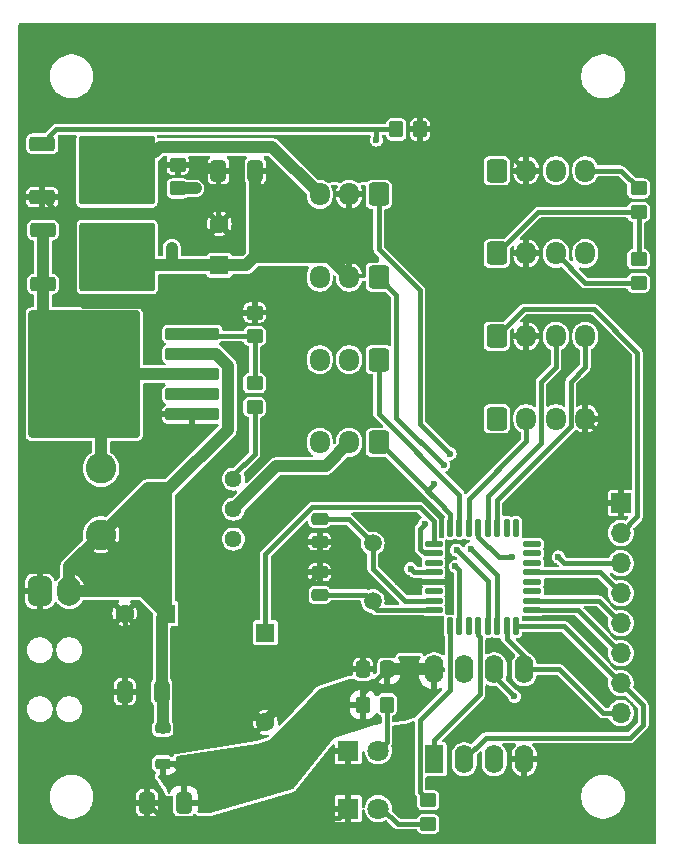
<source format=gbr>
%TF.GenerationSoftware,KiCad,Pcbnew,8.0.0-8.0.0-1~ubuntu20.04.1*%
%TF.CreationDate,2024-04-10T23:06:07+05:00*%
%TF.ProjectId,GammaAnomalain,47616d6d-6141-46e6-9f6d-616c61696e2e,rev?*%
%TF.SameCoordinates,Original*%
%TF.FileFunction,Copper,L1,Top*%
%TF.FilePolarity,Positive*%
%FSLAX46Y46*%
G04 Gerber Fmt 4.6, Leading zero omitted, Abs format (unit mm)*
G04 Created by KiCad (PCBNEW 8.0.0-8.0.0-1~ubuntu20.04.1) date 2024-04-10 23:06:07*
%MOMM*%
%LPD*%
G01*
G04 APERTURE LIST*
G04 Aperture macros list*
%AMRoundRect*
0 Rectangle with rounded corners*
0 $1 Rounding radius*
0 $2 $3 $4 $5 $6 $7 $8 $9 X,Y pos of 4 corners*
0 Add a 4 corners polygon primitive as box body*
4,1,4,$2,$3,$4,$5,$6,$7,$8,$9,$2,$3,0*
0 Add four circle primitives for the rounded corners*
1,1,$1+$1,$2,$3*
1,1,$1+$1,$4,$5*
1,1,$1+$1,$6,$7*
1,1,$1+$1,$8,$9*
0 Add four rect primitives between the rounded corners*
20,1,$1+$1,$2,$3,$4,$5,0*
20,1,$1+$1,$4,$5,$6,$7,0*
20,1,$1+$1,$6,$7,$8,$9,0*
20,1,$1+$1,$8,$9,$2,$3,0*%
%AMFreePoly0*
4,1,9,3.862500,-0.866500,0.737500,-0.866500,0.737500,-0.450000,-0.737500,-0.450000,-0.737500,0.450000,0.737500,0.450000,0.737500,0.866500,3.862500,0.866500,3.862500,-0.866500,3.862500,-0.866500,$1*%
G04 Aperture macros list end*
%TA.AperFunction,SMDPad,CuDef*%
%ADD10RoundRect,0.250000X-0.450000X0.350000X-0.450000X-0.350000X0.450000X-0.350000X0.450000X0.350000X0*%
%TD*%
%TA.AperFunction,ComponentPad*%
%ADD11R,1.600000X1.600000*%
%TD*%
%TA.AperFunction,ComponentPad*%
%ADD12C,1.600000*%
%TD*%
%TA.AperFunction,SMDPad,CuDef*%
%ADD13RoundRect,0.250000X0.450000X-0.350000X0.450000X0.350000X-0.450000X0.350000X-0.450000X-0.350000X0*%
%TD*%
%TA.AperFunction,SMDPad,CuDef*%
%ADD14RoundRect,0.250000X0.412500X0.650000X-0.412500X0.650000X-0.412500X-0.650000X0.412500X-0.650000X0*%
%TD*%
%TA.AperFunction,ComponentPad*%
%ADD15C,1.500000*%
%TD*%
%TA.AperFunction,ComponentPad*%
%ADD16RoundRect,0.250000X0.600000X0.725000X-0.600000X0.725000X-0.600000X-0.725000X0.600000X-0.725000X0*%
%TD*%
%TA.AperFunction,ComponentPad*%
%ADD17O,1.700000X1.950000*%
%TD*%
%TA.AperFunction,ComponentPad*%
%ADD18RoundRect,0.250000X-0.600000X-0.725000X0.600000X-0.725000X0.600000X0.725000X-0.600000X0.725000X0*%
%TD*%
%TA.AperFunction,SMDPad,CuDef*%
%ADD19RoundRect,0.250000X-0.350000X-0.450000X0.350000X-0.450000X0.350000X0.450000X-0.350000X0.450000X0*%
%TD*%
%TA.AperFunction,SMDPad,CuDef*%
%ADD20RoundRect,0.250000X2.050000X0.300000X-2.050000X0.300000X-2.050000X-0.300000X2.050000X-0.300000X0*%
%TD*%
%TA.AperFunction,SMDPad,CuDef*%
%ADD21RoundRect,0.250000X2.025000X2.375000X-2.025000X2.375000X-2.025000X-2.375000X2.025000X-2.375000X0*%
%TD*%
%TA.AperFunction,SMDPad,CuDef*%
%ADD22RoundRect,0.250002X4.449998X5.149998X-4.449998X5.149998X-4.449998X-5.149998X4.449998X-5.149998X0*%
%TD*%
%TA.AperFunction,ComponentPad*%
%ADD23C,2.600000*%
%TD*%
%TA.AperFunction,ComponentPad*%
%ADD24R,1.600000X2.400000*%
%TD*%
%TA.AperFunction,ComponentPad*%
%ADD25O,1.600000X2.400000*%
%TD*%
%TA.AperFunction,SMDPad,CuDef*%
%ADD26RoundRect,0.250000X0.475000X-0.250000X0.475000X0.250000X-0.475000X0.250000X-0.475000X-0.250000X0*%
%TD*%
%TA.AperFunction,SMDPad,CuDef*%
%ADD27RoundRect,0.250000X0.337500X0.475000X-0.337500X0.475000X-0.337500X-0.475000X0.337500X-0.475000X0*%
%TD*%
%TA.AperFunction,ComponentPad*%
%ADD28R,1.800000X1.800000*%
%TD*%
%TA.AperFunction,ComponentPad*%
%ADD29C,1.800000*%
%TD*%
%TA.AperFunction,SMDPad,CuDef*%
%ADD30RoundRect,0.225000X0.425000X0.225000X-0.425000X0.225000X-0.425000X-0.225000X0.425000X-0.225000X0*%
%TD*%
%TA.AperFunction,SMDPad,CuDef*%
%ADD31FreePoly0,180.000000*%
%TD*%
%TA.AperFunction,SMDPad,CuDef*%
%ADD32RoundRect,0.250000X-0.850000X-0.350000X0.850000X-0.350000X0.850000X0.350000X-0.850000X0.350000X0*%
%TD*%
%TA.AperFunction,SMDPad,CuDef*%
%ADD33RoundRect,0.250000X-1.275000X-1.125000X1.275000X-1.125000X1.275000X1.125000X-1.275000X1.125000X0*%
%TD*%
%TA.AperFunction,SMDPad,CuDef*%
%ADD34RoundRect,0.249997X-2.950003X-2.650003X2.950003X-2.650003X2.950003X2.650003X-2.950003X2.650003X0*%
%TD*%
%TA.AperFunction,SMDPad,CuDef*%
%ADD35RoundRect,0.125000X-0.625000X-0.125000X0.625000X-0.125000X0.625000X0.125000X-0.625000X0.125000X0*%
%TD*%
%TA.AperFunction,SMDPad,CuDef*%
%ADD36RoundRect,0.125000X-0.125000X-0.625000X0.125000X-0.625000X0.125000X0.625000X-0.125000X0.625000X0*%
%TD*%
%TA.AperFunction,SMDPad,CuDef*%
%ADD37RoundRect,0.250000X-0.475000X0.250000X-0.475000X-0.250000X0.475000X-0.250000X0.475000X0.250000X0*%
%TD*%
%TA.AperFunction,ComponentPad*%
%ADD38C,1.440000*%
%TD*%
%TA.AperFunction,ComponentPad*%
%ADD39RoundRect,0.500000X0.500000X-0.750000X0.500000X0.750000X-0.500000X0.750000X-0.500000X-0.750000X0*%
%TD*%
%TA.AperFunction,ComponentPad*%
%ADD40O,2.000000X2.500000*%
%TD*%
%TA.AperFunction,ComponentPad*%
%ADD41R,1.700000X1.700000*%
%TD*%
%TA.AperFunction,ComponentPad*%
%ADD42O,1.700000X1.700000*%
%TD*%
%TA.AperFunction,SMDPad,CuDef*%
%ADD43RoundRect,0.250000X0.350000X0.450000X-0.350000X0.450000X-0.350000X-0.450000X0.350000X-0.450000X0*%
%TD*%
%TA.AperFunction,ViaPad*%
%ADD44C,0.600000*%
%TD*%
%TA.AperFunction,Conductor*%
%ADD45C,0.400000*%
%TD*%
%TA.AperFunction,Conductor*%
%ADD46C,1.000000*%
%TD*%
G04 APERTURE END LIST*
D10*
%TO.P,R4,1*%
%TO.N,3V3*%
X152000000Y-69500000D03*
%TO.P,R4,2*%
%TO.N,SCL*%
X152000000Y-71500000D03*
%TD*%
D11*
%TO.P,C4,1*%
%TO.N,3V7*%
X112000000Y-99500000D03*
D12*
%TO.P,C4,2*%
%TO.N,GND*%
X108500000Y-99500000D03*
%TD*%
D13*
%TO.P,R2,1*%
%TO.N,Net-(R2-Pad1)*%
X119500000Y-82000000D03*
%TO.P,R2,2*%
%TO.N,Net-(U3-FB)*%
X119500000Y-80000000D03*
%TD*%
D14*
%TO.P,C3,1*%
%TO.N,3V7*%
X111625000Y-106100000D03*
%TO.P,C3,2*%
%TO.N,GND*%
X108500000Y-106100000D03*
%TD*%
D15*
%TO.P,Y1,1,1*%
%TO.N,XTAL0*%
X129500000Y-93550000D03*
%TO.P,Y1,2,2*%
%TO.N,XTAL1*%
X129500000Y-98430000D03*
%TD*%
D16*
%TO.P,J4,1,Pin_1*%
%TO.N,SERVOD*%
X130000000Y-64000000D03*
D17*
%TO.P,J4,2,Pin_2*%
%TO.N,SERVO_6V*%
X127500000Y-64000000D03*
%TO.P,J4,3,Pin_3*%
%TO.N,SERVO_GND*%
X125000000Y-64000000D03*
%TD*%
D18*
%TO.P,J7,1,Pin_1*%
%TO.N,3V3*%
X140000000Y-76000000D03*
D17*
%TO.P,J7,2,Pin_2*%
%TO.N,GND*%
X142500000Y-76000000D03*
%TO.P,J7,3,Pin_3*%
%TO.N,SCL*%
X145000000Y-76000000D03*
%TO.P,J7,4,Pin_4*%
%TO.N,SDA*%
X147500000Y-76000000D03*
%TD*%
D18*
%TO.P,J6,1,Pin_1*%
%TO.N,3V3*%
X140000000Y-69000000D03*
D17*
%TO.P,J6,2,Pin_2*%
%TO.N,GND*%
X142500000Y-69000000D03*
%TO.P,J6,3,Pin_3*%
%TO.N,SCL*%
X145000000Y-69000000D03*
%TO.P,J6,4,Pin_4*%
%TO.N,SDA*%
X147500000Y-69000000D03*
%TD*%
D19*
%TO.P,R3,1*%
%TO.N,SERVOEN*%
X131500000Y-58500000D03*
%TO.P,R3,2*%
%TO.N,GND*%
X133500000Y-58500000D03*
%TD*%
D20*
%TO.P,U3,1,GND*%
%TO.N,GND*%
X114225000Y-82625000D03*
%TO.P,U3,2,EN*%
%TO.N,unconnected-(U3-EN-Pad2)*%
X114225000Y-80925000D03*
%TO.P,U3,3,SW*%
%TO.N,Net-(D1-A)*%
X114225000Y-79225000D03*
D21*
X107500000Y-82000000D03*
X107500000Y-76450000D03*
D22*
X105075000Y-79225000D03*
D21*
X102650000Y-82000000D03*
X102650000Y-76450000D03*
D20*
%TO.P,U3,4,VIN*%
%TO.N,3V7*%
X114225000Y-77525000D03*
%TO.P,U3,5,FB*%
%TO.N,Net-(U3-FB)*%
X114225000Y-75825000D03*
%TD*%
D23*
%TO.P,L1,1*%
%TO.N,3V7*%
X106500000Y-92800000D03*
%TO.P,L1,2*%
%TO.N,Net-(D1-A)*%
X106500000Y-87200000D03*
%TD*%
D14*
%TO.P,C7,1*%
%TO.N,3V3*%
X113500000Y-115500000D03*
%TO.P,C7,2*%
%TO.N,GND*%
X110375000Y-115500000D03*
%TD*%
%TO.P,C6,1*%
%TO.N,SERVO_6V*%
X119562500Y-62000000D03*
%TO.P,C6,2*%
%TO.N,GND*%
X116437500Y-62000000D03*
%TD*%
D24*
%TO.P,U4,1,~{CS}*%
%TO.N,W25NE*%
X134700000Y-111825000D03*
D25*
%TO.P,U4,2,DO(IO1)*%
%TO.N,MISO*%
X137240000Y-111825000D03*
%TO.P,U4,3,IO2*%
%TO.N,3V3*%
X139780000Y-111825000D03*
%TO.P,U4,4,GND*%
%TO.N,GND*%
X142320000Y-111825000D03*
%TO.P,U4,5,DI(IO0)*%
%TO.N,MOSI*%
X142320000Y-104205000D03*
%TO.P,U4,6,CLK*%
%TO.N,SCK*%
X139780000Y-104205000D03*
%TO.P,U4,7,IO3*%
%TO.N,3V3*%
X137240000Y-104205000D03*
%TO.P,U4,8,VCC*%
X134700000Y-104205000D03*
%TD*%
D18*
%TO.P,J5,1,Pin_1*%
%TO.N,3V3*%
X140000000Y-62000000D03*
D17*
%TO.P,J5,2,Pin_2*%
%TO.N,GND*%
X142500000Y-62000000D03*
%TO.P,J5,3,Pin_3*%
%TO.N,SCL*%
X145000000Y-62000000D03*
%TO.P,J5,4,Pin_4*%
%TO.N,SDA*%
X147500000Y-62000000D03*
%TD*%
D13*
%TO.P,R1,1*%
%TO.N,Net-(U3-FB)*%
X119500000Y-76000000D03*
%TO.P,R1,2*%
%TO.N,GND*%
X119500000Y-74000000D03*
%TD*%
D11*
%TO.P,C5,1*%
%TO.N,SERVO_6V*%
X116500000Y-70000000D03*
D12*
%TO.P,C5,2*%
%TO.N,GND*%
X116500000Y-66500000D03*
%TD*%
D26*
%TO.P,C2,1*%
%TO.N,XTAL1*%
X125000000Y-97900000D03*
%TO.P,C2,2*%
%TO.N,GND*%
X125000000Y-96000000D03*
%TD*%
D27*
%TO.P,C8,1*%
%TO.N,3V3*%
X130737500Y-104200000D03*
%TO.P,C8,2*%
%TO.N,GND*%
X128662500Y-104200000D03*
%TD*%
D16*
%TO.P,J1,1,Pin_1*%
%TO.N,SERVOA*%
X130000000Y-85000000D03*
D17*
%TO.P,J1,2,Pin_2*%
%TO.N,SERVO_6V*%
X127500000Y-85000000D03*
%TO.P,J1,3,Pin_3*%
%TO.N,SERVO_GND*%
X125000000Y-85000000D03*
%TD*%
D28*
%TO.P,D2,1,K*%
%TO.N,GND*%
X127425000Y-111100000D03*
D29*
%TO.P,D2,2,A*%
%TO.N,Net-(D2-A)*%
X129965000Y-111100000D03*
%TD*%
D16*
%TO.P,J3,1,Pin_1*%
%TO.N,SERVOC*%
X130000000Y-71000000D03*
D17*
%TO.P,J3,2,Pin_2*%
%TO.N,SERVO_6V*%
X127500000Y-71000000D03*
%TO.P,J3,3,Pin_3*%
%TO.N,SERVO_GND*%
X125000000Y-71000000D03*
%TD*%
D16*
%TO.P,J2,1,Pin_1*%
%TO.N,SERVOB*%
X130000000Y-78000000D03*
D17*
%TO.P,J2,2,Pin_2*%
%TO.N,SERVO_6V*%
X127500000Y-78000000D03*
%TO.P,J2,3,Pin_3*%
%TO.N,SERVO_GND*%
X125000000Y-78000000D03*
%TD*%
D28*
%TO.P,D3,1,K*%
%TO.N,GND*%
X127425000Y-116000000D03*
D29*
%TO.P,D3,2,A*%
%TO.N,Net-(D3-A)*%
X129965000Y-116000000D03*
%TD*%
D13*
%TO.P,R8,1*%
%TO.N,Net-(D3-A)*%
X134200000Y-117300000D03*
%TO.P,R8,2*%
%TO.N,LED0*%
X134200000Y-115300000D03*
%TD*%
D30*
%TO.P,U2,1,OUT*%
%TO.N,3V3*%
X111712500Y-112200000D03*
D31*
%TO.P,U2,2,GND*%
%TO.N,GND*%
X111625000Y-110700000D03*
D30*
%TO.P,U2,3,IN*%
%TO.N,3V7*%
X111712500Y-109200000D03*
%TD*%
D11*
%TO.P,BZ1,1,+*%
%TO.N,BUZ*%
X120400000Y-101100000D03*
D12*
%TO.P,BZ1,2,-*%
%TO.N,GND*%
X120400000Y-108700000D03*
%TD*%
D13*
%TO.P,R6,1*%
%TO.N,SERVO_6V*%
X113000000Y-63500000D03*
%TO.P,R6,2*%
%TO.N,GND*%
X113000000Y-61500000D03*
%TD*%
D32*
%TO.P,Q1,1,G*%
%TO.N,SERVOEN*%
X101525000Y-59695000D03*
D33*
%TO.P,Q1,2,D*%
%TO.N,SERVO_GND*%
X106150000Y-60450000D03*
X106150000Y-63500000D03*
D34*
X107825000Y-61975000D03*
D33*
X109500000Y-60450000D03*
X109500000Y-63500000D03*
D32*
%TO.P,Q1,3,S*%
%TO.N,GND*%
X101525000Y-64255000D03*
%TD*%
D35*
%TO.P,U1,1,OC2B/INT1/PD3*%
%TO.N,BUZ*%
X134650000Y-93600000D03*
%TO.P,U1,2,XCK/T0/DA0/PD4*%
%TO.N,SERVOEN*%
X134650000Y-94400000D03*
%TO.P,U1,3,OC1B/OC0A/PE4*%
%TO.N,unconnected-(U1-OC1B{slash}OC0A{slash}PE4-Pad3)*%
X134650000Y-95200000D03*
%TO.P,U1,4,VCC*%
%TO.N,3V3*%
X134650000Y-96000000D03*
%TO.P,U1,5,GND*%
%TO.N,GND*%
X134650000Y-96800000D03*
%TO.P,U1,6,AC10/OC1A/PE5*%
%TO.N,unconnected-(U1-AC10{slash}OC1A{slash}PE5-Pad6)*%
X134650000Y-97600000D03*
%TO.P,U1,7,XTAL0/PB6*%
%TO.N,XTAL0*%
X134650000Y-98400000D03*
%TO.P,U1,8,XTAL1/PB7*%
%TO.N,XTAL1*%
X134650000Y-99200000D03*
D36*
%TO.P,U1,9,OC0B/T1/RXD/PD5*%
%TO.N,LED0*%
X136025000Y-100575000D03*
%TO.P,U1,10,OC0A/AC0P/TXD/PD6*%
%TO.N,TXD6*%
X136825000Y-100575000D03*
%TO.P,U1,11,ACXN/PD7*%
%TO.N,unconnected-(U1-ACXN{slash}PD7-Pad11)*%
X137625000Y-100575000D03*
%TO.P,U1,12,CLCO/ICP1/PB0*%
%TO.N,W25NE*%
X138425000Y-100575000D03*
%TO.P,U1,13,OC1A/PB1*%
%TO.N,SERVOC*%
X139225000Y-100575000D03*
%TO.P,U1,14,SPSS/OC1B/PB2*%
%TO.N,SERVOD*%
X140025000Y-100575000D03*
%TO.P,U1,15,OC2A/MOSI/PB3*%
%TO.N,MOSI*%
X140825000Y-100575000D03*
%TO.P,U1,16,MISO/PB4*%
%TO.N,MISO*%
X141625000Y-100575000D03*
D35*
%TO.P,U1,17,ADC11/AC1P/SCK/PB5*%
%TO.N,SCK*%
X143000000Y-99200000D03*
%TO.P,U1,18,APN4/SWC/PE0*%
%TO.N,SWC*%
X143000000Y-98400000D03*
%TO.P,U1,19,ACXP/ADC6/PE1*%
%TO.N,unconnected-(U1-ACXP{slash}ADC6{slash}PE1-Pad19)*%
X143000000Y-97600000D03*
%TO.P,U1,20,AVREF/ADC10/PE6*%
%TO.N,unconnected-(U1-AVREF{slash}ADC10{slash}PE6-Pad20)*%
X143000000Y-96800000D03*
%TO.P,U1,21,SWD/PE2*%
%TO.N,SWD*%
X143000000Y-96000000D03*
%TO.P,U1,22,AC1N/ADC7/PE3*%
%TO.N,unconnected-(U1-AC1N{slash}ADC7{slash}PE3-Pad22)*%
X143000000Y-95200000D03*
%TO.P,U1,23,APP0/ADC0/PC0*%
%TO.N,unconnected-(U1-APP0{slash}ADC0{slash}PC0-Pad23)*%
X143000000Y-94400000D03*
%TO.P,U1,24,APP1/ADC1/PC1*%
%TO.N,unconnected-(U1-APP1{slash}ADC1{slash}PC1-Pad24)*%
X143000000Y-93600000D03*
D36*
%TO.P,U1,25,APN0ADC2/PC2*%
%TO.N,unconnected-(U1-APN0ADC2{slash}PC2-Pad25)*%
X141625000Y-92225000D03*
%TO.P,U1,26,APN1/ADC3/PC3*%
%TO.N,unconnected-(U1-APN1{slash}ADC3{slash}PC3-Pad26)*%
X140825000Y-92225000D03*
%TO.P,U1,27,SDA/ADC4/PC4*%
%TO.N,SDA*%
X140025000Y-92225000D03*
%TO.P,U1,28,SCL/ADC5/PC5*%
%TO.N,SCL*%
X139225000Y-92225000D03*
%TO.P,U1,29,RSTN/PC6*%
%TO.N,NRES*%
X138425000Y-92225000D03*
%TO.P,U1,30,RXD/PD0*%
%TO.N,RXD*%
X137625000Y-92225000D03*
%TO.P,U1,31,OC3A/TXD/PD1*%
%TO.N,SERVOB*%
X136825000Y-92225000D03*
%TO.P,U1,32,OC3B/INT0/PD2*%
%TO.N,SERVOA*%
X136025000Y-92225000D03*
%TD*%
D33*
%TO.P,D1,1,K*%
%TO.N,SERVO_6V*%
X106202500Y-67777500D03*
X106202500Y-70827500D03*
D34*
X107877500Y-69302500D03*
D33*
X109552500Y-67777500D03*
X109552500Y-70827500D03*
D32*
%TO.P,D1,2,A*%
%TO.N,Net-(D1-A)*%
X101577500Y-67022500D03*
X101577500Y-71582500D03*
%TD*%
D18*
%TO.P,J11,1,Pin_1*%
%TO.N,TXD6*%
X140000000Y-83000000D03*
D17*
%TO.P,J11,2,Pin_2*%
%TO.N,RXD*%
X142500000Y-83000000D03*
%TO.P,J11,3,Pin_3*%
%TO.N,SERVOA*%
X145000000Y-83000000D03*
%TO.P,J11,4,Pin_4*%
%TO.N,GND*%
X147500000Y-83000000D03*
%TD*%
D37*
%TO.P,C1,1*%
%TO.N,XTAL0*%
X125000000Y-91500000D03*
%TO.P,C1,2*%
%TO.N,GND*%
X125000000Y-93400000D03*
%TD*%
D13*
%TO.P,R5,1*%
%TO.N,3V3*%
X152000000Y-65500000D03*
%TO.P,R5,2*%
%TO.N,SDA*%
X152000000Y-63500000D03*
%TD*%
D38*
%TO.P,RV1,1,1*%
%TO.N,Net-(R2-Pad1)*%
X117700000Y-88100000D03*
%TO.P,RV1,2,2*%
%TO.N,SERVO_6V*%
X117700000Y-90640000D03*
%TO.P,RV1,3,3*%
%TO.N,unconnected-(RV1-Pad3)*%
X117700000Y-93180000D03*
%TD*%
D39*
%TO.P,J9,1,Pin_1*%
%TO.N,GND*%
X101300000Y-97600000D03*
D40*
%TO.P,J9,2,Pin_2*%
%TO.N,3V7*%
X103800000Y-97600000D03*
%TD*%
D41*
%TO.P,J8,1,Pin_1*%
%TO.N,GND*%
X150500000Y-90125000D03*
D42*
%TO.P,J8,2,Pin_2*%
%TO.N,3V3*%
X150500000Y-92665000D03*
%TO.P,J8,3,Pin_3*%
%TO.N,NRES*%
X150500000Y-95205000D03*
%TO.P,J8,4,Pin_4*%
%TO.N,SWD*%
X150500000Y-97745000D03*
%TO.P,J8,5,Pin_5*%
%TO.N,SWC*%
X150500000Y-100285000D03*
%TO.P,J8,6,Pin_6*%
%TO.N,SCK*%
X150500000Y-102825000D03*
%TO.P,J8,7,Pin_7*%
%TO.N,MISO*%
X150500000Y-105365000D03*
%TO.P,J8,8,Pin_8*%
%TO.N,MOSI*%
X150500000Y-107905000D03*
%TD*%
D43*
%TO.P,R7,1*%
%TO.N,Net-(D2-A)*%
X130700000Y-107200000D03*
%TO.P,R7,2*%
%TO.N,3V3*%
X128700000Y-107200000D03*
%TD*%
D44*
%TO.N,GND*%
X112500000Y-84000000D03*
X114500000Y-84000000D03*
X113500000Y-84000000D03*
X115500000Y-84000000D03*
X131600000Y-96800000D03*
X131600000Y-95800000D03*
%TO.N,SERVO_6V*%
X114500000Y-63500000D03*
X112500000Y-68500000D03*
%TO.N,3V3*%
X132700000Y-95700000D03*
%TO.N,SERVOA*%
X134700000Y-88500000D03*
%TO.N,SERVOC*%
X136600000Y-94100000D03*
X135500000Y-86900000D03*
%TO.N,SERVOD*%
X137800000Y-94000000D03*
X136050000Y-85950000D03*
%TO.N,NRES*%
X141300000Y-94700000D03*
X145200000Y-94700000D03*
%TO.N,TXD6*%
X136500000Y-95500000D03*
%TO.N,SERVOEN*%
X133900000Y-91900000D03*
X129800000Y-59400000D03*
%TO.N,SCK*%
X141500000Y-106500000D03*
%TD*%
D45*
%TO.N,XTAL0*%
X127450000Y-91500000D02*
X129500000Y-93550000D01*
X129500000Y-95689950D02*
X132210050Y-98400000D01*
X129500000Y-93550000D02*
X129500000Y-95689950D01*
X125000000Y-91500000D02*
X127450000Y-91500000D01*
X132210050Y-98400000D02*
X134650000Y-98400000D01*
%TO.N,GND*%
X131600000Y-96800000D02*
X134650000Y-96800000D01*
X110375000Y-110700000D02*
X111625000Y-110700000D01*
X119500000Y-74000000D02*
X117800000Y-74000000D01*
X108500000Y-99500000D02*
X108500000Y-106100000D01*
X123875000Y-104625000D02*
X123875000Y-104200000D01*
X111675000Y-116800000D02*
X116800000Y-116800000D01*
X128662500Y-104200000D02*
X123875000Y-104200000D01*
X116800000Y-116800000D02*
X126625000Y-116800000D01*
X114225000Y-82625000D02*
X114225000Y-83725000D01*
X103500000Y-72000000D02*
X103500000Y-66230000D01*
X117225000Y-73425000D02*
X104925000Y-73425000D01*
X150500000Y-90125000D02*
X150500000Y-86000000D01*
X115500000Y-65500000D02*
X102770000Y-65500000D01*
X101300000Y-95595836D02*
X101300000Y-97600000D01*
X131600000Y-96800000D02*
X131600000Y-95800000D01*
X111625000Y-110700000D02*
X108800000Y-110700000D01*
X120200000Y-108300000D02*
X123875000Y-104625000D01*
X117800000Y-74000000D02*
X117225000Y-73425000D01*
X110375000Y-115500000D02*
X110375000Y-110700000D01*
X126625000Y-116800000D02*
X127425000Y-116000000D01*
X103500000Y-66230000D02*
X101525000Y-64255000D01*
X116437500Y-62000000D02*
X116437500Y-66437500D01*
X110375000Y-115500000D02*
X111675000Y-116800000D01*
X112500000Y-84000000D02*
X101300000Y-95595836D01*
X108800000Y-110700000D02*
X108500000Y-111000000D01*
X139000000Y-58500000D02*
X142500000Y-62000000D01*
X116862500Y-116737500D02*
X116800000Y-116800000D01*
X114225000Y-83725000D02*
X114500000Y-84000000D01*
X123875000Y-104200000D02*
X123875000Y-97125000D01*
X133500000Y-58500000D02*
X139000000Y-58500000D01*
X115937500Y-61500000D02*
X116437500Y-62000000D01*
X113000000Y-61500000D02*
X115937500Y-61500000D01*
X102770000Y-65500000D02*
X101525000Y-64255000D01*
X111625000Y-110700000D02*
X114200000Y-110700000D01*
X114200000Y-110700000D02*
X116600000Y-108300000D01*
X116600000Y-108300000D02*
X120200000Y-108300000D01*
X108500000Y-110700000D02*
X111625000Y-110700000D01*
X104925000Y-73425000D02*
X103500000Y-72000000D01*
X116500000Y-66500000D02*
X115500000Y-65500000D01*
X125000000Y-93400000D02*
X125000000Y-96000000D01*
X116437500Y-66437500D02*
X116500000Y-66500000D01*
X108500000Y-106100000D02*
X108500000Y-110700000D01*
X123875000Y-97125000D02*
X125000000Y-96000000D01*
X150500000Y-86000000D02*
X147500000Y-83000000D01*
%TO.N,XTAL1*%
X134650000Y-99200000D02*
X129820000Y-99200000D01*
X128970000Y-97900000D02*
X129500000Y-98430000D01*
X129500000Y-98430000D02*
X129500000Y-98880000D01*
X125000000Y-97900000D02*
X128970000Y-97900000D01*
X129500000Y-98880000D02*
X129820000Y-99200000D01*
D46*
%TO.N,3V7*%
X111100000Y-98600000D02*
X112000000Y-99500000D01*
X112269238Y-88869238D02*
X117225000Y-83913477D01*
X110100000Y-97600000D02*
X111100000Y-98600000D01*
X111712500Y-106187500D02*
X111625000Y-106100000D01*
X112000000Y-89138476D02*
X112269238Y-88869238D01*
X111625000Y-106100000D02*
X111625000Y-99875000D01*
X116225430Y-77525000D02*
X114225000Y-77525000D01*
X112000000Y-99500000D02*
X112000000Y-89138476D01*
X117225000Y-83913477D02*
X117225000Y-78524570D01*
X103800000Y-97600000D02*
X110100000Y-97600000D01*
X106500000Y-92800000D02*
X109200000Y-95500000D01*
X103800000Y-95500000D02*
X106500000Y-92800000D01*
X111712500Y-109200000D02*
X111712500Y-106187500D01*
X109200000Y-95500000D02*
X109200000Y-96700000D01*
X111625000Y-99875000D02*
X112000000Y-99500000D01*
X106500000Y-92800000D02*
X110430762Y-88869238D01*
X110430762Y-88869238D02*
X112269238Y-88869238D01*
X109200000Y-96700000D02*
X111100000Y-98600000D01*
X117225000Y-78524570D02*
X116225430Y-77525000D01*
X103800000Y-97600000D02*
X103800000Y-95500000D01*
%TO.N,SERVO_6V*%
X110380000Y-70000000D02*
X109552500Y-70827500D01*
X118800000Y-70000000D02*
X116500000Y-70000000D01*
X113000000Y-63500000D02*
X114500000Y-63500000D01*
X112500000Y-70000000D02*
X110380000Y-70000000D01*
X125825000Y-69325000D02*
X119475000Y-69325000D01*
X119475000Y-69325000D02*
X118800000Y-70000000D01*
X119562500Y-69262500D02*
X119500000Y-69325000D01*
X117700000Y-90640000D02*
X121340000Y-87000000D01*
X125500000Y-87000000D02*
X127500000Y-85000000D01*
X116500000Y-70000000D02*
X112500000Y-70000000D01*
X121340000Y-87000000D02*
X125500000Y-87000000D01*
X119562500Y-62000000D02*
X119562500Y-69262500D01*
X112500000Y-68500000D02*
X112500000Y-70000000D01*
X127500000Y-71000000D02*
X125825000Y-69325000D01*
D45*
%TO.N,3V3*%
X152000000Y-65500000D02*
X143500000Y-65500000D01*
X113500000Y-113000000D02*
X112700000Y-112200000D01*
X134695000Y-104200000D02*
X134700000Y-104205000D01*
X113500000Y-115500000D02*
X113500000Y-113000000D01*
X116862500Y-112262500D02*
X116800000Y-112200000D01*
X152000000Y-69500000D02*
X152000000Y-65500000D01*
X128700000Y-106237500D02*
X130737500Y-104200000D01*
X112700000Y-112200000D02*
X111712500Y-112200000D01*
X133000000Y-96000000D02*
X132700000Y-95700000D01*
X116800000Y-112200000D02*
X119400000Y-112200000D01*
X148200000Y-73700000D02*
X151900000Y-77400000D01*
X151900000Y-91265000D02*
X150500000Y-92665000D01*
X111712500Y-112200000D02*
X116800000Y-112200000D01*
X142300000Y-73700000D02*
X148200000Y-73700000D01*
X128700000Y-107200000D02*
X128700000Y-106237500D01*
X124400000Y-107200000D02*
X128700000Y-107200000D01*
X151900000Y-77400000D02*
X151900000Y-91265000D01*
X143500000Y-65500000D02*
X140000000Y-69000000D01*
X119400000Y-112200000D02*
X124400000Y-107200000D01*
X134650000Y-96000000D02*
X133000000Y-96000000D01*
D46*
X130737500Y-104200000D02*
X134695000Y-104200000D01*
D45*
X140000000Y-76000000D02*
X142300000Y-73700000D01*
D46*
%TO.N,SERVO_GND*%
X111050000Y-60450000D02*
X109500000Y-60450000D01*
X125000000Y-64000000D02*
X121000000Y-60000000D01*
X111500000Y-60000000D02*
X111050000Y-60450000D01*
X121000000Y-60000000D02*
X111500000Y-60000000D01*
D45*
%TO.N,Net-(U3-FB)*%
X114400000Y-76000000D02*
X114225000Y-75825000D01*
X119500000Y-76000000D02*
X119500000Y-80000000D01*
X119500000Y-76000000D02*
X114400000Y-76000000D01*
D46*
%TO.N,Net-(D1-A)*%
X101577500Y-67022500D02*
X101577500Y-75377500D01*
X101577500Y-75377500D02*
X102650000Y-76450000D01*
X106500000Y-83000000D02*
X107500000Y-82000000D01*
X114225000Y-79225000D02*
X105075000Y-79225000D01*
X106500000Y-87200000D02*
X106500000Y-83000000D01*
D45*
%TO.N,Net-(D2-A)*%
X130100000Y-110900000D02*
X130300000Y-111100000D01*
X130700000Y-107200000D02*
X130700000Y-110365000D01*
X130700000Y-110365000D02*
X129965000Y-111100000D01*
%TO.N,LED0*%
X133500000Y-114600000D02*
X133500000Y-108500000D01*
X136025000Y-105975000D02*
X136025000Y-100575000D01*
X134200000Y-115300000D02*
X133500000Y-114600000D01*
X133500000Y-108500000D02*
X136025000Y-105975000D01*
%TO.N,SERVOA*%
X134100000Y-89100000D02*
X135000000Y-90000000D01*
X136025000Y-91025000D02*
X135000000Y-90000000D01*
X136025000Y-92225000D02*
X136025000Y-91025000D01*
X135000000Y-90000000D02*
X130000000Y-85000000D01*
X134700000Y-88500000D02*
X134100000Y-89100000D01*
%TO.N,SERVOB*%
X130000000Y-82600000D02*
X130000000Y-78000000D01*
X136825000Y-89425000D02*
X130000000Y-82600000D01*
X136825000Y-92225000D02*
X136825000Y-89425000D01*
%TO.N,SERVOC*%
X139225000Y-100575000D02*
X139225000Y-96725000D01*
X139225000Y-96725000D02*
X136600000Y-94100000D01*
X131500000Y-72500000D02*
X130000000Y-71000000D01*
X135500000Y-86900000D02*
X131500000Y-82900000D01*
X131500000Y-82900000D02*
X131500000Y-72500000D01*
%TO.N,SERVOD*%
X140025000Y-96225000D02*
X137800000Y-94000000D01*
X136050000Y-85950000D02*
X133500000Y-83400000D01*
X130000000Y-68600000D02*
X130000000Y-64000000D01*
X133500000Y-83400000D02*
X133500000Y-72100000D01*
X140025000Y-100575000D02*
X140025000Y-96225000D01*
X133500000Y-72100000D02*
X130000000Y-68600000D01*
%TO.N,SCL*%
X143750000Y-85050000D02*
X143750000Y-79850000D01*
X139225000Y-89575000D02*
X143750000Y-85050000D01*
X147500000Y-71500000D02*
X145000000Y-69000000D01*
X139225000Y-92225000D02*
X139225000Y-89575000D01*
X145000000Y-78600000D02*
X145000000Y-76000000D01*
X152000000Y-71500000D02*
X147500000Y-71500000D01*
X143750000Y-79850000D02*
X145000000Y-78600000D01*
%TO.N,SDA*%
X147500000Y-76000000D02*
X147500000Y-78600000D01*
X147500000Y-78600000D02*
X146250000Y-79850000D01*
X150500000Y-62000000D02*
X147500000Y-62000000D01*
X140025000Y-89867767D02*
X140025000Y-92225000D01*
X146250000Y-79850000D02*
X146250000Y-83642767D01*
X146250000Y-83642767D02*
X140025000Y-89867767D01*
X152000000Y-63500000D02*
X150500000Y-62000000D01*
%TO.N,SWC*%
X150500000Y-100285000D02*
X148615000Y-98400000D01*
X148615000Y-98400000D02*
X143000000Y-98400000D01*
%TO.N,SWD*%
X148755000Y-96000000D02*
X143000000Y-96000000D01*
X150500000Y-97745000D02*
X148755000Y-96000000D01*
%TO.N,NRES*%
X140150001Y-94700000D02*
X141300000Y-94700000D01*
X138425000Y-92974999D02*
X140150001Y-94700000D01*
X138425000Y-92225000D02*
X138425000Y-92974999D01*
X145200000Y-94700000D02*
X145705000Y-95205000D01*
X145705000Y-95205000D02*
X150500000Y-95205000D01*
%TO.N,RXD*%
X137625000Y-89775000D02*
X142500000Y-84900000D01*
X142500000Y-84900000D02*
X142500000Y-83000000D01*
X137625000Y-92225000D02*
X137625000Y-89775000D01*
%TO.N,TXD6*%
X136825000Y-95825000D02*
X136500000Y-95500000D01*
X136825000Y-100575000D02*
X136825000Y-95825000D01*
%TO.N,SERVOEN*%
X133500000Y-93999999D02*
X133900001Y-94400000D01*
X133900001Y-94400000D02*
X134650000Y-94400000D01*
X133900000Y-91900000D02*
X133500000Y-92300000D01*
X101525000Y-59695000D02*
X102720000Y-58500000D01*
X129800000Y-59400000D02*
X129800000Y-58500000D01*
X129800000Y-58500000D02*
X131500000Y-58500000D01*
X133500000Y-92300000D02*
X133500000Y-93999999D01*
X102720000Y-58500000D02*
X129800000Y-58500000D01*
%TO.N,MISO*%
X152400000Y-107265000D02*
X150500000Y-105365000D01*
X137240000Y-111825000D02*
X139065000Y-110000000D01*
X145710000Y-100575000D02*
X141625000Y-100575000D01*
X152400000Y-108900000D02*
X152400000Y-107265000D01*
X151300000Y-110000000D02*
X152400000Y-108900000D01*
X150500000Y-105365000D02*
X145710000Y-100575000D01*
X139065000Y-110000000D02*
X151300000Y-110000000D01*
%TO.N,SCK*%
X139780000Y-104780000D02*
X141500000Y-106500000D01*
X146875000Y-99200000D02*
X143000000Y-99200000D01*
X139780000Y-104205000D02*
X139780000Y-104780000D01*
X150500000Y-102825000D02*
X146875000Y-99200000D01*
%TO.N,W25NE*%
X138580000Y-106320000D02*
X134700000Y-110200000D01*
X134700000Y-110200000D02*
X134700000Y-111825000D01*
X138580000Y-101479999D02*
X138580000Y-106320000D01*
X138425000Y-101324999D02*
X138580000Y-101479999D01*
X138425000Y-100575000D02*
X138425000Y-101324999D01*
%TO.N,MOSI*%
X145305000Y-104205000D02*
X149005000Y-107905000D01*
X149005000Y-107905000D02*
X150500000Y-107905000D01*
X142320000Y-104205000D02*
X142320000Y-103120000D01*
X142320000Y-104205000D02*
X145305000Y-104205000D01*
X142320000Y-103120000D02*
X140825000Y-101625000D01*
X140825000Y-101625000D02*
X140825000Y-100575000D01*
%TO.N,BUZ*%
X124374570Y-90474264D02*
X133464214Y-90474264D01*
X134650000Y-91660050D02*
X134650000Y-93600000D01*
X133464214Y-90474264D02*
X134650000Y-91660050D01*
X124374570Y-90474264D02*
X120400000Y-94448834D01*
X120400000Y-94448834D02*
X120400000Y-101100000D01*
%TO.N,Net-(R2-Pad1)*%
X119500000Y-86000000D02*
X119500000Y-82000000D01*
X117700000Y-88100000D02*
X117700000Y-87800000D01*
X117700000Y-87800000D02*
X119500000Y-86000000D01*
%TO.N,Net-(D3-A)*%
X134200000Y-117300000D02*
X131600000Y-117300000D01*
X131600000Y-117300000D02*
X130300000Y-116000000D01*
%TD*%
%TA.AperFunction,Conductor*%
%TO.N,3V3*%
G36*
X133487009Y-103070922D02*
G01*
X133533790Y-103122819D01*
X133545087Y-103191769D01*
X133532512Y-103232826D01*
X133495245Y-103305965D01*
X133432009Y-103500582D01*
X133400000Y-103702682D01*
X133400000Y-103955000D01*
X134384314Y-103955000D01*
X134379920Y-103959394D01*
X134327259Y-104050606D01*
X134300000Y-104152339D01*
X134300000Y-104257661D01*
X134327259Y-104359394D01*
X134379920Y-104450606D01*
X134384314Y-104455000D01*
X133400000Y-104455000D01*
X133400000Y-104707317D01*
X133432009Y-104909417D01*
X133495244Y-105104031D01*
X133588140Y-105286349D01*
X133708417Y-105451894D01*
X133708417Y-105451895D01*
X133853104Y-105596582D01*
X134018650Y-105716859D01*
X134200968Y-105809754D01*
X134395578Y-105872988D01*
X134450000Y-105881607D01*
X134450000Y-104520686D01*
X134454394Y-104525080D01*
X134545606Y-104577741D01*
X134647339Y-104605000D01*
X134752661Y-104605000D01*
X134854394Y-104577741D01*
X134945606Y-104525080D01*
X134950000Y-104520686D01*
X134950000Y-105881606D01*
X135004421Y-105872988D01*
X135199030Y-105809755D01*
X135223431Y-105797322D01*
X135292100Y-105784425D01*
X135356841Y-105810700D01*
X135397099Y-105867806D01*
X135400093Y-105937611D01*
X135367409Y-105995487D01*
X133182312Y-108180583D01*
X133142323Y-108207363D01*
X132215858Y-108593391D01*
X132182940Y-108602047D01*
X131289274Y-108709287D01*
X131220367Y-108697730D01*
X131168646Y-108650753D01*
X131150500Y-108586170D01*
X131150500Y-108232790D01*
X131170185Y-108165751D01*
X131222989Y-108119996D01*
X131231146Y-108116616D01*
X131292331Y-108093796D01*
X131407546Y-108007546D01*
X131493796Y-107892331D01*
X131544091Y-107757483D01*
X131550500Y-107697873D01*
X131550499Y-106702128D01*
X131544091Y-106642517D01*
X131526970Y-106596614D01*
X131493797Y-106507671D01*
X131493793Y-106507664D01*
X131407547Y-106392455D01*
X131407544Y-106392452D01*
X131292335Y-106306206D01*
X131292328Y-106306202D01*
X131157482Y-106255908D01*
X131157483Y-106255908D01*
X131097883Y-106249501D01*
X131097881Y-106249500D01*
X131097873Y-106249500D01*
X131097864Y-106249500D01*
X130302129Y-106249500D01*
X130302123Y-106249501D01*
X130242516Y-106255908D01*
X130107671Y-106306202D01*
X130107664Y-106306206D01*
X129992455Y-106392452D01*
X129946498Y-106453842D01*
X129890563Y-106495713D01*
X129820872Y-106500696D01*
X129759549Y-106467210D01*
X129738335Y-106436909D01*
X129738149Y-106437025D01*
X129736170Y-106433816D01*
X129734845Y-106431924D01*
X129734356Y-106430877D01*
X129642315Y-106281654D01*
X129518345Y-106157684D01*
X129369124Y-106065643D01*
X129369119Y-106065641D01*
X129202697Y-106010494D01*
X129202690Y-106010493D01*
X129099986Y-106000000D01*
X128950000Y-106000000D01*
X128950000Y-108399999D01*
X129099972Y-108399999D01*
X129099986Y-108399998D01*
X129202697Y-108389505D01*
X129369119Y-108334358D01*
X129369124Y-108334356D01*
X129518345Y-108242315D01*
X129642315Y-108118345D01*
X129734354Y-107969126D01*
X129734842Y-107968081D01*
X129735368Y-107967482D01*
X129738149Y-107962975D01*
X129738918Y-107963449D01*
X129781007Y-107915635D01*
X129848198Y-107896473D01*
X129915082Y-107916679D01*
X129946498Y-107946157D01*
X129967317Y-107973968D01*
X129992455Y-108007547D01*
X130107664Y-108093793D01*
X130107669Y-108093796D01*
X130168833Y-108116608D01*
X130224766Y-108158478D01*
X130249184Y-108223942D01*
X130249500Y-108232790D01*
X130249500Y-108724050D01*
X130229815Y-108791089D01*
X130177011Y-108836844D01*
X130140274Y-108847167D01*
X129699998Y-108900000D01*
X126200000Y-110000000D01*
X122824635Y-114268843D01*
X122767613Y-114309221D01*
X122761846Y-114311044D01*
X115736802Y-116344610D01*
X115702323Y-116349500D01*
X114784538Y-116349500D01*
X114717499Y-116329815D01*
X114671744Y-116277011D01*
X114661180Y-116212895D01*
X114662499Y-116199980D01*
X114662500Y-116199973D01*
X114662500Y-115750000D01*
X113374000Y-115750000D01*
X113306961Y-115730315D01*
X113261206Y-115677511D01*
X113250000Y-115626000D01*
X113250000Y-114100000D01*
X113750000Y-114100000D01*
X113750000Y-115250000D01*
X114662499Y-115250000D01*
X114662499Y-114800028D01*
X114662498Y-114800013D01*
X114652005Y-114697302D01*
X114596858Y-114530880D01*
X114596856Y-114530875D01*
X114504815Y-114381654D01*
X114380845Y-114257684D01*
X114231624Y-114165643D01*
X114231619Y-114165641D01*
X114065197Y-114110494D01*
X114065190Y-114110493D01*
X113962486Y-114100000D01*
X113750000Y-114100000D01*
X113250000Y-114100000D01*
X113037529Y-114100000D01*
X113037512Y-114100001D01*
X112934802Y-114110494D01*
X112768380Y-114165641D01*
X112768375Y-114165643D01*
X112619154Y-114257684D01*
X112495184Y-114381654D01*
X112403143Y-114530875D01*
X112403141Y-114530880D01*
X112366090Y-114642694D01*
X112326317Y-114700139D01*
X112261801Y-114726962D01*
X112193026Y-114714647D01*
X112141826Y-114667104D01*
X112132508Y-114647833D01*
X112000002Y-114300005D01*
X111999999Y-114299999D01*
X111969774Y-114257684D01*
X111318622Y-113346071D01*
X111295675Y-113280079D01*
X111312049Y-113212155D01*
X111362546Y-113163866D01*
X111419526Y-113149999D01*
X111462499Y-113149999D01*
X111462500Y-113149998D01*
X111462500Y-112450000D01*
X111962500Y-112450000D01*
X111962500Y-113149999D01*
X112185808Y-113149999D01*
X112185822Y-113149998D01*
X112285107Y-113139855D01*
X112445981Y-113086547D01*
X112445992Y-113086542D01*
X112590228Y-112997575D01*
X112590232Y-112997572D01*
X112710072Y-112877732D01*
X112710075Y-112877728D01*
X112799042Y-112733492D01*
X112799047Y-112733481D01*
X112852355Y-112572606D01*
X112862499Y-112473322D01*
X112862500Y-112473309D01*
X112862500Y-112450000D01*
X111962500Y-112450000D01*
X111462500Y-112450000D01*
X111462500Y-112074000D01*
X111482185Y-112006961D01*
X111534989Y-111961206D01*
X111586500Y-111950000D01*
X112862499Y-111950000D01*
X112862499Y-111926692D01*
X112862498Y-111926677D01*
X112852356Y-111827394D01*
X112827246Y-111751619D01*
X112824844Y-111681790D01*
X112860575Y-111621748D01*
X112923096Y-111590555D01*
X112925195Y-111590198D01*
X119700000Y-110500000D01*
X120800000Y-110200000D01*
X123422093Y-107450000D01*
X127600001Y-107450000D01*
X127600001Y-107699986D01*
X127610494Y-107802697D01*
X127665641Y-107969119D01*
X127665643Y-107969124D01*
X127757684Y-108118345D01*
X127881654Y-108242315D01*
X128030875Y-108334356D01*
X128030880Y-108334358D01*
X128197302Y-108389505D01*
X128197309Y-108389506D01*
X128300019Y-108399999D01*
X128449999Y-108399999D01*
X128450000Y-108399998D01*
X128450000Y-107450000D01*
X127600001Y-107450000D01*
X123422093Y-107450000D01*
X123898837Y-106950000D01*
X127600000Y-106950000D01*
X128450000Y-106950000D01*
X128450000Y-106000000D01*
X128300027Y-106000000D01*
X128300012Y-106000001D01*
X128197302Y-106010494D01*
X128030880Y-106065641D01*
X128030875Y-106065643D01*
X127881654Y-106157684D01*
X127757684Y-106281654D01*
X127665643Y-106430875D01*
X127665641Y-106430880D01*
X127610494Y-106597302D01*
X127610493Y-106597309D01*
X127600000Y-106700013D01*
X127600000Y-106950000D01*
X123898837Y-106950000D01*
X124879243Y-105921769D01*
X124928422Y-105890161D01*
X127480292Y-105006822D01*
X127520854Y-105000000D01*
X127883546Y-105000000D01*
X127950585Y-105019685D01*
X127960202Y-105027435D01*
X127960355Y-105027232D01*
X128082664Y-105118793D01*
X128082671Y-105118797D01*
X128127618Y-105135561D01*
X128217517Y-105169091D01*
X128277127Y-105175500D01*
X129047872Y-105175499D01*
X129107483Y-105169091D01*
X129242331Y-105118796D01*
X129244473Y-105117191D01*
X129364645Y-105027232D01*
X129366319Y-105029468D01*
X129415096Y-105002834D01*
X129441454Y-105000000D01*
X129650061Y-105000000D01*
X129717100Y-105019685D01*
X129755600Y-105058903D01*
X129807684Y-105143345D01*
X129931654Y-105267315D01*
X130080875Y-105359356D01*
X130080880Y-105359358D01*
X130247302Y-105414505D01*
X130247309Y-105414506D01*
X130350019Y-105424999D01*
X130487499Y-105424999D01*
X130487500Y-105424998D01*
X130487500Y-104450000D01*
X130987500Y-104450000D01*
X130987500Y-105424999D01*
X131124972Y-105424999D01*
X131124986Y-105424998D01*
X131227697Y-105414505D01*
X131394119Y-105359358D01*
X131394124Y-105359356D01*
X131543345Y-105267315D01*
X131667315Y-105143345D01*
X131759356Y-104994124D01*
X131759358Y-104994119D01*
X131814505Y-104827697D01*
X131814506Y-104827690D01*
X131824999Y-104724986D01*
X131825000Y-104724973D01*
X131825000Y-104450000D01*
X130987500Y-104450000D01*
X130487500Y-104450000D01*
X130487500Y-104074000D01*
X130507185Y-104006961D01*
X130559989Y-103961206D01*
X130611500Y-103950000D01*
X131824999Y-103950000D01*
X131824999Y-103675028D01*
X131824998Y-103675013D01*
X131814505Y-103572302D01*
X131759358Y-103405880D01*
X131759353Y-103405869D01*
X131677866Y-103273759D01*
X131659425Y-103206367D01*
X131680347Y-103139703D01*
X131733989Y-103094934D01*
X131780968Y-103084686D01*
X133419599Y-103052556D01*
X133487009Y-103070922D01*
G37*
%TD.AperFunction*%
%TA.AperFunction,Conductor*%
G36*
X135517539Y-103974685D02*
G01*
X135563294Y-104027489D01*
X135574500Y-104079000D01*
X135574500Y-104331000D01*
X135554815Y-104398039D01*
X135502011Y-104443794D01*
X135450500Y-104455000D01*
X135015686Y-104455000D01*
X135020080Y-104450606D01*
X135072741Y-104359394D01*
X135100000Y-104257661D01*
X135100000Y-104152339D01*
X135072741Y-104050606D01*
X135020080Y-103959394D01*
X135015686Y-103955000D01*
X135450500Y-103955000D01*
X135517539Y-103974685D01*
G37*
%TD.AperFunction*%
%TD*%
%TA.AperFunction,Conductor*%
%TO.N,3V7*%
G36*
X111844192Y-88819685D02*
G01*
X111889947Y-88872489D01*
X111901148Y-88922841D01*
X111989017Y-98324841D01*
X111969959Y-98392062D01*
X111917585Y-98438308D01*
X111865022Y-98450000D01*
X111175373Y-98450000D01*
X111102459Y-98464503D01*
X111102455Y-98464505D01*
X111009606Y-98526545D01*
X111007712Y-98523711D01*
X110964208Y-98547457D01*
X110894517Y-98542460D01*
X110857173Y-98520434D01*
X109900001Y-97700001D01*
X109900000Y-97700000D01*
X109899998Y-97700000D01*
X105093000Y-97700000D01*
X104290843Y-97700000D01*
X104300000Y-97665826D01*
X104300000Y-97534174D01*
X104265925Y-97407007D01*
X104233012Y-97350000D01*
X105050000Y-97350000D01*
X105050000Y-97251617D01*
X105019221Y-97057294D01*
X104958418Y-96870164D01*
X104869095Y-96694856D01*
X104753444Y-96535678D01*
X104614321Y-96396555D01*
X104455143Y-96280904D01*
X104279835Y-96191581D01*
X104092705Y-96130778D01*
X103904602Y-96100985D01*
X103841467Y-96071056D01*
X103804536Y-96011744D01*
X103800000Y-95978512D01*
X103800000Y-95451361D01*
X103819685Y-95384322D01*
X103836314Y-95363685D01*
X105991321Y-93208677D01*
X105995112Y-93214351D01*
X106085649Y-93304888D01*
X106192110Y-93376022D01*
X106252511Y-93401041D01*
X105592057Y-94061494D01*
X105794138Y-94185331D01*
X106019542Y-94278696D01*
X106256780Y-94335651D01*
X106256779Y-94335651D01*
X106500000Y-94354792D01*
X106743219Y-94335651D01*
X106980457Y-94278696D01*
X107205861Y-94185331D01*
X107407941Y-94061495D01*
X107407941Y-94061494D01*
X106747489Y-93401041D01*
X106807890Y-93376022D01*
X106914351Y-93304888D01*
X107004888Y-93214351D01*
X107076022Y-93107890D01*
X107101041Y-93047488D01*
X107761494Y-93707941D01*
X107761495Y-93707941D01*
X107885331Y-93505861D01*
X107978696Y-93280457D01*
X108035651Y-93043219D01*
X108054792Y-92800000D01*
X108035651Y-92556780D01*
X107978696Y-92319542D01*
X107885331Y-92094138D01*
X107761494Y-91892057D01*
X107101041Y-92552510D01*
X107076022Y-92492110D01*
X107004888Y-92385649D01*
X106914351Y-92295112D01*
X106908677Y-92291321D01*
X110363681Y-88836319D01*
X110425004Y-88802834D01*
X110451362Y-88800000D01*
X111777153Y-88800000D01*
X111844192Y-88819685D01*
G37*
%TD.AperFunction*%
%TD*%
%TA.AperFunction,Conductor*%
%TO.N,SERVO_6V*%
G36*
X120704809Y-60770185D02*
G01*
X120725451Y-60786819D01*
X123863181Y-63924548D01*
X123896666Y-63985871D01*
X123899500Y-64012229D01*
X123899500Y-64211610D01*
X123926579Y-64382585D01*
X123926598Y-64382701D01*
X123980127Y-64547445D01*
X124058768Y-64701788D01*
X124160586Y-64841928D01*
X124283072Y-64964414D01*
X124423212Y-65066232D01*
X124577555Y-65144873D01*
X124742299Y-65198402D01*
X124913389Y-65225500D01*
X124913390Y-65225500D01*
X125086610Y-65225500D01*
X125086611Y-65225500D01*
X125257701Y-65198402D01*
X125422445Y-65144873D01*
X125576788Y-65066232D01*
X125716928Y-64964414D01*
X125839414Y-64841928D01*
X125941232Y-64701788D01*
X126019873Y-64547445D01*
X126073402Y-64382701D01*
X126100500Y-64211611D01*
X126100500Y-63788389D01*
X126073402Y-63617299D01*
X126019873Y-63452555D01*
X125983054Y-63380294D01*
X125970159Y-63311625D01*
X125996436Y-63246885D01*
X126053542Y-63206628D01*
X126093540Y-63200000D01*
X126407021Y-63200000D01*
X126474060Y-63219685D01*
X126519815Y-63272489D01*
X126529759Y-63341647D01*
X126517506Y-63380295D01*
X126480591Y-63452742D01*
X126427086Y-63617414D01*
X126406086Y-63750000D01*
X127095854Y-63750000D01*
X127057370Y-63816657D01*
X127025000Y-63937465D01*
X127025000Y-64062535D01*
X127057370Y-64183343D01*
X127095854Y-64250000D01*
X126406086Y-64250000D01*
X126427086Y-64382585D01*
X126480591Y-64547257D01*
X126559195Y-64701524D01*
X126660967Y-64841602D01*
X126783397Y-64964032D01*
X126923475Y-65065804D01*
X127077744Y-65144408D01*
X127242415Y-65197914D01*
X127242414Y-65197914D01*
X127249999Y-65199115D01*
X127250000Y-65199114D01*
X127250000Y-64404145D01*
X127316657Y-64442630D01*
X127437465Y-64475000D01*
X127562535Y-64475000D01*
X127683343Y-64442630D01*
X127750000Y-64404145D01*
X127750000Y-65199115D01*
X127757584Y-65197914D01*
X127922255Y-65144408D01*
X128076524Y-65065804D01*
X128216602Y-64964032D01*
X128339032Y-64841602D01*
X128440804Y-64701524D01*
X128519408Y-64547257D01*
X128572913Y-64382585D01*
X128593914Y-64250000D01*
X127904146Y-64250000D01*
X127942630Y-64183343D01*
X127975000Y-64062535D01*
X127975000Y-63937465D01*
X127942630Y-63816657D01*
X127904146Y-63750000D01*
X128593914Y-63750000D01*
X128572913Y-63617414D01*
X128519408Y-63452742D01*
X128482494Y-63380295D01*
X128469598Y-63311626D01*
X128495874Y-63246885D01*
X128552981Y-63206628D01*
X128592979Y-63200000D01*
X128775500Y-63200000D01*
X128842539Y-63219685D01*
X128888294Y-63272489D01*
X128899500Y-63324000D01*
X128899500Y-64772870D01*
X128899501Y-64772876D01*
X128905908Y-64832483D01*
X128956202Y-64967328D01*
X128956206Y-64967335D01*
X129042452Y-65082544D01*
X129042455Y-65082547D01*
X129157664Y-65168793D01*
X129157671Y-65168797D01*
X129202618Y-65185561D01*
X129292517Y-65219091D01*
X129352127Y-65225500D01*
X129425500Y-65225499D01*
X129492538Y-65245183D01*
X129538294Y-65297986D01*
X129549500Y-65349499D01*
X129549500Y-68659308D01*
X129573712Y-68749672D01*
X129580200Y-68773885D01*
X129580200Y-68773886D01*
X129580201Y-68773887D01*
X129639511Y-68876614D01*
X129639513Y-68876616D01*
X129963681Y-69200784D01*
X129997166Y-69262107D01*
X130000000Y-69288465D01*
X130000000Y-69650500D01*
X129980315Y-69717539D01*
X129927511Y-69763294D01*
X129876000Y-69774500D01*
X129352129Y-69774500D01*
X129352123Y-69774501D01*
X129292516Y-69780908D01*
X129157671Y-69831202D01*
X129157664Y-69831206D01*
X129042455Y-69917452D01*
X129042452Y-69917455D01*
X128956206Y-70032664D01*
X128956202Y-70032671D01*
X128905908Y-70167517D01*
X128899501Y-70227116D01*
X128899500Y-70227135D01*
X128899500Y-70923003D01*
X128879815Y-70990042D01*
X128827011Y-71035797D01*
X128780266Y-71046911D01*
X128643001Y-71052191D01*
X128643000Y-71052192D01*
X127970844Y-71078044D01*
X127975000Y-71062535D01*
X127975000Y-70937465D01*
X127942630Y-70816657D01*
X127904146Y-70750000D01*
X128593914Y-70750000D01*
X128572913Y-70617414D01*
X128519408Y-70452742D01*
X128440804Y-70298475D01*
X128339032Y-70158397D01*
X128216602Y-70035967D01*
X128076524Y-69934195D01*
X127922257Y-69855591D01*
X127757589Y-69802087D01*
X127757581Y-69802085D01*
X127750000Y-69800884D01*
X127750000Y-70595854D01*
X127683343Y-70557370D01*
X127562535Y-70525000D01*
X127437465Y-70525000D01*
X127316657Y-70557370D01*
X127250000Y-70595854D01*
X127250000Y-69800884D01*
X127249999Y-69800884D01*
X127242418Y-69802085D01*
X127242410Y-69802087D01*
X127077742Y-69855591D01*
X126923475Y-69934195D01*
X126783401Y-70035964D01*
X126675525Y-70143840D01*
X126614202Y-70177324D01*
X126544510Y-70172340D01*
X126497547Y-70141143D01*
X126178433Y-69802085D01*
X125800000Y-69400000D01*
X125799999Y-69400000D01*
X119124000Y-69400000D01*
X119056961Y-69380315D01*
X119011206Y-69327511D01*
X119000000Y-69276000D01*
X119000000Y-63274000D01*
X119019685Y-63206961D01*
X119072489Y-63161206D01*
X119124000Y-63150000D01*
X119312500Y-63150000D01*
X119312500Y-62250000D01*
X119812500Y-62250000D01*
X119812500Y-63150000D01*
X120022828Y-63150000D01*
X120022844Y-63149999D01*
X120082372Y-63143598D01*
X120082379Y-63143596D01*
X120217086Y-63093354D01*
X120217093Y-63093350D01*
X120332187Y-63007190D01*
X120332190Y-63007187D01*
X120418350Y-62892093D01*
X120418354Y-62892086D01*
X120468596Y-62757379D01*
X120468598Y-62757372D01*
X120474999Y-62697844D01*
X120475000Y-62697827D01*
X120475000Y-62250000D01*
X119812500Y-62250000D01*
X119312500Y-62250000D01*
X119312500Y-61874000D01*
X119332185Y-61806961D01*
X119384989Y-61761206D01*
X119436500Y-61750000D01*
X120475000Y-61750000D01*
X120475000Y-61302172D01*
X120474999Y-61302155D01*
X120468598Y-61242627D01*
X120468596Y-61242620D01*
X120418354Y-61107913D01*
X120418350Y-61107906D01*
X120332190Y-60992812D01*
X120306748Y-60973766D01*
X120264878Y-60917832D01*
X120259894Y-60848140D01*
X120293380Y-60786818D01*
X120354703Y-60753333D01*
X120381060Y-60750500D01*
X120637770Y-60750500D01*
X120704809Y-60770185D01*
G37*
%TD.AperFunction*%
%TD*%
%TA.AperFunction,Conductor*%
%TO.N,GND*%
G36*
X133293288Y-90944449D02*
G01*
X133313930Y-90961083D01*
X133607047Y-91254200D01*
X133640532Y-91315523D01*
X133635548Y-91385215D01*
X133594854Y-91440256D01*
X133507380Y-91507378D01*
X133419137Y-91622377D01*
X133363669Y-91756291D01*
X133363669Y-91756293D01*
X133362653Y-91764009D01*
X133334384Y-91827904D01*
X133327397Y-91835499D01*
X133139510Y-92023387D01*
X133139509Y-92023389D01*
X133080201Y-92126112D01*
X133080200Y-92126117D01*
X133049500Y-92240691D01*
X133049500Y-94059307D01*
X133071650Y-94141975D01*
X133080200Y-94173883D01*
X133080201Y-94173887D01*
X133106327Y-94219137D01*
X133139511Y-94276613D01*
X133139513Y-94276615D01*
X133623385Y-94760488D01*
X133623387Y-94760490D01*
X133630307Y-94764485D01*
X133678523Y-94815052D01*
X133691747Y-94883658D01*
X133679709Y-94926332D01*
X133660134Y-94966372D01*
X133656146Y-94993745D01*
X133649500Y-95039364D01*
X133649500Y-95360636D01*
X133654188Y-95392812D01*
X133656346Y-95407624D01*
X133646531Y-95476801D01*
X133600875Y-95529690D01*
X133533872Y-95549500D01*
X133316371Y-95549500D01*
X133249332Y-95529815D01*
X133203577Y-95477011D01*
X133201827Y-95472993D01*
X133180861Y-95422375D01*
X133092621Y-95307379D01*
X132977625Y-95219139D01*
X132977624Y-95219138D01*
X132977622Y-95219137D01*
X132843712Y-95163671D01*
X132843710Y-95163670D01*
X132843709Y-95163670D01*
X132743675Y-95150500D01*
X132700001Y-95144750D01*
X132699999Y-95144750D01*
X132556291Y-95163670D01*
X132556287Y-95163671D01*
X132422377Y-95219137D01*
X132307379Y-95307379D01*
X132219137Y-95422377D01*
X132163671Y-95556287D01*
X132163670Y-95556291D01*
X132150746Y-95654460D01*
X132144750Y-95700000D01*
X132161631Y-95828225D01*
X132163670Y-95843708D01*
X132163671Y-95843712D01*
X132219137Y-95977622D01*
X132219138Y-95977624D01*
X132219139Y-95977625D01*
X132307379Y-96092621D01*
X132422375Y-96180861D01*
X132454936Y-96194348D01*
X132556288Y-96236329D01*
X132556290Y-96236330D01*
X132559721Y-96236781D01*
X132563995Y-96237344D01*
X132627894Y-96265606D01*
X132635500Y-96272603D01*
X132723386Y-96360489D01*
X132826113Y-96419799D01*
X132850321Y-96426284D01*
X132850324Y-96426286D01*
X132850325Y-96426286D01*
X132880447Y-96434357D01*
X132940691Y-96450500D01*
X133537813Y-96450500D01*
X133604852Y-96470185D01*
X133643001Y-96508838D01*
X133668696Y-96550000D01*
X135631304Y-96550000D01*
X135584876Y-96455030D01*
X135573116Y-96386157D01*
X135584876Y-96346108D01*
X135608480Y-96297827D01*
X135639866Y-96233625D01*
X135650500Y-96160636D01*
X135650500Y-95839364D01*
X135639866Y-95766375D01*
X135631498Y-95749259D01*
X135585662Y-95655500D01*
X135585153Y-95654459D01*
X135573394Y-95585588D01*
X135585154Y-95545540D01*
X135639866Y-95433625D01*
X135650500Y-95360636D01*
X135650500Y-95039364D01*
X135639866Y-94966375D01*
X135638544Y-94963671D01*
X135589870Y-94864107D01*
X135585153Y-94854459D01*
X135573394Y-94785588D01*
X135585153Y-94745541D01*
X135639866Y-94633625D01*
X135650500Y-94560636D01*
X135650500Y-94239364D01*
X135639866Y-94166375D01*
X135638544Y-94163671D01*
X135587524Y-94059308D01*
X135585153Y-94054459D01*
X135573394Y-93985588D01*
X135585154Y-93945540D01*
X135639866Y-93833625D01*
X135650500Y-93760636D01*
X135650500Y-93439364D01*
X135639866Y-93366375D01*
X135639865Y-93366373D01*
X135638477Y-93356845D01*
X135641250Y-93356440D01*
X135640477Y-93301684D01*
X135677418Y-93242379D01*
X135740558Y-93212460D01*
X135781565Y-93215392D01*
X135781845Y-93213477D01*
X135791373Y-93214865D01*
X135791375Y-93214866D01*
X135864364Y-93225500D01*
X135864370Y-93225500D01*
X136185630Y-93225500D01*
X136185636Y-93225500D01*
X136258625Y-93214866D01*
X136370540Y-93160153D01*
X136439412Y-93148394D01*
X136479458Y-93160153D01*
X136520056Y-93180000D01*
X136591372Y-93214865D01*
X136591373Y-93214865D01*
X136591375Y-93214866D01*
X136664364Y-93225500D01*
X136664370Y-93225500D01*
X136985630Y-93225500D01*
X136985636Y-93225500D01*
X137058625Y-93214866D01*
X137170540Y-93160153D01*
X137239412Y-93148394D01*
X137279458Y-93160153D01*
X137320056Y-93180000D01*
X137391372Y-93214865D01*
X137391373Y-93214865D01*
X137391375Y-93214866D01*
X137464364Y-93225500D01*
X137464370Y-93225500D01*
X137607895Y-93225500D01*
X137674934Y-93245185D01*
X137720689Y-93297989D01*
X137730633Y-93367147D01*
X137701608Y-93430703D01*
X137655347Y-93464061D01*
X137522377Y-93519137D01*
X137407379Y-93607379D01*
X137319138Y-93722376D01*
X137290896Y-93790560D01*
X137247055Y-93844963D01*
X137180761Y-93867028D01*
X137113062Y-93849749D01*
X137077961Y-93818596D01*
X136992621Y-93707379D01*
X136877625Y-93619139D01*
X136877624Y-93619138D01*
X136877622Y-93619137D01*
X136743712Y-93563671D01*
X136743710Y-93563670D01*
X136743709Y-93563670D01*
X136639877Y-93550000D01*
X136600001Y-93544750D01*
X136599999Y-93544750D01*
X136456291Y-93563670D01*
X136456287Y-93563671D01*
X136322377Y-93619137D01*
X136207379Y-93707379D01*
X136119137Y-93822377D01*
X136063671Y-93956287D01*
X136063670Y-93956291D01*
X136045626Y-94093350D01*
X136044750Y-94100000D01*
X136054477Y-94173886D01*
X136063670Y-94243708D01*
X136063671Y-94243712D01*
X136119137Y-94377622D01*
X136119138Y-94377624D01*
X136119139Y-94377625D01*
X136207379Y-94492621D01*
X136322375Y-94580861D01*
X136389333Y-94608595D01*
X136456288Y-94636329D01*
X136456290Y-94636330D01*
X136459721Y-94636781D01*
X136463995Y-94637344D01*
X136527894Y-94665606D01*
X136535500Y-94672603D01*
X136595989Y-94733092D01*
X136629474Y-94794415D01*
X136624490Y-94864107D01*
X136582618Y-94920040D01*
X136517154Y-94944457D01*
X136508128Y-94944205D01*
X136508128Y-94944750D01*
X136499999Y-94944750D01*
X136356291Y-94963670D01*
X136356287Y-94963671D01*
X136222377Y-95019137D01*
X136107379Y-95107379D01*
X136019137Y-95222377D01*
X135963671Y-95356287D01*
X135963670Y-95356291D01*
X135944750Y-95500000D01*
X135957915Y-95600000D01*
X135963670Y-95643708D01*
X135963671Y-95643712D01*
X136019137Y-95777622D01*
X136019138Y-95777624D01*
X136019139Y-95777625D01*
X136107379Y-95892621D01*
X136222375Y-95980861D01*
X136248993Y-95991886D01*
X136297952Y-96012166D01*
X136352356Y-96056007D01*
X136374421Y-96122301D01*
X136374500Y-96126727D01*
X136374500Y-99458641D01*
X136354815Y-99525680D01*
X136302011Y-99571435D01*
X136232853Y-99581379D01*
X136232730Y-99581361D01*
X136185636Y-99574500D01*
X135864364Y-99574500D01*
X135791375Y-99585134D01*
X135791373Y-99585134D01*
X135781845Y-99586523D01*
X135781441Y-99583752D01*
X135726657Y-99584514D01*
X135667360Y-99547560D01*
X135637455Y-99484413D01*
X135640392Y-99443434D01*
X135638477Y-99443155D01*
X135639865Y-99433626D01*
X135639866Y-99433625D01*
X135650500Y-99360636D01*
X135650500Y-99039364D01*
X135639866Y-98966375D01*
X135634074Y-98954528D01*
X135595309Y-98875233D01*
X135585153Y-98854459D01*
X135573394Y-98785588D01*
X135585154Y-98745540D01*
X135639866Y-98633625D01*
X135650500Y-98560636D01*
X135650500Y-98239364D01*
X135639866Y-98166375D01*
X135629048Y-98144247D01*
X135590759Y-98065925D01*
X135585153Y-98054459D01*
X135573394Y-97985588D01*
X135585154Y-97945540D01*
X135639866Y-97833625D01*
X135650500Y-97760636D01*
X135650500Y-97439364D01*
X135639866Y-97366375D01*
X135584875Y-97253890D01*
X135573116Y-97185019D01*
X135584876Y-97144970D01*
X135631304Y-97050000D01*
X133668695Y-97050000D01*
X133715123Y-97144970D01*
X133726883Y-97213843D01*
X133715124Y-97253890D01*
X133660134Y-97366373D01*
X133660134Y-97366375D01*
X133649500Y-97439364D01*
X133649500Y-97760636D01*
X133656346Y-97807624D01*
X133646531Y-97876801D01*
X133600875Y-97929690D01*
X133533872Y-97949500D01*
X132448015Y-97949500D01*
X132380976Y-97929815D01*
X132360334Y-97913181D01*
X129986819Y-95539666D01*
X129953334Y-95478343D01*
X129950500Y-95451985D01*
X129950500Y-94517979D01*
X129970185Y-94450940D01*
X130016047Y-94408621D01*
X130058538Y-94385910D01*
X130210883Y-94260883D01*
X130335910Y-94108538D01*
X130422676Y-93946211D01*
X130428811Y-93934733D01*
X130428811Y-93934732D01*
X130428814Y-93934727D01*
X130486024Y-93746132D01*
X130505341Y-93550000D01*
X130486024Y-93353868D01*
X130428814Y-93165273D01*
X130428811Y-93165269D01*
X130428811Y-93165266D01*
X130335913Y-92991467D01*
X130335909Y-92991460D01*
X130210883Y-92839116D01*
X130058539Y-92714090D01*
X130058532Y-92714086D01*
X129884733Y-92621188D01*
X129884727Y-92621186D01*
X129696132Y-92563976D01*
X129696129Y-92563975D01*
X129500000Y-92544659D01*
X129303868Y-92563975D01*
X129257761Y-92577962D01*
X129187894Y-92578585D01*
X129134086Y-92546982D01*
X127723548Y-91136445D01*
X127690063Y-91075122D01*
X127695047Y-91005430D01*
X127736919Y-90949497D01*
X127802383Y-90925080D01*
X127811229Y-90924764D01*
X133226249Y-90924764D01*
X133293288Y-90944449D01*
G37*
%TD.AperFunction*%
%TA.AperFunction,Conductor*%
G36*
X153442539Y-49520185D02*
G01*
X153488294Y-49572989D01*
X153499500Y-49624500D01*
X153499500Y-118875500D01*
X153479815Y-118942539D01*
X153427011Y-118988294D01*
X153375500Y-118999500D01*
X99624500Y-118999500D01*
X99557461Y-118979815D01*
X99511706Y-118927011D01*
X99500500Y-118875500D01*
X99500500Y-116924628D01*
X126275000Y-116924628D01*
X126289503Y-116997540D01*
X126289505Y-116997544D01*
X126344760Y-117080239D01*
X126427455Y-117135494D01*
X126427459Y-117135496D01*
X126500371Y-117149999D01*
X126500374Y-117150000D01*
X127175000Y-117150000D01*
X127175000Y-116375277D01*
X127251306Y-116419333D01*
X127365756Y-116450000D01*
X127484244Y-116450000D01*
X127598694Y-116419333D01*
X127675000Y-116375277D01*
X127675000Y-117150000D01*
X128349626Y-117150000D01*
X128349628Y-117149999D01*
X128422540Y-117135496D01*
X128422544Y-117135494D01*
X128505239Y-117080239D01*
X128560494Y-116997544D01*
X128560496Y-116997540D01*
X128574999Y-116924628D01*
X128575000Y-116924626D01*
X128575000Y-116150657D01*
X128594685Y-116083618D01*
X128647489Y-116037863D01*
X128716647Y-116027919D01*
X128780203Y-116056944D01*
X128817977Y-116115722D01*
X128822470Y-116139215D01*
X128829244Y-116212310D01*
X128880466Y-116392335D01*
X128887596Y-116417392D01*
X128887596Y-116417394D01*
X128982632Y-116608253D01*
X129103898Y-116768833D01*
X129111128Y-116778407D01*
X129268698Y-116922052D01*
X129449981Y-117034298D01*
X129648802Y-117111321D01*
X129858390Y-117150500D01*
X129858392Y-117150500D01*
X130071608Y-117150500D01*
X130071610Y-117150500D01*
X130281198Y-117111321D01*
X130480019Y-117034298D01*
X130530637Y-117002955D01*
X130597997Y-116984399D01*
X130664697Y-117005206D01*
X130683597Y-117020701D01*
X131323386Y-117660490D01*
X131426114Y-117719799D01*
X131540691Y-117750500D01*
X133167209Y-117750500D01*
X133234248Y-117770185D01*
X133280003Y-117822989D01*
X133283391Y-117831167D01*
X133306202Y-117892328D01*
X133306206Y-117892335D01*
X133392452Y-118007544D01*
X133392455Y-118007547D01*
X133507664Y-118093793D01*
X133507671Y-118093797D01*
X133642517Y-118144091D01*
X133642516Y-118144091D01*
X133649444Y-118144835D01*
X133702127Y-118150500D01*
X134697872Y-118150499D01*
X134757483Y-118144091D01*
X134892331Y-118093796D01*
X135007546Y-118007546D01*
X135093796Y-117892331D01*
X135144091Y-117757483D01*
X135150500Y-117697873D01*
X135150499Y-116902128D01*
X135144091Y-116842517D01*
X135139353Y-116829815D01*
X135093797Y-116707671D01*
X135093793Y-116707664D01*
X135007547Y-116592455D01*
X135007544Y-116592452D01*
X134892335Y-116506206D01*
X134892328Y-116506202D01*
X134757482Y-116455908D01*
X134757483Y-116455908D01*
X134697883Y-116449501D01*
X134697881Y-116449500D01*
X134697873Y-116449500D01*
X134697864Y-116449500D01*
X133702129Y-116449500D01*
X133702123Y-116449501D01*
X133642516Y-116455908D01*
X133507671Y-116506202D01*
X133507664Y-116506206D01*
X133392455Y-116592452D01*
X133392452Y-116592455D01*
X133306206Y-116707664D01*
X133306202Y-116707671D01*
X133283391Y-116768833D01*
X133241520Y-116824767D01*
X133176056Y-116849184D01*
X133167209Y-116849500D01*
X131837966Y-116849500D01*
X131770927Y-116829815D01*
X131750285Y-116813181D01*
X131146042Y-116208938D01*
X131112557Y-116147615D01*
X131110252Y-116109822D01*
X131120429Y-116000000D01*
X131100756Y-115787690D01*
X131042405Y-115582611D01*
X131042403Y-115582606D01*
X131042403Y-115582605D01*
X130947367Y-115391746D01*
X130818872Y-115221593D01*
X130708843Y-115121288D01*
X130661302Y-115077948D01*
X130480019Y-114965702D01*
X130480017Y-114965701D01*
X130361428Y-114919760D01*
X130281198Y-114888679D01*
X130071610Y-114849500D01*
X129858390Y-114849500D01*
X129648802Y-114888679D01*
X129648799Y-114888679D01*
X129648799Y-114888680D01*
X129449982Y-114965701D01*
X129449980Y-114965702D01*
X129268699Y-115077947D01*
X129111127Y-115221593D01*
X128982632Y-115391746D01*
X128887596Y-115582605D01*
X128887596Y-115582607D01*
X128829244Y-115787689D01*
X128822471Y-115860783D01*
X128796685Y-115925720D01*
X128739884Y-115966408D01*
X128670104Y-115969928D01*
X128609497Y-115935163D01*
X128577307Y-115873150D01*
X128575000Y-115849342D01*
X128575000Y-115075373D01*
X128574999Y-115075371D01*
X128560496Y-115002459D01*
X128560494Y-115002455D01*
X128505239Y-114919760D01*
X128422544Y-114864505D01*
X128422540Y-114864503D01*
X128349627Y-114850000D01*
X127675000Y-114850000D01*
X127675000Y-115624722D01*
X127598694Y-115580667D01*
X127484244Y-115550000D01*
X127365756Y-115550000D01*
X127251306Y-115580667D01*
X127175000Y-115624722D01*
X127175000Y-114850000D01*
X126500373Y-114850000D01*
X126427459Y-114864503D01*
X126427455Y-114864505D01*
X126344760Y-114919760D01*
X126289505Y-115002455D01*
X126289503Y-115002459D01*
X126275000Y-115075371D01*
X126275000Y-115750000D01*
X127049722Y-115750000D01*
X127005667Y-115826306D01*
X126975000Y-115940756D01*
X126975000Y-116059244D01*
X127005667Y-116173694D01*
X127049722Y-116250000D01*
X126275000Y-116250000D01*
X126275000Y-116924628D01*
X99500500Y-116924628D01*
X99500500Y-115121288D01*
X102149500Y-115121288D01*
X102181161Y-115361785D01*
X102243947Y-115596104D01*
X102323305Y-115787690D01*
X102336776Y-115820212D01*
X102458064Y-116030289D01*
X102458066Y-116030292D01*
X102458067Y-116030293D01*
X102605733Y-116222736D01*
X102605739Y-116222743D01*
X102777256Y-116394260D01*
X102777263Y-116394266D01*
X102857597Y-116455908D01*
X102969711Y-116541936D01*
X103179788Y-116663224D01*
X103403900Y-116756054D01*
X103638211Y-116818838D01*
X103818066Y-116842516D01*
X103878711Y-116850500D01*
X103878712Y-116850500D01*
X104121289Y-116850500D01*
X104181926Y-116842517D01*
X104361789Y-116818838D01*
X104596100Y-116756054D01*
X104820212Y-116663224D01*
X105030289Y-116541936D01*
X105222738Y-116394265D01*
X105394265Y-116222738D01*
X105541936Y-116030289D01*
X105663224Y-115820212D01*
X105692307Y-115750000D01*
X109462500Y-115750000D01*
X109462500Y-116197844D01*
X109468901Y-116257372D01*
X109468903Y-116257379D01*
X109519145Y-116392086D01*
X109519149Y-116392093D01*
X109605309Y-116507187D01*
X109605312Y-116507190D01*
X109720406Y-116593350D01*
X109720413Y-116593354D01*
X109855120Y-116643596D01*
X109855127Y-116643598D01*
X109914655Y-116649999D01*
X109914672Y-116650000D01*
X110125000Y-116650000D01*
X110125000Y-115750000D01*
X110625000Y-115750000D01*
X110625000Y-116650000D01*
X110835328Y-116650000D01*
X110835344Y-116649999D01*
X110894872Y-116643598D01*
X110894879Y-116643596D01*
X111029586Y-116593354D01*
X111029593Y-116593350D01*
X111144687Y-116507190D01*
X111144690Y-116507187D01*
X111230850Y-116392093D01*
X111230854Y-116392086D01*
X111281096Y-116257379D01*
X111281098Y-116257372D01*
X111287499Y-116197844D01*
X111287500Y-116197827D01*
X111287500Y-115750000D01*
X110625000Y-115750000D01*
X110125000Y-115750000D01*
X109462500Y-115750000D01*
X105692307Y-115750000D01*
X105756054Y-115596100D01*
X105818838Y-115361789D01*
X105833555Y-115250000D01*
X109462500Y-115250000D01*
X110125000Y-115250000D01*
X110125000Y-114350000D01*
X110625000Y-114350000D01*
X110625000Y-115250000D01*
X111287500Y-115250000D01*
X111287500Y-114802172D01*
X111287499Y-114802155D01*
X111281098Y-114742627D01*
X111281096Y-114742620D01*
X111230854Y-114607913D01*
X111230850Y-114607906D01*
X111144690Y-114492812D01*
X111144687Y-114492809D01*
X111029593Y-114406649D01*
X111029586Y-114406645D01*
X110894879Y-114356403D01*
X110894872Y-114356401D01*
X110835344Y-114350000D01*
X110625000Y-114350000D01*
X110125000Y-114350000D01*
X109914655Y-114350000D01*
X109855127Y-114356401D01*
X109855120Y-114356403D01*
X109720413Y-114406645D01*
X109720406Y-114406649D01*
X109605312Y-114492809D01*
X109605309Y-114492812D01*
X109519149Y-114607906D01*
X109519145Y-114607913D01*
X109468903Y-114742620D01*
X109468901Y-114742627D01*
X109462500Y-114802155D01*
X109462500Y-115250000D01*
X105833555Y-115250000D01*
X105850500Y-115121288D01*
X105850500Y-114878712D01*
X105818838Y-114638211D01*
X105756054Y-114403900D01*
X105663224Y-114179788D01*
X105541936Y-113969711D01*
X105394265Y-113777262D01*
X105394260Y-113777256D01*
X105222743Y-113605739D01*
X105222736Y-113605733D01*
X105030293Y-113458067D01*
X105030292Y-113458066D01*
X105030289Y-113458064D01*
X104820212Y-113336776D01*
X104809795Y-113332461D01*
X104596104Y-113243947D01*
X104361785Y-113181161D01*
X104121289Y-113149500D01*
X104121288Y-113149500D01*
X103878712Y-113149500D01*
X103878711Y-113149500D01*
X103638214Y-113181161D01*
X103403895Y-113243947D01*
X103179794Y-113336773D01*
X103179785Y-113336777D01*
X102969706Y-113458067D01*
X102777263Y-113605733D01*
X102777256Y-113605739D01*
X102605739Y-113777256D01*
X102605733Y-113777263D01*
X102458067Y-113969706D01*
X102336777Y-114179785D01*
X102336773Y-114179794D01*
X102243947Y-114403895D01*
X102181161Y-114638214D01*
X102149500Y-114878711D01*
X102149500Y-115121288D01*
X99500500Y-115121288D01*
X99500500Y-107686610D01*
X100199500Y-107686610D01*
X100224113Y-107842016D01*
X100226598Y-107857701D01*
X100280127Y-108022445D01*
X100358768Y-108176788D01*
X100460586Y-108316928D01*
X100583072Y-108439414D01*
X100723212Y-108541232D01*
X100877555Y-108619873D01*
X101042299Y-108673402D01*
X101213389Y-108700500D01*
X101213390Y-108700500D01*
X101386610Y-108700500D01*
X101386611Y-108700500D01*
X101557701Y-108673402D01*
X101722445Y-108619873D01*
X101876788Y-108541232D01*
X102016928Y-108439414D01*
X102139414Y-108316928D01*
X102241232Y-108176788D01*
X102319873Y-108022445D01*
X102373402Y-107857701D01*
X102400500Y-107686611D01*
X102400500Y-107686610D01*
X102699500Y-107686610D01*
X102724113Y-107842016D01*
X102726598Y-107857701D01*
X102780127Y-108022445D01*
X102858768Y-108176788D01*
X102960586Y-108316928D01*
X103083072Y-108439414D01*
X103223212Y-108541232D01*
X103377555Y-108619873D01*
X103542299Y-108673402D01*
X103713389Y-108700500D01*
X103713390Y-108700500D01*
X103886610Y-108700500D01*
X103886611Y-108700500D01*
X104057701Y-108673402D01*
X104222445Y-108619873D01*
X104376788Y-108541232D01*
X104516928Y-108439414D01*
X104639414Y-108316928D01*
X104741232Y-108176788D01*
X104819873Y-108022445D01*
X104873402Y-107857701D01*
X104900500Y-107686611D01*
X104900500Y-107513389D01*
X104873402Y-107342299D01*
X104819873Y-107177555D01*
X104741232Y-107023212D01*
X104639414Y-106883072D01*
X104516928Y-106760586D01*
X104376788Y-106658768D01*
X104222445Y-106580127D01*
X104057701Y-106526598D01*
X104057699Y-106526597D01*
X104057698Y-106526597D01*
X103926271Y-106505781D01*
X103886611Y-106499500D01*
X103713389Y-106499500D01*
X103673728Y-106505781D01*
X103542302Y-106526597D01*
X103377552Y-106580128D01*
X103223211Y-106658768D01*
X103178222Y-106691455D01*
X103083072Y-106760586D01*
X103083070Y-106760588D01*
X103083069Y-106760588D01*
X102960588Y-106883069D01*
X102960588Y-106883070D01*
X102960586Y-106883072D01*
X102936916Y-106915651D01*
X102858768Y-107023211D01*
X102780128Y-107177552D01*
X102726597Y-107342302D01*
X102699500Y-107513389D01*
X102699500Y-107686610D01*
X102400500Y-107686610D01*
X102400500Y-107513389D01*
X102373402Y-107342299D01*
X102319873Y-107177555D01*
X102241232Y-107023212D01*
X102139414Y-106883072D01*
X102016928Y-106760586D01*
X101876788Y-106658768D01*
X101722445Y-106580127D01*
X101557701Y-106526598D01*
X101557699Y-106526597D01*
X101557698Y-106526597D01*
X101426271Y-106505781D01*
X101386611Y-106499500D01*
X101213389Y-106499500D01*
X101173728Y-106505781D01*
X101042302Y-106526597D01*
X100877552Y-106580128D01*
X100723211Y-106658768D01*
X100678222Y-106691455D01*
X100583072Y-106760586D01*
X100583070Y-106760588D01*
X100583069Y-106760588D01*
X100460588Y-106883069D01*
X100460588Y-106883070D01*
X100460586Y-106883072D01*
X100436916Y-106915651D01*
X100358768Y-107023211D01*
X100280128Y-107177552D01*
X100226597Y-107342302D01*
X100199500Y-107513389D01*
X100199500Y-107686610D01*
X99500500Y-107686610D01*
X99500500Y-106350000D01*
X107587500Y-106350000D01*
X107587500Y-106797844D01*
X107593901Y-106857372D01*
X107593903Y-106857379D01*
X107644145Y-106992086D01*
X107644149Y-106992093D01*
X107730309Y-107107187D01*
X107730312Y-107107190D01*
X107845406Y-107193350D01*
X107845413Y-107193354D01*
X107980120Y-107243596D01*
X107980127Y-107243598D01*
X108039655Y-107249999D01*
X108039672Y-107250000D01*
X108250000Y-107250000D01*
X108250000Y-106350000D01*
X108750000Y-106350000D01*
X108750000Y-107250000D01*
X108960328Y-107250000D01*
X108960344Y-107249999D01*
X109019872Y-107243598D01*
X109019879Y-107243596D01*
X109154586Y-107193354D01*
X109154593Y-107193350D01*
X109269687Y-107107190D01*
X109269690Y-107107187D01*
X109355850Y-106992093D01*
X109355854Y-106992086D01*
X109406096Y-106857379D01*
X109406098Y-106857372D01*
X109412499Y-106797844D01*
X109412500Y-106797827D01*
X109412500Y-106350000D01*
X108750000Y-106350000D01*
X108250000Y-106350000D01*
X107587500Y-106350000D01*
X99500500Y-106350000D01*
X99500500Y-105850000D01*
X107587500Y-105850000D01*
X108250000Y-105850000D01*
X108250000Y-104950000D01*
X108750000Y-104950000D01*
X108750000Y-105850000D01*
X109412500Y-105850000D01*
X109412500Y-105402172D01*
X109412499Y-105402155D01*
X109406098Y-105342627D01*
X109406096Y-105342620D01*
X109355854Y-105207913D01*
X109355850Y-105207906D01*
X109269690Y-105092812D01*
X109269687Y-105092809D01*
X109154593Y-105006649D01*
X109154586Y-105006645D01*
X109019879Y-104956403D01*
X109019872Y-104956401D01*
X108960344Y-104950000D01*
X108750000Y-104950000D01*
X108250000Y-104950000D01*
X108039655Y-104950000D01*
X107980127Y-104956401D01*
X107980120Y-104956403D01*
X107845413Y-105006645D01*
X107845406Y-105006649D01*
X107730312Y-105092809D01*
X107730309Y-105092812D01*
X107644149Y-105207906D01*
X107644145Y-105207913D01*
X107593903Y-105342620D01*
X107593901Y-105342627D01*
X107587500Y-105402155D01*
X107587500Y-105850000D01*
X99500500Y-105850000D01*
X99500500Y-102686610D01*
X100199500Y-102686610D01*
X100225545Y-102851056D01*
X100226598Y-102857701D01*
X100280127Y-103022445D01*
X100358768Y-103176788D01*
X100460586Y-103316928D01*
X100583072Y-103439414D01*
X100723212Y-103541232D01*
X100877555Y-103619873D01*
X101042299Y-103673402D01*
X101213389Y-103700500D01*
X101213390Y-103700500D01*
X101386610Y-103700500D01*
X101386611Y-103700500D01*
X101557701Y-103673402D01*
X101722445Y-103619873D01*
X101876788Y-103541232D01*
X102016928Y-103439414D01*
X102139414Y-103316928D01*
X102241232Y-103176788D01*
X102319873Y-103022445D01*
X102373402Y-102857701D01*
X102400500Y-102686611D01*
X102400500Y-102686610D01*
X102699500Y-102686610D01*
X102725545Y-102851056D01*
X102726598Y-102857701D01*
X102780127Y-103022445D01*
X102858768Y-103176788D01*
X102960586Y-103316928D01*
X103083072Y-103439414D01*
X103223212Y-103541232D01*
X103377555Y-103619873D01*
X103542299Y-103673402D01*
X103713389Y-103700500D01*
X103713390Y-103700500D01*
X103886610Y-103700500D01*
X103886611Y-103700500D01*
X104057701Y-103673402D01*
X104222445Y-103619873D01*
X104376788Y-103541232D01*
X104516928Y-103439414D01*
X104639414Y-103316928D01*
X104741232Y-103176788D01*
X104819873Y-103022445D01*
X104873402Y-102857701D01*
X104900500Y-102686611D01*
X104900500Y-102513389D01*
X104873402Y-102342299D01*
X104819873Y-102177555D01*
X104741232Y-102023212D01*
X104639414Y-101883072D01*
X104516928Y-101760586D01*
X104376788Y-101658768D01*
X104222445Y-101580127D01*
X104057701Y-101526598D01*
X104057699Y-101526597D01*
X104057698Y-101526597D01*
X103926271Y-101505781D01*
X103886611Y-101499500D01*
X103713389Y-101499500D01*
X103673728Y-101505781D01*
X103542302Y-101526597D01*
X103542299Y-101526598D01*
X103406981Y-101570566D01*
X103377552Y-101580128D01*
X103223211Y-101658768D01*
X103167149Y-101699500D01*
X103083072Y-101760586D01*
X103083070Y-101760588D01*
X103083069Y-101760588D01*
X102960588Y-101883069D01*
X102960588Y-101883070D01*
X102960586Y-101883072D01*
X102917033Y-101943017D01*
X102858768Y-102023211D01*
X102780128Y-102177552D01*
X102726597Y-102342302D01*
X102699500Y-102513389D01*
X102699500Y-102686610D01*
X102400500Y-102686610D01*
X102400500Y-102513389D01*
X102373402Y-102342299D01*
X102319873Y-102177555D01*
X102241232Y-102023212D01*
X102139414Y-101883072D01*
X102016928Y-101760586D01*
X101876788Y-101658768D01*
X101722445Y-101580127D01*
X101557701Y-101526598D01*
X101557699Y-101526597D01*
X101557698Y-101526597D01*
X101426271Y-101505781D01*
X101386611Y-101499500D01*
X101213389Y-101499500D01*
X101173728Y-101505781D01*
X101042302Y-101526597D01*
X101042299Y-101526598D01*
X100906981Y-101570566D01*
X100877552Y-101580128D01*
X100723211Y-101658768D01*
X100667149Y-101699500D01*
X100583072Y-101760586D01*
X100583070Y-101760588D01*
X100583069Y-101760588D01*
X100460588Y-101883069D01*
X100460588Y-101883070D01*
X100460586Y-101883072D01*
X100417033Y-101943017D01*
X100358768Y-102023211D01*
X100280128Y-102177552D01*
X100226597Y-102342302D01*
X100199500Y-102513389D01*
X100199500Y-102686610D01*
X99500500Y-102686610D01*
X99500500Y-97350000D01*
X100050000Y-97350000D01*
X100866988Y-97350000D01*
X100834075Y-97407007D01*
X100800000Y-97534174D01*
X100800000Y-97665826D01*
X100834075Y-97792993D01*
X100866988Y-97850000D01*
X100050001Y-97850000D01*
X100050001Y-98399986D01*
X100060494Y-98502697D01*
X100115641Y-98669119D01*
X100115643Y-98669124D01*
X100207684Y-98818345D01*
X100331654Y-98942315D01*
X100480875Y-99034356D01*
X100480880Y-99034358D01*
X100647302Y-99089505D01*
X100647309Y-99089506D01*
X100750019Y-99099999D01*
X101049999Y-99099999D01*
X101050000Y-99099998D01*
X101050000Y-98033012D01*
X101107007Y-98065925D01*
X101234174Y-98100000D01*
X101365826Y-98100000D01*
X101492993Y-98065925D01*
X101550000Y-98033012D01*
X101550000Y-99099999D01*
X101849972Y-99099999D01*
X101849986Y-99099998D01*
X101952697Y-99089505D01*
X102119119Y-99034358D01*
X102119124Y-99034356D01*
X102268345Y-98942315D01*
X102392315Y-98818345D01*
X102484356Y-98669124D01*
X102484359Y-98669117D01*
X102522704Y-98553399D01*
X102562476Y-98495954D01*
X102626992Y-98469130D01*
X102695768Y-98481445D01*
X102740728Y-98519516D01*
X102786305Y-98582246D01*
X102846172Y-98664646D01*
X102985354Y-98803828D01*
X103144595Y-98919524D01*
X103213295Y-98954528D01*
X103319970Y-99008882D01*
X103319972Y-99008882D01*
X103319975Y-99008884D01*
X103413782Y-99039364D01*
X103507173Y-99069709D01*
X103701578Y-99100500D01*
X103701583Y-99100500D01*
X103898422Y-99100500D01*
X104092826Y-99069709D01*
X104280025Y-99008884D01*
X104455405Y-98919524D01*
X104614646Y-98803828D01*
X104753828Y-98664646D01*
X104869524Y-98505405D01*
X104913955Y-98418205D01*
X104961930Y-98367409D01*
X105024440Y-98350500D01*
X107928102Y-98350500D01*
X107995141Y-98370185D01*
X108040896Y-98422989D01*
X108050840Y-98492147D01*
X108021815Y-98555703D01*
X107986554Y-98583859D01*
X107954529Y-98600976D01*
X108453553Y-99100000D01*
X108447339Y-99100000D01*
X108345606Y-99127259D01*
X108254394Y-99179920D01*
X108179920Y-99254394D01*
X108127259Y-99345606D01*
X108100000Y-99447339D01*
X108100000Y-99453553D01*
X107600976Y-98954529D01*
X107600975Y-98954529D01*
X107525234Y-99096234D01*
X107465191Y-99294166D01*
X107444919Y-99500000D01*
X107465191Y-99705834D01*
X107525233Y-99903766D01*
X107600975Y-100045469D01*
X107600976Y-100045469D01*
X108100000Y-99546446D01*
X108100000Y-99552661D01*
X108127259Y-99654394D01*
X108179920Y-99745606D01*
X108254394Y-99820080D01*
X108345606Y-99872741D01*
X108447339Y-99900000D01*
X108453553Y-99900000D01*
X107954528Y-100399023D01*
X108096233Y-100474766D01*
X108294165Y-100534808D01*
X108500000Y-100555080D01*
X108705834Y-100534808D01*
X108903764Y-100474766D01*
X109045470Y-100399022D01*
X108546448Y-99900000D01*
X108552661Y-99900000D01*
X108654394Y-99872741D01*
X108745606Y-99820080D01*
X108820080Y-99745606D01*
X108872741Y-99654394D01*
X108900000Y-99552661D01*
X108900000Y-99546447D01*
X109399022Y-100045469D01*
X109474766Y-99903764D01*
X109534808Y-99705834D01*
X109555080Y-99500000D01*
X109534808Y-99294165D01*
X109474766Y-99096233D01*
X109399023Y-98954528D01*
X108900000Y-99453551D01*
X108900000Y-99447339D01*
X108872741Y-99345606D01*
X108820080Y-99254394D01*
X108745606Y-99179920D01*
X108654394Y-99127259D01*
X108552661Y-99100000D01*
X108546448Y-99100000D01*
X109045469Y-98600976D01*
X109045469Y-98600975D01*
X109013445Y-98583858D01*
X108963601Y-98534896D01*
X108948140Y-98466759D01*
X108971971Y-98401079D01*
X109027529Y-98358710D01*
X109071898Y-98350500D01*
X109737770Y-98350500D01*
X109804809Y-98370185D01*
X109825451Y-98386819D01*
X110517048Y-99078416D01*
X110732798Y-99294166D01*
X110900808Y-99462175D01*
X110934293Y-99523498D01*
X110929309Y-99593189D01*
X110927689Y-99597307D01*
X110903342Y-99656087D01*
X110903340Y-99656092D01*
X110874500Y-99801079D01*
X110874500Y-105025071D01*
X110854815Y-105092110D01*
X110849767Y-105099382D01*
X110768704Y-105207668D01*
X110768702Y-105207671D01*
X110718408Y-105342517D01*
X110714451Y-105379329D01*
X110712001Y-105402123D01*
X110712000Y-105402135D01*
X110712000Y-106797870D01*
X110712001Y-106797876D01*
X110718408Y-106857483D01*
X110768702Y-106992328D01*
X110768703Y-106992329D01*
X110768704Y-106992331D01*
X110854952Y-107107543D01*
X110854955Y-107107547D01*
X110912310Y-107150482D01*
X110954182Y-107206415D01*
X110962000Y-107249749D01*
X110962000Y-108575090D01*
X110942315Y-108642129D01*
X110937267Y-108649400D01*
X110865874Y-108744769D01*
X110865872Y-108744773D01*
X110865872Y-108744774D01*
X110824488Y-108855727D01*
X110818087Y-108872889D01*
X110812000Y-108929498D01*
X110812000Y-109470481D01*
X110812001Y-109470490D01*
X110818087Y-109527114D01*
X110865872Y-109655226D01*
X110947813Y-109764687D01*
X111057274Y-109846628D01*
X111185386Y-109894412D01*
X111242015Y-109900500D01*
X111417838Y-109900499D01*
X111465292Y-109909938D01*
X111486150Y-109918577D01*
X111493587Y-109921658D01*
X111493589Y-109921658D01*
X111493591Y-109921659D01*
X111638579Y-109950500D01*
X111638582Y-109950500D01*
X111786420Y-109950500D01*
X111931408Y-109921659D01*
X111931408Y-109921658D01*
X111931413Y-109921658D01*
X111946946Y-109915223D01*
X111959708Y-109909938D01*
X112007161Y-109900499D01*
X112182981Y-109900499D01*
X112182984Y-109900499D01*
X112239614Y-109894412D01*
X112367726Y-109846628D01*
X112477187Y-109764687D01*
X112559128Y-109655226D01*
X112606912Y-109527114D01*
X112609187Y-109505944D01*
X112612999Y-109470501D01*
X112612999Y-109470490D01*
X112613000Y-109470485D01*
X112612999Y-108929516D01*
X112606912Y-108872886D01*
X112559128Y-108744774D01*
X112559126Y-108744771D01*
X112487733Y-108649400D01*
X112463316Y-108583936D01*
X112463000Y-108575090D01*
X112463000Y-107057486D01*
X112478171Y-106998054D01*
X112481293Y-106992333D01*
X112481296Y-106992331D01*
X112531591Y-106857483D01*
X112538000Y-106797873D01*
X112537999Y-105402128D01*
X112531591Y-105342517D01*
X112531074Y-105341132D01*
X112481297Y-105207671D01*
X112481295Y-105207668D01*
X112400233Y-105099382D01*
X112375816Y-105033917D01*
X112375500Y-105025071D01*
X112375500Y-103950000D01*
X127825000Y-103950000D01*
X128412500Y-103950000D01*
X128412500Y-103225000D01*
X128912500Y-103225000D01*
X128912500Y-103950000D01*
X129500000Y-103950000D01*
X129500000Y-103677172D01*
X129499999Y-103677155D01*
X129493598Y-103617627D01*
X129493596Y-103617620D01*
X129443354Y-103482913D01*
X129443350Y-103482906D01*
X129357190Y-103367812D01*
X129357187Y-103367809D01*
X129242093Y-103281649D01*
X129242086Y-103281645D01*
X129107379Y-103231403D01*
X129107372Y-103231401D01*
X129047844Y-103225000D01*
X128912500Y-103225000D01*
X128412500Y-103225000D01*
X128277155Y-103225000D01*
X128217627Y-103231401D01*
X128217620Y-103231403D01*
X128082913Y-103281645D01*
X128082906Y-103281649D01*
X127967812Y-103367809D01*
X127967809Y-103367812D01*
X127881649Y-103482906D01*
X127881645Y-103482913D01*
X127831403Y-103617620D01*
X127831401Y-103617627D01*
X127825000Y-103677155D01*
X127825000Y-103950000D01*
X112375500Y-103950000D01*
X112375500Y-100674500D01*
X112395185Y-100607461D01*
X112447989Y-100561706D01*
X112499500Y-100550500D01*
X112824676Y-100550500D01*
X112824677Y-100550499D01*
X112897740Y-100535966D01*
X112980601Y-100480601D01*
X113035966Y-100397740D01*
X113050500Y-100324674D01*
X113050500Y-98675326D01*
X113050500Y-98675323D01*
X113050499Y-98675321D01*
X113035967Y-98602264D01*
X113035966Y-98602260D01*
X113004858Y-98555703D01*
X112980601Y-98519399D01*
X112905367Y-98469130D01*
X112897739Y-98464033D01*
X112897736Y-98464032D01*
X112850308Y-98454598D01*
X112788397Y-98422212D01*
X112753823Y-98361496D01*
X112750500Y-98332981D01*
X112750500Y-93180000D01*
X116724804Y-93180000D01*
X116743541Y-93370249D01*
X116799037Y-93553195D01*
X116889150Y-93721784D01*
X116889153Y-93721788D01*
X116889154Y-93721790D01*
X116894270Y-93728024D01*
X117010431Y-93869568D01*
X117103003Y-93945539D01*
X117158210Y-93990846D01*
X117158213Y-93990847D01*
X117158215Y-93990849D01*
X117326804Y-94080962D01*
X117326806Y-94080962D01*
X117326809Y-94080964D01*
X117509749Y-94136458D01*
X117700000Y-94155196D01*
X117890251Y-94136458D01*
X118073191Y-94080964D01*
X118113709Y-94059307D01*
X118197699Y-94014413D01*
X118241790Y-93990846D01*
X118389568Y-93869568D01*
X118510846Y-93721790D01*
X118600964Y-93553191D01*
X118656458Y-93370251D01*
X118675196Y-93180000D01*
X118656458Y-92989749D01*
X118600964Y-92806809D01*
X118600962Y-92806806D01*
X118600962Y-92806804D01*
X118510849Y-92638215D01*
X118510847Y-92638213D01*
X118510846Y-92638210D01*
X118449923Y-92563975D01*
X118389568Y-92490431D01*
X118241791Y-92369155D01*
X118241784Y-92369150D01*
X118073195Y-92279037D01*
X117890249Y-92223541D01*
X117700000Y-92204804D01*
X117509750Y-92223541D01*
X117326804Y-92279037D01*
X117158215Y-92369150D01*
X117158208Y-92369155D01*
X117010431Y-92490431D01*
X116889155Y-92638208D01*
X116889150Y-92638215D01*
X116799037Y-92806804D01*
X116743541Y-92989750D01*
X116724804Y-93180000D01*
X112750500Y-93180000D01*
X112750500Y-90640000D01*
X116724804Y-90640000D01*
X116743541Y-90830249D01*
X116799037Y-91013195D01*
X116889150Y-91181784D01*
X116889155Y-91181791D01*
X117010431Y-91329568D01*
X117070408Y-91378789D01*
X117158210Y-91450846D01*
X117158213Y-91450847D01*
X117158215Y-91450849D01*
X117326804Y-91540962D01*
X117326806Y-91540962D01*
X117326809Y-91540964D01*
X117509749Y-91596458D01*
X117700000Y-91615196D01*
X117890251Y-91596458D01*
X118073191Y-91540964D01*
X118241790Y-91450846D01*
X118389568Y-91329568D01*
X118510846Y-91181790D01*
X118569241Y-91072540D01*
X118600962Y-91013195D01*
X118600962Y-91013194D01*
X118600964Y-91013191D01*
X118656458Y-90830251D01*
X118661432Y-90779739D01*
X118687591Y-90714953D01*
X118697145Y-90704221D01*
X121614548Y-87786819D01*
X121675871Y-87753334D01*
X121702229Y-87750500D01*
X125573920Y-87750500D01*
X125671462Y-87731096D01*
X125718913Y-87721658D01*
X125855495Y-87665084D01*
X125913818Y-87626114D01*
X125913818Y-87626113D01*
X125913820Y-87626113D01*
X125949079Y-87602554D01*
X125978416Y-87582952D01*
X127301792Y-86259573D01*
X127363113Y-86226090D01*
X127408875Y-86224785D01*
X127413389Y-86225500D01*
X127413392Y-86225500D01*
X127586610Y-86225500D01*
X127586611Y-86225500D01*
X127757701Y-86198402D01*
X127922445Y-86144873D01*
X128076788Y-86066232D01*
X128216928Y-85964414D01*
X128339414Y-85841928D01*
X128441232Y-85701788D01*
X128519873Y-85547445D01*
X128573402Y-85382701D01*
X128600500Y-85211611D01*
X128600500Y-84788389D01*
X128573402Y-84617299D01*
X128519873Y-84452555D01*
X128441232Y-84298212D01*
X128339414Y-84158072D01*
X128216928Y-84035586D01*
X128076788Y-83933768D01*
X127922445Y-83855127D01*
X127757701Y-83801598D01*
X127757699Y-83801597D01*
X127757698Y-83801597D01*
X127626271Y-83780781D01*
X127586611Y-83774500D01*
X127413389Y-83774500D01*
X127373728Y-83780781D01*
X127242302Y-83801597D01*
X127077552Y-83855128D01*
X126923211Y-83933768D01*
X126877011Y-83967335D01*
X126783072Y-84035586D01*
X126783070Y-84035588D01*
X126783069Y-84035588D01*
X126660588Y-84158069D01*
X126660588Y-84158070D01*
X126660586Y-84158072D01*
X126627656Y-84203396D01*
X126558768Y-84298211D01*
X126480128Y-84452552D01*
X126426597Y-84617302D01*
X126399500Y-84788389D01*
X126399500Y-84987769D01*
X126379815Y-85054808D01*
X126363181Y-85075450D01*
X126312181Y-85126450D01*
X126250858Y-85159935D01*
X126181166Y-85154951D01*
X126125233Y-85113079D01*
X126100816Y-85047615D01*
X126100500Y-85038769D01*
X126100500Y-84788389D01*
X126080487Y-84662035D01*
X126073402Y-84617299D01*
X126019873Y-84452555D01*
X125941232Y-84298212D01*
X125839414Y-84158072D01*
X125716928Y-84035586D01*
X125576788Y-83933768D01*
X125422445Y-83855127D01*
X125257701Y-83801598D01*
X125257699Y-83801597D01*
X125257698Y-83801597D01*
X125126271Y-83780781D01*
X125086611Y-83774500D01*
X124913389Y-83774500D01*
X124873728Y-83780781D01*
X124742302Y-83801597D01*
X124577552Y-83855128D01*
X124423211Y-83933768D01*
X124377011Y-83967335D01*
X124283072Y-84035586D01*
X124283070Y-84035588D01*
X124283069Y-84035588D01*
X124160588Y-84158069D01*
X124160588Y-84158070D01*
X124160586Y-84158072D01*
X124127656Y-84203396D01*
X124058768Y-84298211D01*
X123980128Y-84452552D01*
X123926597Y-84617302D01*
X123899500Y-84788389D01*
X123899500Y-85211610D01*
X123925757Y-85377396D01*
X123926598Y-85382701D01*
X123980127Y-85547445D01*
X124058768Y-85701788D01*
X124160586Y-85841928D01*
X124283072Y-85964414D01*
X124366712Y-86025182D01*
X124409377Y-86080512D01*
X124415356Y-86150126D01*
X124382750Y-86211921D01*
X124321911Y-86246278D01*
X124293826Y-86249500D01*
X121266080Y-86249500D01*
X121121092Y-86278340D01*
X121121082Y-86278343D01*
X120984511Y-86334912D01*
X120984498Y-86334919D01*
X120861584Y-86417048D01*
X120861580Y-86417051D01*
X118861970Y-88416660D01*
X118800647Y-88450145D01*
X118730955Y-88445161D01*
X118675022Y-88403289D01*
X118650605Y-88337825D01*
X118655630Y-88292979D01*
X118656458Y-88290251D01*
X118675196Y-88100000D01*
X118656458Y-87909749D01*
X118600964Y-87726809D01*
X118600962Y-87726806D01*
X118600962Y-87726804D01*
X118577900Y-87683658D01*
X118563658Y-87615255D01*
X118588658Y-87550011D01*
X118599569Y-87537532D01*
X119860489Y-86276614D01*
X119861677Y-86274555D01*
X119894731Y-86217306D01*
X119919797Y-86173889D01*
X119919799Y-86173886D01*
X119950500Y-86059309D01*
X119950500Y-82966975D01*
X119970185Y-82899937D01*
X120022989Y-82854182D01*
X120050135Y-82846736D01*
X120049932Y-82845876D01*
X120057479Y-82844092D01*
X120057481Y-82844091D01*
X120057483Y-82844091D01*
X120192331Y-82793796D01*
X120307546Y-82707546D01*
X120393796Y-82592331D01*
X120444091Y-82457483D01*
X120450500Y-82397873D01*
X120450499Y-81602128D01*
X120444091Y-81542517D01*
X120416048Y-81467331D01*
X120393797Y-81407671D01*
X120393793Y-81407664D01*
X120307547Y-81292455D01*
X120307544Y-81292452D01*
X120192335Y-81206206D01*
X120192328Y-81206202D01*
X120057482Y-81155908D01*
X120057483Y-81155908D01*
X119997883Y-81149501D01*
X119997881Y-81149500D01*
X119997873Y-81149500D01*
X119997864Y-81149500D01*
X119002129Y-81149500D01*
X119002123Y-81149501D01*
X118942516Y-81155908D01*
X118807671Y-81206202D01*
X118807664Y-81206206D01*
X118692455Y-81292452D01*
X118692452Y-81292455D01*
X118606206Y-81407664D01*
X118606202Y-81407671D01*
X118555908Y-81542517D01*
X118551605Y-81582544D01*
X118549501Y-81602123D01*
X118549500Y-81602135D01*
X118549500Y-82397870D01*
X118549501Y-82397876D01*
X118555908Y-82457483D01*
X118606202Y-82592328D01*
X118606206Y-82592335D01*
X118692452Y-82707544D01*
X118692455Y-82707547D01*
X118807664Y-82793793D01*
X118807671Y-82793797D01*
X118942517Y-82844091D01*
X118950062Y-82845874D01*
X118949523Y-82848151D01*
X119003287Y-82870408D01*
X119043147Y-82927793D01*
X119049500Y-82966975D01*
X119049500Y-85762034D01*
X119029815Y-85829073D01*
X119013181Y-85849715D01*
X117773626Y-87089269D01*
X117712303Y-87122754D01*
X117698099Y-87124991D01*
X117509750Y-87143541D01*
X117326804Y-87199037D01*
X117158215Y-87289150D01*
X117158208Y-87289155D01*
X117010431Y-87410431D01*
X116889155Y-87558208D01*
X116889150Y-87558215D01*
X116799037Y-87726804D01*
X116743541Y-87909750D01*
X116724804Y-88100000D01*
X116743541Y-88290249D01*
X116799037Y-88473195D01*
X116889150Y-88641784D01*
X116889155Y-88641791D01*
X117010431Y-88789568D01*
X117113267Y-88873962D01*
X117158210Y-88910846D01*
X117158213Y-88910847D01*
X117158215Y-88910849D01*
X117326804Y-89000962D01*
X117326806Y-89000962D01*
X117326809Y-89000964D01*
X117509749Y-89056458D01*
X117700000Y-89075196D01*
X117890251Y-89056458D01*
X117892977Y-89055630D01*
X117894479Y-89055617D01*
X117896226Y-89055270D01*
X117896291Y-89055601D01*
X117962841Y-89055002D01*
X118021957Y-89092246D01*
X118051553Y-89155537D01*
X118042233Y-89224783D01*
X118016660Y-89261970D01*
X117635786Y-89642844D01*
X117574463Y-89676329D01*
X117560261Y-89678566D01*
X117509750Y-89683541D01*
X117326804Y-89739037D01*
X117158215Y-89829150D01*
X117158208Y-89829155D01*
X117010431Y-89950431D01*
X116889155Y-90098208D01*
X116889150Y-90098215D01*
X116799037Y-90266804D01*
X116743541Y-90449750D01*
X116724804Y-90640000D01*
X112750500Y-90640000D01*
X112750500Y-89500706D01*
X112770185Y-89433667D01*
X112786819Y-89413025D01*
X117807948Y-84391896D01*
X117807951Y-84391893D01*
X117890084Y-84268972D01*
X117946658Y-84132390D01*
X117959903Y-84065804D01*
X117975500Y-83987397D01*
X117975500Y-78450649D01*
X117946659Y-78305662D01*
X117946658Y-78305661D01*
X117946658Y-78305657D01*
X117931390Y-78268796D01*
X117890087Y-78169081D01*
X117890080Y-78169068D01*
X117807952Y-78046155D01*
X117807951Y-78046154D01*
X117703416Y-77941619D01*
X116703846Y-76942048D01*
X116703845Y-76942047D01*
X116703840Y-76942043D01*
X116690569Y-76933176D01*
X116660191Y-76904384D01*
X116656862Y-76899937D01*
X116632546Y-76867454D01*
X116517331Y-76781204D01*
X116517330Y-76781203D01*
X116510231Y-76775889D01*
X116511931Y-76773617D01*
X116472743Y-76734435D01*
X116457886Y-76666163D01*
X116482298Y-76600697D01*
X116511311Y-76575556D01*
X116510231Y-76574112D01*
X116639645Y-76477232D01*
X116641439Y-76479629D01*
X116689596Y-76453334D01*
X116715954Y-76450500D01*
X118467209Y-76450500D01*
X118534248Y-76470185D01*
X118580003Y-76522989D01*
X118583391Y-76531167D01*
X118606202Y-76592328D01*
X118606206Y-76592335D01*
X118692452Y-76707544D01*
X118692455Y-76707547D01*
X118807664Y-76793793D01*
X118807671Y-76793797D01*
X118942517Y-76844091D01*
X118950062Y-76845874D01*
X118949523Y-76848151D01*
X119003287Y-76870408D01*
X119043147Y-76927793D01*
X119049500Y-76966975D01*
X119049500Y-79033023D01*
X119029815Y-79100062D01*
X118977011Y-79145817D01*
X118949865Y-79153266D01*
X118950068Y-79154124D01*
X118942520Y-79155907D01*
X118807671Y-79206202D01*
X118807664Y-79206206D01*
X118692455Y-79292452D01*
X118692452Y-79292455D01*
X118606206Y-79407664D01*
X118606202Y-79407671D01*
X118555908Y-79542517D01*
X118549501Y-79602116D01*
X118549501Y-79602123D01*
X118549500Y-79602135D01*
X118549500Y-80397870D01*
X118549501Y-80397876D01*
X118555908Y-80457483D01*
X118606202Y-80592328D01*
X118606206Y-80592335D01*
X118692452Y-80707544D01*
X118692455Y-80707547D01*
X118807664Y-80793793D01*
X118807671Y-80793797D01*
X118942517Y-80844091D01*
X118942516Y-80844091D01*
X118949444Y-80844835D01*
X119002127Y-80850500D01*
X119997872Y-80850499D01*
X120057483Y-80844091D01*
X120192331Y-80793796D01*
X120307546Y-80707546D01*
X120393796Y-80592331D01*
X120444091Y-80457483D01*
X120450500Y-80397873D01*
X120450499Y-79602128D01*
X120444091Y-79542517D01*
X120393796Y-79407669D01*
X120393795Y-79407668D01*
X120393793Y-79407664D01*
X120307547Y-79292455D01*
X120307544Y-79292452D01*
X120192335Y-79206206D01*
X120192328Y-79206202D01*
X120057482Y-79155908D01*
X120049938Y-79154126D01*
X120050474Y-79151853D01*
X119996688Y-79129571D01*
X119956843Y-79072177D01*
X119950500Y-79033024D01*
X119950500Y-78211610D01*
X123899500Y-78211610D01*
X123925672Y-78376859D01*
X123926598Y-78382701D01*
X123980127Y-78547445D01*
X124058768Y-78701788D01*
X124160586Y-78841928D01*
X124283072Y-78964414D01*
X124423212Y-79066232D01*
X124577555Y-79144873D01*
X124742299Y-79198402D01*
X124913389Y-79225500D01*
X124913390Y-79225500D01*
X125086610Y-79225500D01*
X125086611Y-79225500D01*
X125257701Y-79198402D01*
X125422445Y-79144873D01*
X125576788Y-79066232D01*
X125716928Y-78964414D01*
X125839414Y-78841928D01*
X125941232Y-78701788D01*
X126019873Y-78547445D01*
X126073402Y-78382701D01*
X126100500Y-78211611D01*
X126100500Y-78211610D01*
X126399500Y-78211610D01*
X126425672Y-78376859D01*
X126426598Y-78382701D01*
X126480127Y-78547445D01*
X126558768Y-78701788D01*
X126660586Y-78841928D01*
X126783072Y-78964414D01*
X126923212Y-79066232D01*
X127077555Y-79144873D01*
X127242299Y-79198402D01*
X127413389Y-79225500D01*
X127413390Y-79225500D01*
X127586610Y-79225500D01*
X127586611Y-79225500D01*
X127757701Y-79198402D01*
X127922445Y-79144873D01*
X128076788Y-79066232D01*
X128216928Y-78964414D01*
X128339414Y-78841928D01*
X128441232Y-78701788D01*
X128519873Y-78547445D01*
X128573402Y-78382701D01*
X128600500Y-78211611D01*
X128600500Y-77788389D01*
X128573402Y-77617299D01*
X128519873Y-77452555D01*
X128441232Y-77298212D01*
X128339414Y-77158072D01*
X128216928Y-77035586D01*
X128076788Y-76933768D01*
X127922445Y-76855127D01*
X127757701Y-76801598D01*
X127757699Y-76801597D01*
X127757698Y-76801597D01*
X127626271Y-76780781D01*
X127586611Y-76774500D01*
X127413389Y-76774500D01*
X127373728Y-76780781D01*
X127242302Y-76801597D01*
X127077552Y-76855128D01*
X126923211Y-76933768D01*
X126855906Y-76982669D01*
X126783072Y-77035586D01*
X126783070Y-77035588D01*
X126783069Y-77035588D01*
X126660588Y-77158069D01*
X126660588Y-77158070D01*
X126660586Y-77158072D01*
X126625354Y-77206565D01*
X126558768Y-77298211D01*
X126480128Y-77452552D01*
X126426597Y-77617302D01*
X126399500Y-77788389D01*
X126399500Y-78211610D01*
X126100500Y-78211610D01*
X126100500Y-77788389D01*
X126073402Y-77617299D01*
X126019873Y-77452555D01*
X125941232Y-77298212D01*
X125839414Y-77158072D01*
X125716928Y-77035586D01*
X125576788Y-76933768D01*
X125422445Y-76855127D01*
X125257701Y-76801598D01*
X125257699Y-76801597D01*
X125257698Y-76801597D01*
X125126271Y-76780781D01*
X125086611Y-76774500D01*
X124913389Y-76774500D01*
X124873728Y-76780781D01*
X124742302Y-76801597D01*
X124577552Y-76855128D01*
X124423211Y-76933768D01*
X124355906Y-76982669D01*
X124283072Y-77035586D01*
X124283070Y-77035588D01*
X124283069Y-77035588D01*
X124160588Y-77158069D01*
X124160588Y-77158070D01*
X124160586Y-77158072D01*
X124125354Y-77206565D01*
X124058768Y-77298211D01*
X123980128Y-77452552D01*
X123926597Y-77617302D01*
X123899500Y-77788389D01*
X123899500Y-78211610D01*
X119950500Y-78211610D01*
X119950500Y-76966976D01*
X119970185Y-76899937D01*
X120022989Y-76854182D01*
X120050135Y-76846736D01*
X120049932Y-76845876D01*
X120057479Y-76844092D01*
X120057481Y-76844091D01*
X120057483Y-76844091D01*
X120192331Y-76793796D01*
X120307546Y-76707546D01*
X120393796Y-76592331D01*
X120444091Y-76457483D01*
X120450500Y-76397873D01*
X120450499Y-75602128D01*
X120444091Y-75542517D01*
X120441885Y-75536603D01*
X120393797Y-75407671D01*
X120393793Y-75407664D01*
X120307547Y-75292455D01*
X120307544Y-75292452D01*
X120192335Y-75206206D01*
X120192328Y-75206202D01*
X120057482Y-75155908D01*
X120057483Y-75155908D01*
X119997883Y-75149501D01*
X119997881Y-75149500D01*
X119997873Y-75149500D01*
X119997864Y-75149500D01*
X119002129Y-75149500D01*
X119002123Y-75149501D01*
X118942516Y-75155908D01*
X118807671Y-75206202D01*
X118807664Y-75206206D01*
X118692455Y-75292452D01*
X118692452Y-75292455D01*
X118606206Y-75407664D01*
X118606202Y-75407671D01*
X118583391Y-75468833D01*
X118541520Y-75524767D01*
X118476056Y-75549184D01*
X118467209Y-75549500D01*
X116894664Y-75549500D01*
X116827625Y-75529815D01*
X116781870Y-75477011D01*
X116771374Y-75438754D01*
X116771170Y-75436857D01*
X116769091Y-75417517D01*
X116718796Y-75282669D01*
X116718795Y-75282668D01*
X116718793Y-75282664D01*
X116632547Y-75167455D01*
X116632544Y-75167452D01*
X116517335Y-75081206D01*
X116517328Y-75081202D01*
X116382482Y-75030908D01*
X116382483Y-75030908D01*
X116322883Y-75024501D01*
X116322881Y-75024500D01*
X116322873Y-75024500D01*
X116322864Y-75024500D01*
X112127129Y-75024500D01*
X112127123Y-75024501D01*
X112067516Y-75030908D01*
X111932671Y-75081202D01*
X111932664Y-75081206D01*
X111817455Y-75167452D01*
X111817452Y-75167455D01*
X111731206Y-75282664D01*
X111731202Y-75282671D01*
X111684582Y-75407669D01*
X111680909Y-75417517D01*
X111674500Y-75477127D01*
X111674500Y-75477134D01*
X111674500Y-75477135D01*
X111674500Y-76172870D01*
X111674501Y-76172876D01*
X111680908Y-76232483D01*
X111731202Y-76367328D01*
X111731206Y-76367335D01*
X111817452Y-76482544D01*
X111817455Y-76482547D01*
X111939769Y-76574112D01*
X111938070Y-76576381D01*
X111977264Y-76615580D01*
X111992111Y-76683854D01*
X111967690Y-76749317D01*
X111938689Y-76774445D01*
X111939769Y-76775888D01*
X111817455Y-76867452D01*
X111817452Y-76867455D01*
X111731206Y-76982664D01*
X111731202Y-76982671D01*
X111688904Y-77096080D01*
X111680909Y-77117517D01*
X111674500Y-77177127D01*
X111674500Y-77177134D01*
X111674500Y-77177135D01*
X111674500Y-77872870D01*
X111674501Y-77872876D01*
X111680908Y-77932483D01*
X111731202Y-78067328D01*
X111731206Y-78067335D01*
X111817452Y-78182544D01*
X111817455Y-78182547D01*
X111909208Y-78251234D01*
X111951079Y-78307168D01*
X111956063Y-78376859D01*
X111922577Y-78438182D01*
X111861254Y-78471666D01*
X111834897Y-78474500D01*
X110149500Y-78474500D01*
X110082461Y-78454815D01*
X110036706Y-78402011D01*
X110025500Y-78350500D01*
X110025499Y-74250000D01*
X118550000Y-74250000D01*
X118550000Y-74397844D01*
X118556401Y-74457372D01*
X118556403Y-74457379D01*
X118606645Y-74592086D01*
X118606649Y-74592093D01*
X118692809Y-74707187D01*
X118692812Y-74707190D01*
X118807906Y-74793350D01*
X118807913Y-74793354D01*
X118942620Y-74843596D01*
X118942627Y-74843598D01*
X119002155Y-74849999D01*
X119002172Y-74850000D01*
X119250000Y-74850000D01*
X119250000Y-74250000D01*
X119750000Y-74250000D01*
X119750000Y-74850000D01*
X119997828Y-74850000D01*
X119997844Y-74849999D01*
X120057372Y-74843598D01*
X120057379Y-74843596D01*
X120192086Y-74793354D01*
X120192093Y-74793350D01*
X120307187Y-74707190D01*
X120307190Y-74707187D01*
X120393350Y-74592093D01*
X120393354Y-74592086D01*
X120443596Y-74457379D01*
X120443598Y-74457372D01*
X120449999Y-74397844D01*
X120450000Y-74397827D01*
X120450000Y-74250000D01*
X119750000Y-74250000D01*
X119250000Y-74250000D01*
X118550000Y-74250000D01*
X110025499Y-74250000D01*
X110025499Y-74027129D01*
X110025498Y-74027123D01*
X110025497Y-74027118D01*
X110019091Y-73967517D01*
X109968796Y-73832669D01*
X109968795Y-73832668D01*
X109968793Y-73832664D01*
X109906910Y-73750000D01*
X118550000Y-73750000D01*
X119250000Y-73750000D01*
X119250000Y-73150000D01*
X119750000Y-73150000D01*
X119750000Y-73750000D01*
X120450000Y-73750000D01*
X120450000Y-73602172D01*
X120449999Y-73602155D01*
X120443598Y-73542627D01*
X120443596Y-73542620D01*
X120393354Y-73407913D01*
X120393350Y-73407906D01*
X120307190Y-73292812D01*
X120307187Y-73292809D01*
X120192093Y-73206649D01*
X120192086Y-73206645D01*
X120057379Y-73156403D01*
X120057372Y-73156401D01*
X119997844Y-73150000D01*
X119750000Y-73150000D01*
X119250000Y-73150000D01*
X119002155Y-73150000D01*
X118942627Y-73156401D01*
X118942620Y-73156403D01*
X118807913Y-73206645D01*
X118807906Y-73206649D01*
X118692812Y-73292809D01*
X118692809Y-73292812D01*
X118606649Y-73407906D01*
X118606645Y-73407913D01*
X118556403Y-73542620D01*
X118556401Y-73542627D01*
X118550000Y-73602155D01*
X118550000Y-73750000D01*
X109906910Y-73750000D01*
X109882547Y-73717455D01*
X109882544Y-73717452D01*
X109767335Y-73631206D01*
X109767328Y-73631202D01*
X109632482Y-73580908D01*
X109632483Y-73580908D01*
X109572883Y-73574501D01*
X109572881Y-73574500D01*
X109572873Y-73574500D01*
X109572871Y-73574500D01*
X109572865Y-73574500D01*
X102452000Y-73574500D01*
X102384961Y-73554815D01*
X102339206Y-73502011D01*
X102328000Y-73450500D01*
X102328000Y-72556999D01*
X102347685Y-72489960D01*
X102400489Y-72444205D01*
X102452000Y-72432999D01*
X102475371Y-72432999D01*
X102475372Y-72432999D01*
X102534983Y-72426591D01*
X102669831Y-72376296D01*
X102785046Y-72290046D01*
X102871296Y-72174831D01*
X102921591Y-72039983D01*
X102928000Y-71980373D01*
X102927999Y-71184628D01*
X102921591Y-71125017D01*
X102913054Y-71102129D01*
X102871297Y-70990171D01*
X102871293Y-70990164D01*
X102785047Y-70874955D01*
X102785044Y-70874952D01*
X102669835Y-70788706D01*
X102669828Y-70788702D01*
X102534982Y-70738408D01*
X102534983Y-70738408D01*
X102475383Y-70732001D01*
X102475381Y-70732000D01*
X102475373Y-70732000D01*
X102475365Y-70732000D01*
X102452000Y-70732000D01*
X102384961Y-70712315D01*
X102339206Y-70659511D01*
X102328000Y-70608000D01*
X102328000Y-67996999D01*
X102347685Y-67929960D01*
X102400489Y-67884205D01*
X102452000Y-67872999D01*
X102475371Y-67872999D01*
X102475372Y-67872999D01*
X102534983Y-67866591D01*
X102669831Y-67816296D01*
X102785046Y-67730046D01*
X102871296Y-67614831D01*
X102921591Y-67479983D01*
X102928000Y-67420373D01*
X102927999Y-66624628D01*
X102921591Y-66565017D01*
X102914131Y-66545017D01*
X102871297Y-66430171D01*
X102871293Y-66430164D01*
X102785047Y-66314955D01*
X102785044Y-66314952D01*
X102669835Y-66228706D01*
X102669828Y-66228702D01*
X102534982Y-66178408D01*
X102534983Y-66178408D01*
X102475383Y-66172001D01*
X102475381Y-66172000D01*
X102475373Y-66172000D01*
X102475364Y-66172000D01*
X100679629Y-66172000D01*
X100679623Y-66172001D01*
X100620016Y-66178408D01*
X100485171Y-66228702D01*
X100485164Y-66228706D01*
X100369955Y-66314952D01*
X100369952Y-66314955D01*
X100283706Y-66430164D01*
X100283702Y-66430171D01*
X100233408Y-66565017D01*
X100227001Y-66624616D01*
X100227001Y-66624623D01*
X100227000Y-66624635D01*
X100227000Y-67420370D01*
X100227001Y-67420376D01*
X100233408Y-67479983D01*
X100283702Y-67614828D01*
X100283706Y-67614835D01*
X100369952Y-67730044D01*
X100369955Y-67730047D01*
X100485164Y-67816293D01*
X100485171Y-67816297D01*
X100525134Y-67831202D01*
X100620017Y-67866591D01*
X100679627Y-67873000D01*
X100702997Y-67872999D01*
X100770036Y-67892681D01*
X100815792Y-67945483D01*
X100827000Y-67996999D01*
X100827000Y-70608000D01*
X100807315Y-70675039D01*
X100754511Y-70720794D01*
X100703005Y-70732000D01*
X100679632Y-70732000D01*
X100679623Y-70732001D01*
X100620016Y-70738408D01*
X100485171Y-70788702D01*
X100485164Y-70788706D01*
X100369955Y-70874952D01*
X100369952Y-70874955D01*
X100283706Y-70990164D01*
X100283702Y-70990171D01*
X100233408Y-71125017D01*
X100227001Y-71184616D01*
X100227001Y-71184623D01*
X100227000Y-71184635D01*
X100227000Y-71980370D01*
X100227001Y-71980376D01*
X100233408Y-72039983D01*
X100283702Y-72174828D01*
X100283706Y-72174835D01*
X100369952Y-72290044D01*
X100369955Y-72290047D01*
X100485164Y-72376293D01*
X100485171Y-72376297D01*
X100530118Y-72393061D01*
X100620017Y-72426591D01*
X100679627Y-72433000D01*
X100702997Y-72432999D01*
X100770036Y-72452681D01*
X100815792Y-72505483D01*
X100827000Y-72556999D01*
X100827000Y-73450500D01*
X100807315Y-73517539D01*
X100754511Y-73563294D01*
X100703001Y-73574500D01*
X100577130Y-73574500D01*
X100577123Y-73574501D01*
X100517516Y-73580908D01*
X100382671Y-73631202D01*
X100382664Y-73631206D01*
X100267455Y-73717452D01*
X100267452Y-73717455D01*
X100181206Y-73832664D01*
X100181202Y-73832671D01*
X100130908Y-73967516D01*
X100130402Y-73970325D01*
X100130198Y-73974131D01*
X100124501Y-74027118D01*
X100124500Y-74027137D01*
X100124500Y-84422870D01*
X100124501Y-84422876D01*
X100130908Y-84482483D01*
X100181202Y-84617328D01*
X100181206Y-84617335D01*
X100267452Y-84732544D01*
X100267455Y-84732547D01*
X100382664Y-84818793D01*
X100382671Y-84818797D01*
X100413011Y-84830113D01*
X100517517Y-84869091D01*
X100559408Y-84873595D01*
X100566867Y-84875499D01*
X100570474Y-84875499D01*
X100583742Y-84876210D01*
X100590169Y-84876901D01*
X100598351Y-84875499D01*
X105427121Y-84875499D01*
X105427127Y-84875500D01*
X105625500Y-84875499D01*
X105692539Y-84895183D01*
X105738294Y-84947987D01*
X105749500Y-84999499D01*
X105749500Y-85771994D01*
X105729815Y-85839033D01*
X105690290Y-85877721D01*
X105585826Y-85941737D01*
X105585823Y-85941738D01*
X105400241Y-86100241D01*
X105241738Y-86285823D01*
X105241737Y-86285826D01*
X105114222Y-86493910D01*
X105020830Y-86719380D01*
X104963853Y-86956702D01*
X104944706Y-87200000D01*
X104963853Y-87443297D01*
X104963853Y-87443300D01*
X104963854Y-87443302D01*
X105017100Y-87665085D01*
X105020830Y-87680619D01*
X105114222Y-87906089D01*
X105241737Y-88114173D01*
X105241738Y-88114176D01*
X105270266Y-88147578D01*
X105400241Y-88299759D01*
X105537115Y-88416660D01*
X105585823Y-88458261D01*
X105585826Y-88458262D01*
X105793910Y-88585777D01*
X106019381Y-88679169D01*
X106019378Y-88679169D01*
X106019384Y-88679170D01*
X106019388Y-88679172D01*
X106256698Y-88736146D01*
X106500000Y-88755294D01*
X106743302Y-88736146D01*
X106980612Y-88679172D01*
X107206089Y-88585777D01*
X107414179Y-88458259D01*
X107599759Y-88299759D01*
X107758259Y-88114179D01*
X107885777Y-87906089D01*
X107979172Y-87680612D01*
X108036146Y-87443302D01*
X108055294Y-87200000D01*
X108036146Y-86956698D01*
X107979172Y-86719388D01*
X107958399Y-86669236D01*
X107885777Y-86493910D01*
X107758262Y-86285826D01*
X107758261Y-86285823D01*
X107697687Y-86214900D01*
X107599759Y-86100241D01*
X107440726Y-85964414D01*
X107414176Y-85941738D01*
X107414173Y-85941737D01*
X107309710Y-85877721D01*
X107262835Y-85825909D01*
X107250500Y-85771994D01*
X107250500Y-84999499D01*
X107270185Y-84932460D01*
X107322989Y-84886705D01*
X107374500Y-84875499D01*
X109572871Y-84875499D01*
X109572872Y-84875499D01*
X109632483Y-84869091D01*
X109767331Y-84818796D01*
X109882546Y-84732546D01*
X109968796Y-84617331D01*
X110019091Y-84482483D01*
X110025500Y-84422873D01*
X110025500Y-82875000D01*
X111675000Y-82875000D01*
X111675000Y-82972844D01*
X111681401Y-83032372D01*
X111681403Y-83032379D01*
X111731645Y-83167086D01*
X111731649Y-83167093D01*
X111817809Y-83282187D01*
X111817812Y-83282190D01*
X111932906Y-83368350D01*
X111932913Y-83368354D01*
X112067620Y-83418596D01*
X112067627Y-83418598D01*
X112127155Y-83424999D01*
X112127172Y-83425000D01*
X113975000Y-83425000D01*
X113975000Y-82875000D01*
X111675000Y-82875000D01*
X110025500Y-82875000D01*
X110025500Y-82032669D01*
X110025500Y-80099500D01*
X110045185Y-80032461D01*
X110097989Y-79986706D01*
X110149500Y-79975500D01*
X111834897Y-79975500D01*
X111901936Y-79995185D01*
X111947691Y-80047989D01*
X111957635Y-80117147D01*
X111928610Y-80180703D01*
X111909208Y-80198766D01*
X111817455Y-80267452D01*
X111817452Y-80267455D01*
X111731206Y-80382664D01*
X111731202Y-80382671D01*
X111680910Y-80517513D01*
X111680909Y-80517517D01*
X111674500Y-80577127D01*
X111674500Y-80577134D01*
X111674500Y-80577135D01*
X111674500Y-81272870D01*
X111674501Y-81272876D01*
X111680908Y-81332483D01*
X111731202Y-81467328D01*
X111731206Y-81467335D01*
X111817452Y-81582544D01*
X111817455Y-81582547D01*
X111939769Y-81674112D01*
X111938170Y-81676246D01*
X111977781Y-81715848D01*
X111992640Y-81784119D01*
X111968230Y-81849586D01*
X111938972Y-81874944D01*
X111940011Y-81876331D01*
X111817812Y-81967809D01*
X111817809Y-81967812D01*
X111731649Y-82082906D01*
X111731645Y-82082913D01*
X111681403Y-82217620D01*
X111681401Y-82217627D01*
X111675000Y-82277155D01*
X111675000Y-82375000D01*
X114351000Y-82375000D01*
X114418039Y-82394685D01*
X114463794Y-82447489D01*
X114475000Y-82499000D01*
X114475000Y-83425000D01*
X116322828Y-83425000D01*
X116322829Y-83424999D01*
X116337238Y-83423450D01*
X116405998Y-83435852D01*
X116457138Y-83483460D01*
X116474500Y-83546739D01*
X116474500Y-83551246D01*
X116454815Y-83618285D01*
X116438181Y-83638927D01*
X111994689Y-88082419D01*
X111933366Y-88115904D01*
X111907008Y-88118738D01*
X110356842Y-88118738D01*
X110211854Y-88147578D01*
X110211848Y-88147580D01*
X110075270Y-88204152D01*
X110075258Y-88204159D01*
X110026031Y-88237051D01*
X109952350Y-88286282D01*
X109952342Y-88286288D01*
X106979067Y-91259563D01*
X106917744Y-91293048D01*
X106862439Y-91292456D01*
X106743298Y-91263853D01*
X106743299Y-91263853D01*
X106500000Y-91244706D01*
X106256702Y-91263853D01*
X106256698Y-91263854D01*
X106116601Y-91297489D01*
X106019380Y-91320830D01*
X105793910Y-91414222D01*
X105585826Y-91541737D01*
X105585823Y-91541738D01*
X105400241Y-91700241D01*
X105241738Y-91885823D01*
X105241737Y-91885826D01*
X105114222Y-92093910D01*
X105020830Y-92319380D01*
X104963853Y-92556702D01*
X104944706Y-92800000D01*
X104963853Y-93043299D01*
X104992456Y-93162440D01*
X104988965Y-93232223D01*
X104959563Y-93279068D01*
X103217052Y-95021578D01*
X103217049Y-95021581D01*
X103177881Y-95080200D01*
X103177882Y-95080201D01*
X103134914Y-95144508D01*
X103078343Y-95281082D01*
X103078340Y-95281092D01*
X103049500Y-95426079D01*
X103049500Y-96286385D01*
X103029815Y-96353424D01*
X102998388Y-96386701D01*
X102985356Y-96396169D01*
X102846169Y-96535357D01*
X102846167Y-96535360D01*
X102740727Y-96680483D01*
X102685397Y-96723149D01*
X102615784Y-96729127D01*
X102553989Y-96696520D01*
X102522704Y-96646601D01*
X102484358Y-96530880D01*
X102484356Y-96530875D01*
X102392315Y-96381654D01*
X102268345Y-96257684D01*
X102119124Y-96165643D01*
X102119119Y-96165641D01*
X101952697Y-96110494D01*
X101952690Y-96110493D01*
X101849986Y-96100000D01*
X101550000Y-96100000D01*
X101550000Y-97166988D01*
X101492993Y-97134075D01*
X101365826Y-97100000D01*
X101234174Y-97100000D01*
X101107007Y-97134075D01*
X101050000Y-97166988D01*
X101050000Y-96100000D01*
X100750028Y-96100000D01*
X100750012Y-96100001D01*
X100647302Y-96110494D01*
X100480880Y-96165641D01*
X100480875Y-96165643D01*
X100331654Y-96257684D01*
X100207684Y-96381654D01*
X100115643Y-96530875D01*
X100115641Y-96530880D01*
X100060494Y-96697302D01*
X100060493Y-96697309D01*
X100050000Y-96800013D01*
X100050000Y-97350000D01*
X99500500Y-97350000D01*
X99500500Y-64505000D01*
X100175000Y-64505000D01*
X100175000Y-64652844D01*
X100181401Y-64712372D01*
X100181403Y-64712379D01*
X100231645Y-64847086D01*
X100231649Y-64847093D01*
X100317809Y-64962187D01*
X100317812Y-64962190D01*
X100432906Y-65048350D01*
X100432913Y-65048354D01*
X100567620Y-65098596D01*
X100567627Y-65098598D01*
X100627155Y-65104999D01*
X100627172Y-65105000D01*
X101275000Y-65105000D01*
X101275000Y-64505000D01*
X101775000Y-64505000D01*
X101775000Y-65105000D01*
X102422828Y-65105000D01*
X102422844Y-65104999D01*
X102482372Y-65098598D01*
X102482379Y-65098596D01*
X102617086Y-65048354D01*
X102617093Y-65048350D01*
X102732187Y-64962190D01*
X102732190Y-64962187D01*
X102818350Y-64847093D01*
X102818354Y-64847086D01*
X102868596Y-64712379D01*
X102868598Y-64712372D01*
X102874999Y-64652844D01*
X102875000Y-64652827D01*
X102875000Y-64505000D01*
X101775000Y-64505000D01*
X101275000Y-64505000D01*
X100175000Y-64505000D01*
X99500500Y-64505000D01*
X99500500Y-64005000D01*
X100175000Y-64005000D01*
X101275000Y-64005000D01*
X101275000Y-63405000D01*
X101775000Y-63405000D01*
X101775000Y-64005000D01*
X102875000Y-64005000D01*
X102875000Y-63857172D01*
X102874999Y-63857155D01*
X102868598Y-63797627D01*
X102868596Y-63797620D01*
X102818354Y-63662913D01*
X102818350Y-63662906D01*
X102732190Y-63547812D01*
X102732187Y-63547809D01*
X102617093Y-63461649D01*
X102617086Y-63461645D01*
X102482379Y-63411403D01*
X102482372Y-63411401D01*
X102422844Y-63405000D01*
X101775000Y-63405000D01*
X101275000Y-63405000D01*
X100627155Y-63405000D01*
X100567627Y-63411401D01*
X100567620Y-63411403D01*
X100432913Y-63461645D01*
X100432906Y-63461649D01*
X100317812Y-63547809D01*
X100317809Y-63547812D01*
X100231649Y-63662906D01*
X100231645Y-63662913D01*
X100181403Y-63797620D01*
X100181401Y-63797627D01*
X100175000Y-63857155D01*
X100175000Y-64005000D01*
X99500500Y-64005000D01*
X99500500Y-60092870D01*
X100174500Y-60092870D01*
X100174501Y-60092876D01*
X100180908Y-60152483D01*
X100231202Y-60287328D01*
X100231206Y-60287335D01*
X100317452Y-60402544D01*
X100317455Y-60402547D01*
X100432664Y-60488793D01*
X100432671Y-60488797D01*
X100567517Y-60539091D01*
X100567516Y-60539091D01*
X100574444Y-60539835D01*
X100627127Y-60545500D01*
X102422872Y-60545499D01*
X102482483Y-60539091D01*
X102617331Y-60488796D01*
X102732546Y-60402546D01*
X102818796Y-60287331D01*
X102869091Y-60152483D01*
X102875500Y-60092873D01*
X102875499Y-59297128D01*
X102869091Y-59237517D01*
X102861631Y-59217517D01*
X102829160Y-59130456D01*
X102824176Y-59060764D01*
X102857660Y-58999442D01*
X102870288Y-58986815D01*
X102931613Y-58953333D01*
X102957966Y-58950500D01*
X104301906Y-58950500D01*
X104368945Y-58970185D01*
X104414700Y-59022989D01*
X104424644Y-59092147D01*
X104418088Y-59117834D01*
X104380909Y-59217513D01*
X104380908Y-59217517D01*
X104374501Y-59277114D01*
X104374500Y-59277133D01*
X104374500Y-62327127D01*
X104374501Y-63500000D01*
X104374501Y-64672878D01*
X104380908Y-64732485D01*
X104431202Y-64867329D01*
X104431204Y-64867332D01*
X104517453Y-64982547D01*
X104606892Y-65049500D01*
X104632667Y-65068795D01*
X104632670Y-65068797D01*
X104669528Y-65082544D01*
X104767515Y-65119091D01*
X104783634Y-65120824D01*
X104794923Y-65125500D01*
X104820480Y-65125500D01*
X104833736Y-65126211D01*
X104840165Y-65126902D01*
X104848355Y-65125500D01*
X104878481Y-65125500D01*
X104878490Y-65125499D01*
X108177121Y-65125499D01*
X108177127Y-65125500D01*
X110822870Y-65125499D01*
X110822874Y-65125499D01*
X110882485Y-65119091D01*
X111017332Y-65068796D01*
X111132547Y-64982547D01*
X111218796Y-64867332D01*
X111269091Y-64732485D01*
X111275500Y-64672875D01*
X111275500Y-63897870D01*
X112049500Y-63897870D01*
X112049501Y-63897876D01*
X112055908Y-63957483D01*
X112106202Y-64092328D01*
X112106206Y-64092335D01*
X112192452Y-64207544D01*
X112192455Y-64207547D01*
X112307664Y-64293793D01*
X112307671Y-64293797D01*
X112442517Y-64344091D01*
X112442516Y-64344091D01*
X112449444Y-64344835D01*
X112502127Y-64350500D01*
X113497872Y-64350499D01*
X113557483Y-64344091D01*
X113692331Y-64293796D01*
X113717128Y-64275233D01*
X113782592Y-64250816D01*
X113791439Y-64250500D01*
X114573920Y-64250500D01*
X114671462Y-64231096D01*
X114718913Y-64221658D01*
X114855495Y-64165084D01*
X114978416Y-64082951D01*
X115082951Y-63978416D01*
X115165084Y-63855495D01*
X115221658Y-63718913D01*
X115250500Y-63573918D01*
X115250500Y-63426082D01*
X115250500Y-63426079D01*
X115221659Y-63281092D01*
X115221658Y-63281091D01*
X115221658Y-63281087D01*
X115221656Y-63281082D01*
X115165087Y-63144511D01*
X115165080Y-63144498D01*
X115082951Y-63021584D01*
X115082948Y-63021580D01*
X114978419Y-62917051D01*
X114978415Y-62917048D01*
X114855501Y-62834919D01*
X114855488Y-62834912D01*
X114718917Y-62778343D01*
X114718907Y-62778340D01*
X114573920Y-62749500D01*
X114573918Y-62749500D01*
X113791439Y-62749500D01*
X113724400Y-62729815D01*
X113717128Y-62724767D01*
X113692331Y-62706204D01*
X113692328Y-62706202D01*
X113557482Y-62655908D01*
X113557483Y-62655908D01*
X113497883Y-62649501D01*
X113497881Y-62649500D01*
X113497873Y-62649500D01*
X113497864Y-62649500D01*
X112502129Y-62649500D01*
X112502123Y-62649501D01*
X112442516Y-62655908D01*
X112307671Y-62706202D01*
X112307664Y-62706206D01*
X112192455Y-62792452D01*
X112192452Y-62792455D01*
X112106206Y-62907664D01*
X112106202Y-62907671D01*
X112055908Y-63042517D01*
X112050443Y-63093354D01*
X112049501Y-63102123D01*
X112049500Y-63102135D01*
X112049500Y-63897870D01*
X111275500Y-63897870D01*
X111275499Y-61750000D01*
X112050000Y-61750000D01*
X112050000Y-61897844D01*
X112056401Y-61957372D01*
X112056403Y-61957379D01*
X112106645Y-62092086D01*
X112106649Y-62092093D01*
X112192809Y-62207187D01*
X112192812Y-62207190D01*
X112307906Y-62293350D01*
X112307913Y-62293354D01*
X112442620Y-62343596D01*
X112442627Y-62343598D01*
X112502155Y-62349999D01*
X112502172Y-62350000D01*
X112750000Y-62350000D01*
X112750000Y-61750000D01*
X113250000Y-61750000D01*
X113250000Y-62350000D01*
X113497828Y-62350000D01*
X113497844Y-62349999D01*
X113557372Y-62343598D01*
X113557379Y-62343596D01*
X113692086Y-62293354D01*
X113692093Y-62293350D01*
X113750001Y-62250000D01*
X115525000Y-62250000D01*
X115525000Y-62697844D01*
X115531401Y-62757372D01*
X115531403Y-62757379D01*
X115581645Y-62892086D01*
X115581649Y-62892093D01*
X115667809Y-63007187D01*
X115667812Y-63007190D01*
X115782906Y-63093350D01*
X115782913Y-63093354D01*
X115917620Y-63143596D01*
X115917627Y-63143598D01*
X115977155Y-63149999D01*
X115977172Y-63150000D01*
X116187500Y-63150000D01*
X116187500Y-62250000D01*
X116687500Y-62250000D01*
X116687500Y-63150000D01*
X116897828Y-63150000D01*
X116897844Y-63149999D01*
X116957372Y-63143598D01*
X116957379Y-63143596D01*
X117092086Y-63093354D01*
X117092093Y-63093350D01*
X117207187Y-63007190D01*
X117207190Y-63007187D01*
X117293350Y-62892093D01*
X117293354Y-62892086D01*
X117343596Y-62757379D01*
X117343598Y-62757372D01*
X117349999Y-62697844D01*
X117350000Y-62697827D01*
X117350000Y-62250000D01*
X116687500Y-62250000D01*
X116187500Y-62250000D01*
X115525000Y-62250000D01*
X113750001Y-62250000D01*
X113807187Y-62207190D01*
X113807190Y-62207187D01*
X113893350Y-62092093D01*
X113893354Y-62092086D01*
X113943596Y-61957379D01*
X113943598Y-61957372D01*
X113949999Y-61897844D01*
X113950000Y-61897827D01*
X113950000Y-61750000D01*
X113250000Y-61750000D01*
X112750000Y-61750000D01*
X112050000Y-61750000D01*
X111275499Y-61750000D01*
X111275499Y-61622878D01*
X111275500Y-61622873D01*
X111275499Y-61251782D01*
X111295183Y-61184744D01*
X111347987Y-61138989D01*
X111352020Y-61137233D01*
X111405495Y-61115084D01*
X111454729Y-61082186D01*
X111528416Y-61032952D01*
X111774548Y-60786818D01*
X111835871Y-60753334D01*
X111862229Y-60750500D01*
X111986764Y-60750500D01*
X112053803Y-60770185D01*
X112099558Y-60822989D01*
X112109502Y-60892147D01*
X112102946Y-60917833D01*
X112056403Y-61042620D01*
X112056401Y-61042627D01*
X112050000Y-61102155D01*
X112050000Y-61250000D01*
X113950000Y-61250000D01*
X113950000Y-61102172D01*
X113949999Y-61102155D01*
X113943598Y-61042627D01*
X113943596Y-61042620D01*
X113897054Y-60917833D01*
X113892070Y-60848142D01*
X113925555Y-60786818D01*
X113986878Y-60753334D01*
X114013236Y-60750500D01*
X115618940Y-60750500D01*
X115685979Y-60770185D01*
X115731734Y-60822989D01*
X115741678Y-60892147D01*
X115712653Y-60955703D01*
X115693252Y-60973766D01*
X115667809Y-60992812D01*
X115581649Y-61107906D01*
X115581645Y-61107913D01*
X115531403Y-61242620D01*
X115531401Y-61242627D01*
X115525001Y-61302154D01*
X115525000Y-61302172D01*
X115525000Y-61750000D01*
X117350000Y-61750000D01*
X117350000Y-61302172D01*
X117349999Y-61302154D01*
X117343598Y-61242627D01*
X117343596Y-61242620D01*
X117293354Y-61107913D01*
X117293350Y-61107906D01*
X117207190Y-60992812D01*
X117181748Y-60973766D01*
X117139878Y-60917832D01*
X117134894Y-60848140D01*
X117168380Y-60786818D01*
X117229703Y-60753333D01*
X117256060Y-60750500D01*
X118743106Y-60750500D01*
X118810145Y-60770185D01*
X118855900Y-60822989D01*
X118865844Y-60892147D01*
X118836819Y-60955703D01*
X118817418Y-60973766D01*
X118792452Y-60992455D01*
X118706206Y-61107664D01*
X118706202Y-61107671D01*
X118655908Y-61242517D01*
X118649501Y-61302116D01*
X118649500Y-61302135D01*
X118649500Y-62697870D01*
X118649501Y-62697876D01*
X118655908Y-62757483D01*
X118706202Y-62892328D01*
X118706203Y-62892329D01*
X118706204Y-62892331D01*
X118759879Y-62964032D01*
X118774319Y-62983321D01*
X118798736Y-63048785D01*
X118784929Y-63115104D01*
X118774533Y-63134977D01*
X118754851Y-63202009D01*
X118754848Y-63202021D01*
X118744500Y-63273998D01*
X118744500Y-68942770D01*
X118724815Y-69009809D01*
X118708181Y-69030451D01*
X118525451Y-69213181D01*
X118464128Y-69246666D01*
X118437770Y-69249500D01*
X117667019Y-69249500D01*
X117599980Y-69229815D01*
X117554225Y-69177011D01*
X117545402Y-69149692D01*
X117535967Y-69102263D01*
X117535966Y-69102260D01*
X117509423Y-69062535D01*
X117480601Y-69019399D01*
X117397740Y-68964034D01*
X117397739Y-68964033D01*
X117397735Y-68964032D01*
X117324677Y-68949500D01*
X117324674Y-68949500D01*
X115675326Y-68949500D01*
X115675323Y-68949500D01*
X115602264Y-68964032D01*
X115602260Y-68964033D01*
X115519399Y-69019399D01*
X115464033Y-69102260D01*
X115464032Y-69102263D01*
X115454598Y-69149692D01*
X115422212Y-69211603D01*
X115361496Y-69246177D01*
X115332981Y-69249500D01*
X113374500Y-69249500D01*
X113307461Y-69229815D01*
X113261706Y-69177011D01*
X113250500Y-69125500D01*
X113250500Y-68426079D01*
X113221659Y-68281092D01*
X113221658Y-68281091D01*
X113221658Y-68281087D01*
X113221656Y-68281082D01*
X113165087Y-68144511D01*
X113165080Y-68144498D01*
X113082951Y-68021584D01*
X113082948Y-68021580D01*
X112978419Y-67917051D01*
X112978415Y-67917048D01*
X112855501Y-67834919D01*
X112855488Y-67834912D01*
X112718917Y-67778343D01*
X112718907Y-67778340D01*
X112573920Y-67749500D01*
X112573918Y-67749500D01*
X112426082Y-67749500D01*
X112426080Y-67749500D01*
X112281092Y-67778340D01*
X112281082Y-67778343D01*
X112144511Y-67834912D01*
X112144498Y-67834919D01*
X112021584Y-67917048D01*
X112021580Y-67917051D01*
X111917051Y-68021580D01*
X111917048Y-68021584D01*
X111834919Y-68144498D01*
X111834912Y-68144511D01*
X111778343Y-68281082D01*
X111778340Y-68281092D01*
X111749500Y-68426079D01*
X111749500Y-69125500D01*
X111729815Y-69192539D01*
X111677011Y-69238294D01*
X111625500Y-69249500D01*
X111451999Y-69249500D01*
X111384960Y-69229815D01*
X111339205Y-69177011D01*
X111327999Y-69125500D01*
X111327999Y-68950378D01*
X111328000Y-68950373D01*
X111327999Y-66604628D01*
X111322301Y-66551621D01*
X111322097Y-66547819D01*
X111321591Y-66545014D01*
X111304802Y-66500000D01*
X115444919Y-66500000D01*
X115465191Y-66705834D01*
X115525233Y-66903766D01*
X115600975Y-67045469D01*
X115600976Y-67045469D01*
X116100000Y-66546446D01*
X116100000Y-66552661D01*
X116127259Y-66654394D01*
X116179920Y-66745606D01*
X116254394Y-66820080D01*
X116345606Y-66872741D01*
X116447339Y-66900000D01*
X116453553Y-66900000D01*
X115954528Y-67399023D01*
X116096233Y-67474766D01*
X116294165Y-67534808D01*
X116500000Y-67555080D01*
X116705834Y-67534808D01*
X116903764Y-67474766D01*
X117045470Y-67399022D01*
X116546448Y-66900000D01*
X116552661Y-66900000D01*
X116654394Y-66872741D01*
X116745606Y-66820080D01*
X116820080Y-66745606D01*
X116872741Y-66654394D01*
X116900000Y-66552661D01*
X116900000Y-66546447D01*
X117399022Y-67045469D01*
X117474766Y-66903764D01*
X117534808Y-66705834D01*
X117555080Y-66500000D01*
X117534808Y-66294165D01*
X117474766Y-66096233D01*
X117399023Y-65954528D01*
X116900000Y-66453551D01*
X116900000Y-66447339D01*
X116872741Y-66345606D01*
X116820080Y-66254394D01*
X116745606Y-66179920D01*
X116654394Y-66127259D01*
X116552661Y-66100000D01*
X116546448Y-66100000D01*
X117045469Y-65600976D01*
X117045469Y-65600975D01*
X116903766Y-65525233D01*
X116705834Y-65465191D01*
X116500000Y-65444919D01*
X116294166Y-65465191D01*
X116096234Y-65525234D01*
X115954529Y-65600975D01*
X115954529Y-65600976D01*
X116453553Y-66100000D01*
X116447339Y-66100000D01*
X116345606Y-66127259D01*
X116254394Y-66179920D01*
X116179920Y-66254394D01*
X116127259Y-66345606D01*
X116100000Y-66447339D01*
X116100000Y-66453553D01*
X115600976Y-65954529D01*
X115600975Y-65954529D01*
X115525234Y-66096234D01*
X115465191Y-66294166D01*
X115444919Y-66500000D01*
X111304802Y-66500000D01*
X111271297Y-66410170D01*
X111271295Y-66410167D01*
X111263637Y-66399937D01*
X111185047Y-66294953D01*
X111069832Y-66208704D01*
X111069829Y-66208702D01*
X110934989Y-66158410D01*
X110934982Y-66158408D01*
X110875385Y-66152001D01*
X110875383Y-66152000D01*
X110875375Y-66152000D01*
X110875373Y-66152000D01*
X110875371Y-66152000D01*
X107525378Y-66152000D01*
X107525373Y-66152000D01*
X104879629Y-66152000D01*
X104878958Y-66152000D01*
X104876303Y-66152358D01*
X104820014Y-66158409D01*
X104685170Y-66208702D01*
X104685167Y-66208704D01*
X104569953Y-66294953D01*
X104483704Y-66410167D01*
X104483702Y-66410170D01*
X104433410Y-66545010D01*
X104433408Y-66545017D01*
X104431258Y-66565017D01*
X104427001Y-66604623D01*
X104427000Y-66604633D01*
X104427000Y-69654627D01*
X104427001Y-70831905D01*
X104427001Y-72000378D01*
X104433408Y-72059985D01*
X104483702Y-72194829D01*
X104483704Y-72194832D01*
X104569953Y-72310047D01*
X104658453Y-72376297D01*
X104685167Y-72396295D01*
X104685170Y-72396297D01*
X104766387Y-72426589D01*
X104820015Y-72446591D01*
X104836134Y-72448324D01*
X104847423Y-72453000D01*
X104872980Y-72453000D01*
X104886236Y-72453711D01*
X104892665Y-72454402D01*
X104900855Y-72453000D01*
X104930981Y-72453000D01*
X104930990Y-72452999D01*
X108229621Y-72452999D01*
X108229627Y-72453000D01*
X110875370Y-72452999D01*
X110875374Y-72452999D01*
X110934985Y-72446591D01*
X111069832Y-72396296D01*
X111185047Y-72310047D01*
X111271296Y-72194832D01*
X111321591Y-72059985D01*
X111328000Y-72000375D01*
X111328000Y-70874500D01*
X111347685Y-70807461D01*
X111400489Y-70761706D01*
X111452000Y-70750500D01*
X112426082Y-70750500D01*
X112573918Y-70750500D01*
X115332981Y-70750500D01*
X115400020Y-70770185D01*
X115445775Y-70822989D01*
X115454598Y-70850308D01*
X115464032Y-70897736D01*
X115464033Y-70897739D01*
X115481947Y-70924549D01*
X115519399Y-70980601D01*
X115593054Y-71029815D01*
X115602260Y-71035966D01*
X115602264Y-71035967D01*
X115675321Y-71050499D01*
X115675324Y-71050500D01*
X115675326Y-71050500D01*
X117324676Y-71050500D01*
X117324677Y-71050499D01*
X117397740Y-71035966D01*
X117480601Y-70980601D01*
X117535966Y-70897740D01*
X117536672Y-70894191D01*
X117545402Y-70850308D01*
X117577788Y-70788397D01*
X117638504Y-70753823D01*
X117667019Y-70750500D01*
X118873920Y-70750500D01*
X118971462Y-70731096D01*
X119018913Y-70721658D01*
X119124547Y-70677902D01*
X119155488Y-70665087D01*
X119155488Y-70665086D01*
X119155495Y-70665084D01*
X119214735Y-70625501D01*
X119278416Y-70582952D01*
X119749548Y-70111818D01*
X119810871Y-70078334D01*
X119837229Y-70075500D01*
X123977214Y-70075500D01*
X124044253Y-70095185D01*
X124090008Y-70147989D01*
X124099952Y-70217147D01*
X124077532Y-70272386D01*
X124058768Y-70298211D01*
X123980128Y-70452552D01*
X123926597Y-70617302D01*
X123899500Y-70788389D01*
X123899500Y-71211610D01*
X123914613Y-71307034D01*
X123926598Y-71382701D01*
X123980127Y-71547445D01*
X124058768Y-71701788D01*
X124160586Y-71841928D01*
X124283072Y-71964414D01*
X124423212Y-72066232D01*
X124577555Y-72144873D01*
X124742299Y-72198402D01*
X124913389Y-72225500D01*
X124913390Y-72225500D01*
X125086610Y-72225500D01*
X125086611Y-72225500D01*
X125257701Y-72198402D01*
X125422445Y-72144873D01*
X125576788Y-72066232D01*
X125716928Y-71964414D01*
X125839414Y-71841928D01*
X125941232Y-71701788D01*
X126019873Y-71547445D01*
X126073402Y-71382701D01*
X126100500Y-71211611D01*
X126100500Y-70961230D01*
X126120185Y-70894191D01*
X126172989Y-70848436D01*
X126242147Y-70838492D01*
X126305703Y-70867517D01*
X126312181Y-70873549D01*
X126363181Y-70924549D01*
X126396666Y-70985872D01*
X126399500Y-71012230D01*
X126399500Y-71211610D01*
X126414613Y-71307034D01*
X126426598Y-71382701D01*
X126480127Y-71547445D01*
X126558768Y-71701788D01*
X126660586Y-71841928D01*
X126783072Y-71964414D01*
X126923212Y-72066232D01*
X127077555Y-72144873D01*
X127242299Y-72198402D01*
X127413389Y-72225500D01*
X127413390Y-72225500D01*
X127586610Y-72225500D01*
X127586611Y-72225500D01*
X127757701Y-72198402D01*
X127922445Y-72144873D01*
X128076788Y-72066232D01*
X128216928Y-71964414D01*
X128339414Y-71841928D01*
X128441232Y-71701788D01*
X128519873Y-71547445D01*
X128570410Y-71391906D01*
X128609848Y-71334232D01*
X128674206Y-71307034D01*
X128683559Y-71306319D01*
X128770735Y-71302966D01*
X128838481Y-71320059D01*
X128886231Y-71371066D01*
X128899500Y-71426874D01*
X128899500Y-71772869D01*
X128899501Y-71772876D01*
X128905908Y-71832483D01*
X128956202Y-71967328D01*
X128956206Y-71967335D01*
X129042452Y-72082544D01*
X129042455Y-72082547D01*
X129157664Y-72168793D01*
X129157671Y-72168797D01*
X129292517Y-72219091D01*
X129292516Y-72219091D01*
X129299444Y-72219835D01*
X129352127Y-72225500D01*
X130537034Y-72225499D01*
X130604073Y-72245184D01*
X130624715Y-72261818D01*
X131013181Y-72650284D01*
X131046666Y-72711607D01*
X131049500Y-72737965D01*
X131049500Y-76738568D01*
X131029815Y-76805607D01*
X130977011Y-76851362D01*
X130907853Y-76861306D01*
X130851190Y-76837835D01*
X130842334Y-76831206D01*
X130842328Y-76831202D01*
X130707482Y-76780908D01*
X130707483Y-76780908D01*
X130647883Y-76774501D01*
X130647881Y-76774500D01*
X130647873Y-76774500D01*
X130647864Y-76774500D01*
X129352129Y-76774500D01*
X129352123Y-76774501D01*
X129292516Y-76780908D01*
X129157671Y-76831202D01*
X129157664Y-76831206D01*
X129042455Y-76917452D01*
X129042452Y-76917455D01*
X128956206Y-77032664D01*
X128956202Y-77032671D01*
X128905908Y-77167517D01*
X128899501Y-77227116D01*
X128899500Y-77227127D01*
X128899500Y-78772870D01*
X128899501Y-78772876D01*
X128905908Y-78832483D01*
X128956202Y-78967328D01*
X128956206Y-78967335D01*
X129042452Y-79082544D01*
X129042455Y-79082547D01*
X129157664Y-79168793D01*
X129157671Y-79168797D01*
X129202618Y-79185561D01*
X129292517Y-79219091D01*
X129352127Y-79225500D01*
X129425500Y-79225499D01*
X129492538Y-79245183D01*
X129538294Y-79297986D01*
X129549500Y-79349499D01*
X129549500Y-82659309D01*
X129566670Y-82723388D01*
X129566670Y-82723389D01*
X129580199Y-82773884D01*
X129591696Y-82793797D01*
X129639511Y-82876614D01*
X129639513Y-82876616D01*
X130325716Y-83562819D01*
X130359201Y-83624142D01*
X130354217Y-83693834D01*
X130312345Y-83749767D01*
X130246881Y-83774184D01*
X130238035Y-83774500D01*
X129352129Y-83774500D01*
X129352123Y-83774501D01*
X129292516Y-83780908D01*
X129157671Y-83831202D01*
X129157664Y-83831206D01*
X129042455Y-83917452D01*
X129042452Y-83917455D01*
X128956206Y-84032664D01*
X128956202Y-84032671D01*
X128905908Y-84167517D01*
X128899501Y-84227116D01*
X128899500Y-84227135D01*
X128899500Y-85772870D01*
X128899501Y-85772876D01*
X128905908Y-85832483D01*
X128956202Y-85967328D01*
X128956206Y-85967335D01*
X129042452Y-86082544D01*
X129042455Y-86082547D01*
X129157664Y-86168793D01*
X129157671Y-86168797D01*
X129292517Y-86219091D01*
X129292516Y-86219091D01*
X129299444Y-86219835D01*
X129352127Y-86225500D01*
X130537033Y-86225499D01*
X130604072Y-86245184D01*
X130624714Y-86261818D01*
X134730451Y-90367555D01*
X134730457Y-90367560D01*
X135538181Y-91175284D01*
X135571666Y-91236607D01*
X135574500Y-91262965D01*
X135574500Y-91382162D01*
X135561901Y-91436621D01*
X135542895Y-91475499D01*
X135535134Y-91491375D01*
X135524500Y-91564364D01*
X135524500Y-92885636D01*
X135535134Y-92958625D01*
X135535134Y-92958626D01*
X135536523Y-92968155D01*
X135533751Y-92968558D01*
X135534516Y-93023333D01*
X135497566Y-93082633D01*
X135434422Y-93112543D01*
X135393433Y-93109611D01*
X135393155Y-93111523D01*
X135383626Y-93110134D01*
X135383625Y-93110134D01*
X135310636Y-93099500D01*
X135310630Y-93099500D01*
X135224500Y-93099500D01*
X135157461Y-93079815D01*
X135111706Y-93027011D01*
X135100500Y-92975500D01*
X135100500Y-91600743D01*
X135100500Y-91600741D01*
X135069799Y-91486164D01*
X135063642Y-91475499D01*
X135010490Y-91383436D01*
X133740828Y-90113775D01*
X133689464Y-90084120D01*
X133638102Y-90054465D01*
X133625994Y-90051221D01*
X133613887Y-90047977D01*
X133613884Y-90047976D01*
X133575692Y-90037742D01*
X133523523Y-90023764D01*
X124315261Y-90023764D01*
X124224895Y-90047977D01*
X124224894Y-90047976D01*
X124200685Y-90054464D01*
X124200676Y-90054468D01*
X124097962Y-90113769D01*
X124097954Y-90113775D01*
X120039513Y-94172217D01*
X120039509Y-94172223D01*
X119980201Y-94274946D01*
X119979069Y-94279172D01*
X119949500Y-94389525D01*
X119949500Y-99925500D01*
X119929815Y-99992539D01*
X119877011Y-100038294D01*
X119825500Y-100049500D01*
X119575323Y-100049500D01*
X119502264Y-100064032D01*
X119502260Y-100064033D01*
X119419399Y-100119399D01*
X119364033Y-100202260D01*
X119364032Y-100202264D01*
X119349500Y-100275321D01*
X119349500Y-101924678D01*
X119364032Y-101997735D01*
X119364033Y-101997739D01*
X119364034Y-101997740D01*
X119419399Y-102080601D01*
X119502260Y-102135966D01*
X119502264Y-102135967D01*
X119575321Y-102150499D01*
X119575324Y-102150500D01*
X119575326Y-102150500D01*
X121224676Y-102150500D01*
X121224677Y-102150499D01*
X121297740Y-102135966D01*
X121380601Y-102080601D01*
X121435966Y-101997740D01*
X121450500Y-101924674D01*
X121450500Y-100275326D01*
X121450500Y-100275323D01*
X121450499Y-100275321D01*
X121435967Y-100202264D01*
X121435966Y-100202260D01*
X121380601Y-100119399D01*
X121297740Y-100064034D01*
X121297739Y-100064033D01*
X121297735Y-100064032D01*
X121224677Y-100049500D01*
X121224674Y-100049500D01*
X120974500Y-100049500D01*
X120907461Y-100029815D01*
X120861706Y-99977011D01*
X120850500Y-99925500D01*
X120850500Y-96250000D01*
X124025000Y-96250000D01*
X124025000Y-96297844D01*
X124031401Y-96357372D01*
X124031403Y-96357379D01*
X124081645Y-96492086D01*
X124081649Y-96492093D01*
X124167809Y-96607187D01*
X124167812Y-96607190D01*
X124282906Y-96693350D01*
X124282913Y-96693354D01*
X124417620Y-96743596D01*
X124417627Y-96743598D01*
X124477155Y-96749999D01*
X124477172Y-96750000D01*
X124750000Y-96750000D01*
X124750000Y-96250000D01*
X125250000Y-96250000D01*
X125250000Y-96750000D01*
X125522828Y-96750000D01*
X125522844Y-96749999D01*
X125582372Y-96743598D01*
X125582379Y-96743596D01*
X125717086Y-96693354D01*
X125717093Y-96693350D01*
X125832187Y-96607190D01*
X125832190Y-96607187D01*
X125918350Y-96492093D01*
X125918354Y-96492086D01*
X125968596Y-96357379D01*
X125968598Y-96357372D01*
X125974999Y-96297844D01*
X125975000Y-96297827D01*
X125975000Y-96250000D01*
X125250000Y-96250000D01*
X124750000Y-96250000D01*
X124025000Y-96250000D01*
X120850500Y-96250000D01*
X120850500Y-95750000D01*
X124025000Y-95750000D01*
X124750000Y-95750000D01*
X124750000Y-95250000D01*
X125250000Y-95250000D01*
X125250000Y-95750000D01*
X125975000Y-95750000D01*
X125975000Y-95702172D01*
X125974999Y-95702155D01*
X125968598Y-95642627D01*
X125968596Y-95642620D01*
X125918354Y-95507913D01*
X125918350Y-95507906D01*
X125832190Y-95392812D01*
X125832187Y-95392809D01*
X125717093Y-95306649D01*
X125717086Y-95306645D01*
X125582379Y-95256403D01*
X125582372Y-95256401D01*
X125522844Y-95250000D01*
X125250000Y-95250000D01*
X124750000Y-95250000D01*
X124477155Y-95250000D01*
X124417627Y-95256401D01*
X124417620Y-95256403D01*
X124282913Y-95306645D01*
X124282906Y-95306649D01*
X124167812Y-95392809D01*
X124167809Y-95392812D01*
X124081649Y-95507906D01*
X124081645Y-95507913D01*
X124031403Y-95642620D01*
X124031401Y-95642627D01*
X124025000Y-95702155D01*
X124025000Y-95750000D01*
X120850500Y-95750000D01*
X120850500Y-94686799D01*
X120870185Y-94619760D01*
X120886819Y-94599118D01*
X121835937Y-93650000D01*
X124025000Y-93650000D01*
X124025000Y-93697844D01*
X124031401Y-93757372D01*
X124031403Y-93757379D01*
X124081645Y-93892086D01*
X124081649Y-93892093D01*
X124167809Y-94007187D01*
X124167812Y-94007190D01*
X124282906Y-94093350D01*
X124282913Y-94093354D01*
X124417620Y-94143596D01*
X124417627Y-94143598D01*
X124477155Y-94149999D01*
X124477172Y-94150000D01*
X124750000Y-94150000D01*
X124750000Y-93650000D01*
X125250000Y-93650000D01*
X125250000Y-94150000D01*
X125522828Y-94150000D01*
X125522844Y-94149999D01*
X125582372Y-94143598D01*
X125582379Y-94143596D01*
X125717086Y-94093354D01*
X125717093Y-94093350D01*
X125832187Y-94007190D01*
X125832190Y-94007187D01*
X125918350Y-93892093D01*
X125918354Y-93892086D01*
X125968596Y-93757379D01*
X125968598Y-93757372D01*
X125974999Y-93697844D01*
X125975000Y-93697827D01*
X125975000Y-93650000D01*
X125250000Y-93650000D01*
X124750000Y-93650000D01*
X124025000Y-93650000D01*
X121835937Y-93650000D01*
X122335937Y-93150000D01*
X124025000Y-93150000D01*
X124750000Y-93150000D01*
X124750000Y-92650000D01*
X125250000Y-92650000D01*
X125250000Y-93150000D01*
X125975000Y-93150000D01*
X125975000Y-93102172D01*
X125974999Y-93102155D01*
X125968598Y-93042627D01*
X125968596Y-93042620D01*
X125918354Y-92907913D01*
X125918350Y-92907906D01*
X125832190Y-92792812D01*
X125832187Y-92792809D01*
X125717093Y-92706649D01*
X125717086Y-92706645D01*
X125582379Y-92656403D01*
X125582372Y-92656401D01*
X125522844Y-92650000D01*
X125250000Y-92650000D01*
X124750000Y-92650000D01*
X124477155Y-92650000D01*
X124417627Y-92656401D01*
X124417620Y-92656403D01*
X124282913Y-92706645D01*
X124282906Y-92706649D01*
X124167812Y-92792809D01*
X124167809Y-92792812D01*
X124081649Y-92907906D01*
X124081645Y-92907913D01*
X124031403Y-93042620D01*
X124031401Y-93042627D01*
X124025000Y-93102155D01*
X124025000Y-93150000D01*
X122335937Y-93150000D01*
X122337543Y-93148394D01*
X123812821Y-91673115D01*
X123874142Y-91639632D01*
X123943834Y-91644616D01*
X123999767Y-91686488D01*
X124024184Y-91751952D01*
X124024500Y-91760795D01*
X124024500Y-91797868D01*
X124024501Y-91797876D01*
X124030908Y-91857483D01*
X124081202Y-91992328D01*
X124081206Y-91992335D01*
X124167452Y-92107544D01*
X124167455Y-92107547D01*
X124282664Y-92193793D01*
X124282671Y-92193797D01*
X124417517Y-92244091D01*
X124417516Y-92244091D01*
X124424444Y-92244835D01*
X124477127Y-92250500D01*
X125522872Y-92250499D01*
X125582483Y-92244091D01*
X125717331Y-92193796D01*
X125832546Y-92107546D01*
X125912914Y-92000188D01*
X125968847Y-91958318D01*
X126012180Y-91950500D01*
X127212035Y-91950500D01*
X127279074Y-91970185D01*
X127299716Y-91986819D01*
X128496982Y-93184086D01*
X128530467Y-93245409D01*
X128527962Y-93307761D01*
X128513975Y-93353868D01*
X128494659Y-93550000D01*
X128513975Y-93746129D01*
X128527453Y-93790560D01*
X128540517Y-93833627D01*
X128571188Y-93934733D01*
X128664086Y-94108532D01*
X128664090Y-94108539D01*
X128789116Y-94260883D01*
X128941460Y-94385909D01*
X128941461Y-94385909D01*
X128941462Y-94385910D01*
X128983952Y-94408621D01*
X129033796Y-94457581D01*
X129049500Y-94517979D01*
X129049500Y-95749259D01*
X129054085Y-95766372D01*
X129070658Y-95828225D01*
X129080200Y-95863835D01*
X129080200Y-95863836D01*
X129105267Y-95907253D01*
X129139511Y-95966564D01*
X129139513Y-95966566D01*
X131710766Y-98537819D01*
X131744251Y-98599142D01*
X131739267Y-98668834D01*
X131697395Y-98724767D01*
X131631931Y-98749184D01*
X131623085Y-98749500D01*
X130610686Y-98749500D01*
X130543647Y-98729815D01*
X130497892Y-98677011D01*
X130487283Y-98613346D01*
X130505341Y-98430000D01*
X130486024Y-98233868D01*
X130428814Y-98045273D01*
X130428811Y-98045269D01*
X130428811Y-98045266D01*
X130335913Y-97871467D01*
X130335909Y-97871460D01*
X130210883Y-97719116D01*
X130058539Y-97594090D01*
X130058532Y-97594086D01*
X129884733Y-97501188D01*
X129884727Y-97501186D01*
X129696132Y-97443976D01*
X129696129Y-97443975D01*
X129500000Y-97424659D01*
X129303868Y-97443975D01*
X129199307Y-97475693D01*
X129131220Y-97476807D01*
X129127062Y-97475693D01*
X129119673Y-97473713D01*
X129119672Y-97473712D01*
X129053521Y-97455987D01*
X129029309Y-97449500D01*
X129029308Y-97449500D01*
X126012180Y-97449500D01*
X125945141Y-97429815D01*
X125912913Y-97399811D01*
X125832546Y-97292454D01*
X125781034Y-97253892D01*
X125717335Y-97206206D01*
X125717328Y-97206202D01*
X125582482Y-97155908D01*
X125582483Y-97155908D01*
X125522883Y-97149501D01*
X125522881Y-97149500D01*
X125522873Y-97149500D01*
X125522864Y-97149500D01*
X124477129Y-97149500D01*
X124477123Y-97149501D01*
X124417516Y-97155908D01*
X124282671Y-97206202D01*
X124282664Y-97206206D01*
X124167455Y-97292452D01*
X124167452Y-97292455D01*
X124081206Y-97407664D01*
X124081202Y-97407671D01*
X124030910Y-97542513D01*
X124030909Y-97542517D01*
X124024500Y-97602127D01*
X124024500Y-97602134D01*
X124024500Y-97602135D01*
X124024500Y-98197870D01*
X124024501Y-98197876D01*
X124030908Y-98257483D01*
X124081202Y-98392328D01*
X124081206Y-98392335D01*
X124167452Y-98507544D01*
X124167455Y-98507547D01*
X124282664Y-98593793D01*
X124282671Y-98593797D01*
X124417517Y-98644091D01*
X124417516Y-98644091D01*
X124424444Y-98644835D01*
X124477127Y-98650500D01*
X125522872Y-98650499D01*
X125582483Y-98644091D01*
X125717331Y-98593796D01*
X125832546Y-98507546D01*
X125912914Y-98400188D01*
X125968847Y-98358318D01*
X126012180Y-98350500D01*
X128374442Y-98350500D01*
X128441481Y-98370185D01*
X128487236Y-98422989D01*
X128497844Y-98462344D01*
X128498513Y-98469130D01*
X128513975Y-98626129D01*
X128514234Y-98626982D01*
X128551399Y-98749500D01*
X128571188Y-98814733D01*
X128664086Y-98988532D01*
X128664090Y-98988539D01*
X128789116Y-99140883D01*
X128941460Y-99265909D01*
X128941467Y-99265913D01*
X129115266Y-99358811D01*
X129115269Y-99358811D01*
X129115273Y-99358814D01*
X129303868Y-99416024D01*
X129365149Y-99422059D01*
X129429937Y-99448219D01*
X129440678Y-99457781D01*
X129543386Y-99560489D01*
X129543388Y-99560490D01*
X129543392Y-99560493D01*
X129586068Y-99585132D01*
X129586072Y-99585133D01*
X129586073Y-99585134D01*
X129646114Y-99619799D01*
X129760691Y-99650500D01*
X133807163Y-99650500D01*
X133861624Y-99663100D01*
X133916372Y-99689865D01*
X133916373Y-99689865D01*
X133916375Y-99689866D01*
X133989364Y-99700500D01*
X133989370Y-99700500D01*
X135310630Y-99700500D01*
X135310636Y-99700500D01*
X135383625Y-99689866D01*
X135383626Y-99689865D01*
X135393155Y-99688477D01*
X135393559Y-99691252D01*
X135448306Y-99690475D01*
X135507614Y-99727412D01*
X135537538Y-99790549D01*
X135534610Y-99831566D01*
X135536523Y-99831845D01*
X135535134Y-99841373D01*
X135535134Y-99841375D01*
X135524500Y-99914364D01*
X135524500Y-101235636D01*
X135530140Y-101274348D01*
X135535134Y-101308627D01*
X135561900Y-101363375D01*
X135574500Y-101417836D01*
X135574500Y-102894958D01*
X135554815Y-102961997D01*
X135502011Y-103007752D01*
X135432853Y-103017696D01*
X135374887Y-102992158D01*
X135374721Y-102992408D01*
X135373301Y-102991459D01*
X135371841Y-102990816D01*
X135369660Y-102989026D01*
X135260189Y-102915881D01*
X135197598Y-102874059D01*
X135197593Y-102874057D01*
X135006420Y-102794870D01*
X135006412Y-102794868D01*
X134803469Y-102754500D01*
X134803465Y-102754500D01*
X134596535Y-102754500D01*
X134596530Y-102754500D01*
X134393587Y-102794868D01*
X134393579Y-102794870D01*
X134202403Y-102874058D01*
X134030344Y-102989023D01*
X133964674Y-103054693D01*
X133903350Y-103088177D01*
X133833659Y-103083192D01*
X133777725Y-103041321D01*
X133770462Y-103030471D01*
X133723569Y-102951752D01*
X133723568Y-102951750D01*
X133676787Y-102899853D01*
X133643397Y-102868875D01*
X133554172Y-102824408D01*
X133554168Y-102824407D01*
X133554164Y-102824405D01*
X133486767Y-102806043D01*
X133486755Y-102806040D01*
X133414583Y-102797104D01*
X131775968Y-102829234D01*
X131775959Y-102829234D01*
X131775959Y-102829235D01*
X131765985Y-102830409D01*
X131726512Y-102835056D01*
X131726508Y-102835056D01*
X131679545Y-102845301D01*
X131657805Y-102851056D01*
X131570274Y-102898776D01*
X131516640Y-102943539D01*
X131484403Y-102975731D01*
X131436570Y-103063197D01*
X131436569Y-103063199D01*
X131415650Y-103129854D01*
X131415650Y-103129855D01*
X131408198Y-103164004D01*
X131374672Y-103225304D01*
X131313327Y-103258749D01*
X131243716Y-103253747D01*
X131182486Y-103230910D01*
X131182485Y-103230909D01*
X131182483Y-103230909D01*
X131122873Y-103224500D01*
X131122863Y-103224500D01*
X130352129Y-103224500D01*
X130352123Y-103224501D01*
X130292516Y-103230908D01*
X130157671Y-103281202D01*
X130157664Y-103281206D01*
X130042455Y-103367452D01*
X130042452Y-103367455D01*
X129956206Y-103482664D01*
X129956202Y-103482671D01*
X129905908Y-103617517D01*
X129899501Y-103677116D01*
X129899500Y-103677135D01*
X129899500Y-104349534D01*
X129879815Y-104416573D01*
X129863181Y-104437215D01*
X129711681Y-104588715D01*
X129650358Y-104622200D01*
X129580666Y-104617216D01*
X129524733Y-104575344D01*
X129500316Y-104509880D01*
X129500000Y-104501034D01*
X129500000Y-104450000D01*
X127825000Y-104450000D01*
X127825000Y-104620500D01*
X127805315Y-104687539D01*
X127752511Y-104733294D01*
X127701000Y-104744500D01*
X127520847Y-104744500D01*
X127478471Y-104748039D01*
X127437928Y-104754858D01*
X127437905Y-104754863D01*
X127396713Y-104765378D01*
X124844847Y-105648716D01*
X124844836Y-105648720D01*
X124790283Y-105675223D01*
X124790282Y-105675224D01*
X124741106Y-105706830D01*
X124741096Y-105706837D01*
X124694329Y-105745453D01*
X124418910Y-106034308D01*
X123789425Y-106694500D01*
X123713922Y-106773686D01*
X123237178Y-107273686D01*
X122825448Y-107705500D01*
X121654887Y-108933160D01*
X121594379Y-108968096D01*
X121524588Y-108964771D01*
X121467674Y-108924243D01*
X121441706Y-108859378D01*
X121441741Y-108835436D01*
X121455080Y-108699999D01*
X121434808Y-108494165D01*
X121374766Y-108296233D01*
X121299023Y-108154528D01*
X120882962Y-108570589D01*
X120865925Y-108507007D01*
X120800099Y-108392993D01*
X120707007Y-108299901D01*
X120592993Y-108234075D01*
X120529409Y-108217037D01*
X120945469Y-107800976D01*
X120945469Y-107800975D01*
X120803766Y-107725233D01*
X120605834Y-107665191D01*
X120400000Y-107644919D01*
X120194166Y-107665191D01*
X119996234Y-107725234D01*
X119854529Y-107800975D01*
X119854529Y-107800976D01*
X120270590Y-108217037D01*
X120207007Y-108234075D01*
X120092993Y-108299901D01*
X119999901Y-108392993D01*
X119934075Y-108507007D01*
X119917037Y-108570590D01*
X119500976Y-108154529D01*
X119500975Y-108154529D01*
X119425234Y-108296234D01*
X119365191Y-108494166D01*
X119344919Y-108700000D01*
X119365191Y-108905834D01*
X119425233Y-109103766D01*
X119500975Y-109245469D01*
X119500976Y-109245469D01*
X119917037Y-108829409D01*
X119934075Y-108892993D01*
X119999901Y-109007007D01*
X120092993Y-109100099D01*
X120207007Y-109165925D01*
X120270590Y-109182962D01*
X119854528Y-109599023D01*
X119996233Y-109674766D01*
X120194165Y-109734808D01*
X120399999Y-109755080D01*
X120587670Y-109736597D01*
X120656316Y-109749616D01*
X120707026Y-109797681D01*
X120723701Y-109865532D01*
X120701045Y-109931626D01*
X120689561Y-109945574D01*
X120687970Y-109947245D01*
X120630864Y-109981295D01*
X119652326Y-110248169D01*
X119639400Y-110250963D01*
X112884531Y-111337953D01*
X112882483Y-111338293D01*
X112880256Y-111338672D01*
X112809032Y-111361929D01*
X112809030Y-111361930D01*
X112746509Y-111393123D01*
X112746504Y-111393125D01*
X112746502Y-111393127D01*
X112746489Y-111393134D01*
X112707734Y-111417004D01*
X112707725Y-111417011D01*
X112641012Y-111491086D01*
X112605281Y-111551127D01*
X112604523Y-111552541D01*
X112604313Y-111552754D01*
X112603865Y-111553507D01*
X112603679Y-111553396D01*
X112555491Y-111602317D01*
X112487332Y-111617683D01*
X112421686Y-111593760D01*
X112420936Y-111593204D01*
X112367727Y-111553373D01*
X112367726Y-111553372D01*
X112239614Y-111505588D01*
X112239612Y-111505587D01*
X112239610Y-111505587D01*
X112182993Y-111499500D01*
X111242018Y-111499500D01*
X111242009Y-111499501D01*
X111185385Y-111505587D01*
X111057273Y-111553372D01*
X110947813Y-111635313D01*
X110865873Y-111744771D01*
X110818087Y-111872889D01*
X110812000Y-111929498D01*
X110812000Y-112470481D01*
X110812001Y-112470490D01*
X110818087Y-112527114D01*
X110865872Y-112655226D01*
X110947813Y-112764687D01*
X111057274Y-112846628D01*
X111067356Y-112850388D01*
X111123287Y-112892256D01*
X111147706Y-112957720D01*
X111132856Y-113025993D01*
X111117372Y-113048189D01*
X111105484Y-113061785D01*
X111063665Y-113152273D01*
X111063664Y-113152277D01*
X111047288Y-113220208D01*
X111040605Y-113265253D01*
X111040604Y-113265256D01*
X111054347Y-113363991D01*
X111054350Y-113364004D01*
X111077290Y-113429976D01*
X111077295Y-113429987D01*
X111110712Y-113494577D01*
X111763672Y-114408721D01*
X111778645Y-114436650D01*
X111893741Y-114738775D01*
X111902494Y-114759073D01*
X111911801Y-114778320D01*
X111911807Y-114778330D01*
X111967968Y-114854330D01*
X111967976Y-114854339D01*
X111991966Y-114876614D01*
X112019170Y-114901875D01*
X112019497Y-114902128D01*
X112042255Y-114919760D01*
X112055175Y-114929769D01*
X112147992Y-114966147D01*
X112216767Y-114978462D01*
X112262137Y-114982462D01*
X112359887Y-114962884D01*
X112415398Y-114939804D01*
X112484854Y-114932244D01*
X112547375Y-114963436D01*
X112583107Y-115023477D01*
X112587000Y-115054303D01*
X112587000Y-116197870D01*
X112587001Y-116197876D01*
X112593408Y-116257483D01*
X112643702Y-116392328D01*
X112643706Y-116392335D01*
X112729952Y-116507544D01*
X112729955Y-116507547D01*
X112845164Y-116593793D01*
X112845171Y-116593797D01*
X112980017Y-116644091D01*
X112980016Y-116644091D01*
X112986944Y-116644835D01*
X113039627Y-116650500D01*
X113960372Y-116650499D01*
X114019983Y-116644091D01*
X114154831Y-116593796D01*
X114270046Y-116507546D01*
X114299912Y-116467649D01*
X114355842Y-116425782D01*
X114425533Y-116420797D01*
X114486857Y-116454281D01*
X114492889Y-116460761D01*
X114524394Y-116497121D01*
X114524398Y-116497125D01*
X114524403Y-116497130D01*
X114524405Y-116497132D01*
X114557179Y-116528757D01*
X114645514Y-116574965D01*
X114645515Y-116574965D01*
X114645515Y-116574966D01*
X114695643Y-116589684D01*
X114712553Y-116594650D01*
X114712557Y-116594650D01*
X114712559Y-116594651D01*
X114724190Y-116596323D01*
X114784538Y-116605000D01*
X114784539Y-116605000D01*
X115702315Y-116605000D01*
X115702323Y-116605000D01*
X115738200Y-116602469D01*
X115772679Y-116597579D01*
X115796562Y-116592455D01*
X115807842Y-116590035D01*
X115807843Y-116590034D01*
X115807846Y-116590034D01*
X122832890Y-114556468D01*
X122838856Y-114554662D01*
X122844623Y-114552839D01*
X122915266Y-114517737D01*
X122972288Y-114477359D01*
X123025053Y-114427313D01*
X126053733Y-110596921D01*
X126110754Y-110556545D01*
X126180553Y-110553405D01*
X126240969Y-110588500D01*
X126272821Y-110650687D01*
X126275000Y-110673832D01*
X126275000Y-110850000D01*
X127049722Y-110850000D01*
X127005667Y-110926306D01*
X126975000Y-111040756D01*
X126975000Y-111159244D01*
X127005667Y-111273694D01*
X127049722Y-111350000D01*
X126275000Y-111350000D01*
X126275000Y-112024628D01*
X126289503Y-112097540D01*
X126289505Y-112097544D01*
X126344760Y-112180239D01*
X126427455Y-112235494D01*
X126427459Y-112235496D01*
X126500371Y-112249999D01*
X126500374Y-112250000D01*
X127175000Y-112250000D01*
X127175000Y-111475277D01*
X127251306Y-111519333D01*
X127365756Y-111550000D01*
X127484244Y-111550000D01*
X127598694Y-111519333D01*
X127675000Y-111475277D01*
X127675000Y-112250000D01*
X128349626Y-112250000D01*
X128349628Y-112249999D01*
X128422540Y-112235496D01*
X128422544Y-112235494D01*
X128505239Y-112180239D01*
X128560494Y-112097544D01*
X128560496Y-112097540D01*
X128574999Y-112024628D01*
X128575000Y-112024626D01*
X128575000Y-111250657D01*
X128594685Y-111183618D01*
X128647489Y-111137863D01*
X128716647Y-111127919D01*
X128780203Y-111156944D01*
X128817977Y-111215722D01*
X128822470Y-111239215D01*
X128829244Y-111312310D01*
X128831868Y-111321534D01*
X128887596Y-111517392D01*
X128887596Y-111517394D01*
X128982632Y-111708253D01*
X129111127Y-111878406D01*
X129111128Y-111878407D01*
X129268698Y-112022052D01*
X129449981Y-112134298D01*
X129648802Y-112211321D01*
X129858390Y-112250500D01*
X129858392Y-112250500D01*
X130071608Y-112250500D01*
X130071610Y-112250500D01*
X130281198Y-112211321D01*
X130480019Y-112134298D01*
X130661302Y-112022052D01*
X130818872Y-111878407D01*
X130947366Y-111708255D01*
X130966113Y-111670606D01*
X131042403Y-111517394D01*
X131042403Y-111517393D01*
X131042405Y-111517389D01*
X131100756Y-111312310D01*
X131120429Y-111100000D01*
X131100756Y-110887690D01*
X131054924Y-110726610D01*
X131055510Y-110656745D01*
X131066799Y-110630683D01*
X131119799Y-110538887D01*
X131132430Y-110491745D01*
X131150500Y-110424309D01*
X131150500Y-109085944D01*
X131170185Y-109018905D01*
X131222989Y-108973150D01*
X131277398Y-108961978D01*
X131292665Y-108962334D01*
X131319708Y-108962967D01*
X131319709Y-108962966D01*
X131319716Y-108962967D01*
X132213382Y-108855727D01*
X132247916Y-108849147D01*
X132280834Y-108840491D01*
X132314127Y-108829237D01*
X132877807Y-108594368D01*
X132947261Y-108586754D01*
X133009806Y-108617898D01*
X133045584Y-108677912D01*
X133049500Y-108708830D01*
X133049500Y-114659310D01*
X133066581Y-114723059D01*
X133066582Y-114723059D01*
X133066582Y-114723060D01*
X133080201Y-114773887D01*
X133139511Y-114876614D01*
X133139513Y-114876616D01*
X133213181Y-114950284D01*
X133246666Y-115011607D01*
X133249500Y-115037965D01*
X133249500Y-115697870D01*
X133249501Y-115697876D01*
X133255908Y-115757483D01*
X133306202Y-115892328D01*
X133306206Y-115892335D01*
X133392452Y-116007544D01*
X133392455Y-116007547D01*
X133507664Y-116093793D01*
X133507671Y-116093797D01*
X133642517Y-116144091D01*
X133642516Y-116144091D01*
X133649444Y-116144835D01*
X133702127Y-116150500D01*
X134697872Y-116150499D01*
X134757483Y-116144091D01*
X134892331Y-116093796D01*
X135007546Y-116007546D01*
X135093796Y-115892331D01*
X135144091Y-115757483D01*
X135150500Y-115697873D01*
X135150499Y-115121288D01*
X147149500Y-115121288D01*
X147181161Y-115361785D01*
X147243947Y-115596104D01*
X147323305Y-115787690D01*
X147336776Y-115820212D01*
X147458064Y-116030289D01*
X147458066Y-116030292D01*
X147458067Y-116030293D01*
X147605733Y-116222736D01*
X147605739Y-116222743D01*
X147777256Y-116394260D01*
X147777263Y-116394266D01*
X147857597Y-116455908D01*
X147969711Y-116541936D01*
X148179788Y-116663224D01*
X148403900Y-116756054D01*
X148638211Y-116818838D01*
X148818066Y-116842516D01*
X148878711Y-116850500D01*
X148878712Y-116850500D01*
X149121289Y-116850500D01*
X149181926Y-116842517D01*
X149361789Y-116818838D01*
X149596100Y-116756054D01*
X149820212Y-116663224D01*
X150030289Y-116541936D01*
X150222738Y-116394265D01*
X150394265Y-116222738D01*
X150541936Y-116030289D01*
X150663224Y-115820212D01*
X150756054Y-115596100D01*
X150818838Y-115361789D01*
X150850500Y-115121288D01*
X150850500Y-114878712D01*
X150818838Y-114638211D01*
X150756054Y-114403900D01*
X150663224Y-114179788D01*
X150541936Y-113969711D01*
X150394265Y-113777262D01*
X150394260Y-113777256D01*
X150222743Y-113605739D01*
X150222736Y-113605733D01*
X150030293Y-113458067D01*
X150030292Y-113458066D01*
X150030289Y-113458064D01*
X149820212Y-113336776D01*
X149809795Y-113332461D01*
X149596104Y-113243947D01*
X149361785Y-113181161D01*
X149121289Y-113149500D01*
X149121288Y-113149500D01*
X148878712Y-113149500D01*
X148878711Y-113149500D01*
X148638214Y-113181161D01*
X148403895Y-113243947D01*
X148179794Y-113336773D01*
X148179785Y-113336777D01*
X147969706Y-113458067D01*
X147777263Y-113605733D01*
X147777256Y-113605739D01*
X147605739Y-113777256D01*
X147605733Y-113777263D01*
X147458067Y-113969706D01*
X147336777Y-114179785D01*
X147336773Y-114179794D01*
X147243947Y-114403895D01*
X147181161Y-114638214D01*
X147149500Y-114878711D01*
X147149500Y-115121288D01*
X135150499Y-115121288D01*
X135150499Y-114902128D01*
X135144091Y-114842517D01*
X135129043Y-114802172D01*
X135093797Y-114707671D01*
X135093793Y-114707664D01*
X135007547Y-114592455D01*
X135007544Y-114592452D01*
X134892335Y-114506206D01*
X134892328Y-114506202D01*
X134757482Y-114455908D01*
X134757483Y-114455908D01*
X134697883Y-114449501D01*
X134697881Y-114449500D01*
X134697873Y-114449500D01*
X134697865Y-114449500D01*
X134074500Y-114449500D01*
X134007461Y-114429815D01*
X133961706Y-114377011D01*
X133950500Y-114325500D01*
X133950500Y-113399500D01*
X133970185Y-113332461D01*
X134022989Y-113286706D01*
X134074500Y-113275500D01*
X135524676Y-113275500D01*
X135524677Y-113275499D01*
X135597740Y-113260966D01*
X135680601Y-113205601D01*
X135735966Y-113122740D01*
X135750500Y-113049674D01*
X135750500Y-110600326D01*
X135750500Y-110600323D01*
X135750499Y-110600321D01*
X135735967Y-110527264D01*
X135735966Y-110527260D01*
X135713782Y-110494059D01*
X135680601Y-110444399D01*
X135597740Y-110389034D01*
X135597739Y-110389033D01*
X135597735Y-110389032D01*
X135524677Y-110374500D01*
X135524674Y-110374500D01*
X135461965Y-110374500D01*
X135394926Y-110354815D01*
X135349171Y-110302011D01*
X135339227Y-110232853D01*
X135368252Y-110169297D01*
X135374284Y-110162819D01*
X137050282Y-108486821D01*
X138940490Y-106596614D01*
X138999799Y-106493886D01*
X139013915Y-106441204D01*
X139030500Y-106379309D01*
X139030500Y-105599613D01*
X139050185Y-105532574D01*
X139102989Y-105486819D01*
X139172147Y-105476875D01*
X139223389Y-105496510D01*
X139282402Y-105535941D01*
X139473580Y-105615130D01*
X139660292Y-105652269D01*
X139676530Y-105655499D01*
X139676534Y-105655500D01*
X139676535Y-105655500D01*
X139883464Y-105655500D01*
X139883465Y-105655500D01*
X139931005Y-105646043D01*
X140000592Y-105652269D01*
X140042876Y-105679979D01*
X140927396Y-106564499D01*
X140960881Y-106625822D01*
X140962654Y-106635991D01*
X140963670Y-106643710D01*
X141019137Y-106777622D01*
X141019138Y-106777624D01*
X141019139Y-106777625D01*
X141107379Y-106892621D01*
X141222375Y-106980861D01*
X141222376Y-106980861D01*
X141222377Y-106980862D01*
X141263883Y-106998054D01*
X141356291Y-107036330D01*
X141483280Y-107053048D01*
X141499999Y-107055250D01*
X141500000Y-107055250D01*
X141500001Y-107055250D01*
X141514977Y-107053278D01*
X141643709Y-107036330D01*
X141777625Y-106980861D01*
X141892621Y-106892621D01*
X141980861Y-106777625D01*
X142036330Y-106643709D01*
X142055250Y-106500000D01*
X142036330Y-106356291D01*
X141980861Y-106222375D01*
X141892621Y-106107379D01*
X141777625Y-106019139D01*
X141777624Y-106019138D01*
X141777622Y-106019137D01*
X141643710Y-105963670D01*
X141640002Y-105963182D01*
X141635990Y-105962653D01*
X141572096Y-105934385D01*
X141564499Y-105927396D01*
X140777951Y-105140848D01*
X140744466Y-105079525D01*
X140749450Y-105009833D01*
X140751055Y-105005752D01*
X140790130Y-104911420D01*
X140830500Y-104708465D01*
X140830500Y-103701535D01*
X140790130Y-103498580D01*
X140710941Y-103307402D01*
X140595977Y-103135345D01*
X140595975Y-103135342D01*
X140449657Y-102989024D01*
X140340189Y-102915881D01*
X140277598Y-102874059D01*
X140277593Y-102874057D01*
X140086420Y-102794870D01*
X140086412Y-102794868D01*
X139883469Y-102754500D01*
X139883465Y-102754500D01*
X139676535Y-102754500D01*
X139676530Y-102754500D01*
X139473587Y-102794868D01*
X139473579Y-102794870D01*
X139282403Y-102874058D01*
X139223390Y-102913489D01*
X139156712Y-102934366D01*
X139089332Y-102915881D01*
X139042643Y-102863901D01*
X139030500Y-102810386D01*
X139030500Y-101699500D01*
X139050185Y-101632461D01*
X139102989Y-101586706D01*
X139154500Y-101575500D01*
X139385630Y-101575500D01*
X139385636Y-101575500D01*
X139458625Y-101564866D01*
X139570540Y-101510153D01*
X139639412Y-101498394D01*
X139679458Y-101510153D01*
X139738504Y-101539019D01*
X139791372Y-101564865D01*
X139791373Y-101564865D01*
X139791375Y-101564866D01*
X139864364Y-101575500D01*
X139864370Y-101575500D01*
X140185636Y-101575500D01*
X140232623Y-101568654D01*
X140301799Y-101578467D01*
X140354689Y-101624122D01*
X140370226Y-101676671D01*
X140373439Y-101676249D01*
X140374500Y-101684308D01*
X140374500Y-101684309D01*
X140389533Y-101740411D01*
X140395311Y-101761976D01*
X140405201Y-101798888D01*
X140426427Y-101835651D01*
X140464511Y-101901614D01*
X140464513Y-101901616D01*
X141513451Y-102950554D01*
X141546936Y-103011877D01*
X141541952Y-103081569D01*
X141513454Y-103125913D01*
X141504022Y-103135345D01*
X141389058Y-103307402D01*
X141309870Y-103498579D01*
X141309868Y-103498587D01*
X141269500Y-103701530D01*
X141269500Y-104708469D01*
X141309868Y-104911412D01*
X141309870Y-104911420D01*
X141363266Y-105040330D01*
X141389059Y-105102598D01*
X141430500Y-105164619D01*
X141504024Y-105274657D01*
X141650342Y-105420975D01*
X141650345Y-105420977D01*
X141822402Y-105535941D01*
X142013580Y-105615130D01*
X142200292Y-105652269D01*
X142216530Y-105655499D01*
X142216534Y-105655500D01*
X142216535Y-105655500D01*
X142423466Y-105655500D01*
X142423467Y-105655499D01*
X142626420Y-105615130D01*
X142817598Y-105535941D01*
X142989655Y-105420977D01*
X143135977Y-105274655D01*
X143250941Y-105102598D01*
X143330130Y-104911420D01*
X143350939Y-104806805D01*
X143361183Y-104755309D01*
X143393568Y-104693398D01*
X143454283Y-104658824D01*
X143482800Y-104655500D01*
X145067035Y-104655500D01*
X145134074Y-104675185D01*
X145154716Y-104691819D01*
X148728386Y-108265489D01*
X148831113Y-108324799D01*
X148855321Y-108331284D01*
X148855324Y-108331286D01*
X148855325Y-108331286D01*
X148885447Y-108339357D01*
X148945691Y-108355500D01*
X149418160Y-108355500D01*
X149485199Y-108375185D01*
X149529158Y-108424226D01*
X149560327Y-108486821D01*
X149601416Y-108541232D01*
X149683237Y-108649581D01*
X149833958Y-108786980D01*
X149833960Y-108786982D01*
X149920381Y-108840491D01*
X150007363Y-108894348D01*
X150197544Y-108968024D01*
X150398024Y-109005500D01*
X150398026Y-109005500D01*
X150601974Y-109005500D01*
X150601976Y-109005500D01*
X150802456Y-108968024D01*
X150992637Y-108894348D01*
X151166041Y-108786981D01*
X151316764Y-108649579D01*
X151439673Y-108486821D01*
X151530582Y-108304250D01*
X151586397Y-108108083D01*
X151605215Y-107905000D01*
X151598572Y-107833314D01*
X151586397Y-107701917D01*
X151558500Y-107603872D01*
X151530582Y-107505750D01*
X151529195Y-107502965D01*
X151449195Y-107342302D01*
X151439673Y-107323179D01*
X151339862Y-107191008D01*
X151315171Y-107125649D01*
X151321819Y-107094458D01*
X151307497Y-107099800D01*
X151239224Y-107084948D01*
X151215113Y-107067754D01*
X151166041Y-107023019D01*
X151166038Y-107023017D01*
X151166037Y-107023016D01*
X150992642Y-106915655D01*
X150992635Y-106915651D01*
X150822564Y-106849766D01*
X150802456Y-106841976D01*
X150601976Y-106804500D01*
X150398024Y-106804500D01*
X150197544Y-106841976D01*
X150197541Y-106841976D01*
X150197541Y-106841977D01*
X150007364Y-106915651D01*
X150007357Y-106915655D01*
X149833960Y-107023017D01*
X149833958Y-107023019D01*
X149683237Y-107160418D01*
X149597702Y-107273686D01*
X149560327Y-107323179D01*
X149529158Y-107385773D01*
X149481658Y-107437008D01*
X149418160Y-107454500D01*
X149242965Y-107454500D01*
X149175926Y-107434815D01*
X149155284Y-107418181D01*
X145581616Y-103844513D01*
X145581614Y-103844511D01*
X145529364Y-103814344D01*
X145478885Y-103785199D01*
X145443589Y-103775743D01*
X145403948Y-103765121D01*
X145364309Y-103754500D01*
X145364308Y-103754500D01*
X143482800Y-103754500D01*
X143415761Y-103734815D01*
X143370006Y-103682011D01*
X143361183Y-103654691D01*
X143330131Y-103498587D01*
X143330130Y-103498580D01*
X143250941Y-103307402D01*
X143135977Y-103135345D01*
X143135975Y-103135342D01*
X142989657Y-102989024D01*
X142817595Y-102874057D01*
X142658685Y-102808234D01*
X142618457Y-102781354D01*
X141624284Y-101787181D01*
X141590799Y-101725858D01*
X141595783Y-101656166D01*
X141637655Y-101600233D01*
X141703119Y-101575816D01*
X141711965Y-101575500D01*
X141785630Y-101575500D01*
X141785636Y-101575500D01*
X141858625Y-101564866D01*
X141922722Y-101533531D01*
X141971210Y-101509827D01*
X142059827Y-101421210D01*
X142095606Y-101348022D01*
X142114866Y-101308625D01*
X142125500Y-101235636D01*
X142125500Y-101149500D01*
X142145185Y-101082461D01*
X142197989Y-101036706D01*
X142249500Y-101025500D01*
X145472035Y-101025500D01*
X145539074Y-101045185D01*
X145559716Y-101061819D01*
X149416612Y-104918715D01*
X149450097Y-104980038D01*
X149448197Y-105040330D01*
X149413603Y-105161915D01*
X149394785Y-105364999D01*
X149394785Y-105365000D01*
X149413602Y-105568082D01*
X149469417Y-105764247D01*
X149469422Y-105764260D01*
X149560327Y-105946821D01*
X149683237Y-106109581D01*
X149833958Y-106246980D01*
X149833960Y-106246982D01*
X149933141Y-106308392D01*
X150007363Y-106354348D01*
X150197544Y-106428024D01*
X150398024Y-106465500D01*
X150398026Y-106465500D01*
X150601974Y-106465500D01*
X150601976Y-106465500D01*
X150802456Y-106428024D01*
X150816103Y-106422736D01*
X150885724Y-106416874D01*
X150947465Y-106449582D01*
X150948578Y-106450682D01*
X151386332Y-106888436D01*
X151419817Y-106949758D01*
X151416265Y-106999416D01*
X151447143Y-106992563D01*
X151512710Y-107016704D01*
X151526498Y-107028602D01*
X151913181Y-107415284D01*
X151946666Y-107476607D01*
X151949500Y-107502965D01*
X151949500Y-108662035D01*
X151929815Y-108729074D01*
X151913181Y-108749716D01*
X151149716Y-109513181D01*
X151088393Y-109546666D01*
X151062035Y-109549500D01*
X139005691Y-109549500D01*
X138915325Y-109573713D01*
X138915324Y-109573712D01*
X138891115Y-109580200D01*
X138891106Y-109580204D01*
X138788392Y-109639505D01*
X138788384Y-109639511D01*
X137927192Y-110500703D01*
X137865869Y-110534188D01*
X137796177Y-110529204D01*
X137770623Y-110516125D01*
X137737598Y-110494059D01*
X137737599Y-110494059D01*
X137737597Y-110494058D01*
X137546420Y-110414870D01*
X137546412Y-110414868D01*
X137343469Y-110374500D01*
X137343465Y-110374500D01*
X137136535Y-110374500D01*
X137136530Y-110374500D01*
X136933587Y-110414868D01*
X136933579Y-110414870D01*
X136742403Y-110494058D01*
X136570342Y-110609024D01*
X136424024Y-110755342D01*
X136309058Y-110927403D01*
X136229870Y-111118579D01*
X136229868Y-111118587D01*
X136189500Y-111321530D01*
X136189500Y-112328469D01*
X136229868Y-112531412D01*
X136229870Y-112531420D01*
X136309058Y-112722596D01*
X136424024Y-112894657D01*
X136570342Y-113040975D01*
X136570345Y-113040977D01*
X136742402Y-113155941D01*
X136933580Y-113235130D01*
X137085020Y-113265253D01*
X137136530Y-113275499D01*
X137136534Y-113275500D01*
X137136535Y-113275500D01*
X137343466Y-113275500D01*
X137343467Y-113275499D01*
X137546420Y-113235130D01*
X137737598Y-113155941D01*
X137909655Y-113040977D01*
X138055977Y-112894655D01*
X138170941Y-112722598D01*
X138250130Y-112531420D01*
X138290500Y-112328465D01*
X138290500Y-111462965D01*
X138310185Y-111395926D01*
X138326819Y-111375284D01*
X138415225Y-111286878D01*
X138527096Y-111175006D01*
X138588417Y-111141523D01*
X138658108Y-111146507D01*
X138714042Y-111188378D01*
X138738459Y-111253843D01*
X138736393Y-111286878D01*
X138729500Y-111321534D01*
X138729500Y-112328469D01*
X138769868Y-112531412D01*
X138769870Y-112531420D01*
X138849058Y-112722596D01*
X138964024Y-112894657D01*
X139110342Y-113040975D01*
X139110345Y-113040977D01*
X139282402Y-113155941D01*
X139473580Y-113235130D01*
X139625020Y-113265253D01*
X139676530Y-113275499D01*
X139676534Y-113275500D01*
X139676535Y-113275500D01*
X139883466Y-113275500D01*
X139883467Y-113275499D01*
X140086420Y-113235130D01*
X140277598Y-113155941D01*
X140449655Y-113040977D01*
X140595977Y-112894655D01*
X140710941Y-112722598D01*
X140790130Y-112531420D01*
X140830500Y-112328465D01*
X140830500Y-111321535D01*
X140790130Y-111118580D01*
X140710941Y-110927402D01*
X140595977Y-110755345D01*
X140595975Y-110755342D01*
X140502814Y-110662181D01*
X140469329Y-110600858D01*
X140474313Y-110531166D01*
X140516185Y-110475233D01*
X140581649Y-110450816D01*
X140590495Y-110450500D01*
X141510212Y-110450500D01*
X141577251Y-110470185D01*
X141623006Y-110522989D01*
X141632950Y-110592147D01*
X141603925Y-110655703D01*
X141597893Y-110662181D01*
X141504413Y-110755660D01*
X141504410Y-110755664D01*
X141389505Y-110927631D01*
X141389500Y-110927641D01*
X141310350Y-111118725D01*
X141310348Y-111118733D01*
X141270000Y-111321579D01*
X141270000Y-111575000D01*
X142004314Y-111575000D01*
X141999920Y-111579394D01*
X141947259Y-111670606D01*
X141920000Y-111772339D01*
X141920000Y-111877661D01*
X141947259Y-111979394D01*
X141999920Y-112070606D01*
X142004314Y-112075000D01*
X141270000Y-112075000D01*
X141270000Y-112328420D01*
X141310348Y-112531266D01*
X141310350Y-112531274D01*
X141389500Y-112722358D01*
X141389505Y-112722368D01*
X141504410Y-112894335D01*
X141504413Y-112894339D01*
X141650660Y-113040586D01*
X141650664Y-113040589D01*
X141822631Y-113155494D01*
X141822641Y-113155499D01*
X142013723Y-113234648D01*
X142013725Y-113234649D01*
X142070000Y-113245842D01*
X142070000Y-112140686D01*
X142074394Y-112145080D01*
X142165606Y-112197741D01*
X142267339Y-112225000D01*
X142372661Y-112225000D01*
X142474394Y-112197741D01*
X142565606Y-112145080D01*
X142570000Y-112140686D01*
X142570000Y-113245842D01*
X142626274Y-113234649D01*
X142626276Y-113234648D01*
X142817358Y-113155499D01*
X142817368Y-113155494D01*
X142989335Y-113040589D01*
X142989339Y-113040586D01*
X143135586Y-112894339D01*
X143135589Y-112894335D01*
X143250494Y-112722368D01*
X143250499Y-112722358D01*
X143329649Y-112531274D01*
X143329651Y-112531266D01*
X143369999Y-112328420D01*
X143370000Y-112328417D01*
X143370000Y-112075000D01*
X142635686Y-112075000D01*
X142640080Y-112070606D01*
X142692741Y-111979394D01*
X142720000Y-111877661D01*
X142720000Y-111772339D01*
X142692741Y-111670606D01*
X142640080Y-111579394D01*
X142635686Y-111575000D01*
X143370000Y-111575000D01*
X143370000Y-111321583D01*
X143369999Y-111321579D01*
X143329651Y-111118733D01*
X143329649Y-111118725D01*
X143250499Y-110927641D01*
X143250494Y-110927631D01*
X143135589Y-110755664D01*
X143135586Y-110755660D01*
X143042107Y-110662181D01*
X143008622Y-110600858D01*
X143013606Y-110531166D01*
X143055478Y-110475233D01*
X143120942Y-110450816D01*
X143129788Y-110450500D01*
X151359307Y-110450500D01*
X151359309Y-110450500D01*
X151457055Y-110424309D01*
X151473887Y-110419799D01*
X151576614Y-110360489D01*
X152760489Y-109176614D01*
X152819799Y-109073887D01*
X152838123Y-109005500D01*
X152850500Y-108959309D01*
X152850500Y-107205691D01*
X152824106Y-107107187D01*
X152819799Y-107091113D01*
X152819799Y-107091112D01*
X152760492Y-106988389D01*
X152760488Y-106988384D01*
X152188978Y-106416874D01*
X151583386Y-105811283D01*
X151549902Y-105749961D01*
X151551802Y-105689668D01*
X151554559Y-105679979D01*
X151586397Y-105568083D01*
X151605215Y-105365000D01*
X151601613Y-105326132D01*
X151586397Y-105161917D01*
X151569519Y-105102598D01*
X151530582Y-104965750D01*
X151522739Y-104950000D01*
X151459263Y-104822521D01*
X151439673Y-104783179D01*
X151345765Y-104658824D01*
X151316762Y-104620418D01*
X151166041Y-104483019D01*
X151166039Y-104483017D01*
X150992642Y-104375655D01*
X150992635Y-104375651D01*
X150831230Y-104313123D01*
X150802456Y-104301976D01*
X150601976Y-104264500D01*
X150398024Y-104264500D01*
X150318760Y-104279317D01*
X150197542Y-104301976D01*
X150197537Y-104301978D01*
X150183889Y-104307265D01*
X150114266Y-104313123D01*
X150052527Y-104280411D01*
X150051420Y-104279317D01*
X149613661Y-103841558D01*
X149580176Y-103780235D01*
X149583726Y-103730586D01*
X149552856Y-103737438D01*
X149487290Y-103713296D01*
X149473502Y-103701399D01*
X145986616Y-100214513D01*
X145986614Y-100214511D01*
X145935250Y-100184856D01*
X145883888Y-100155201D01*
X145871780Y-100151957D01*
X145859673Y-100148713D01*
X145859670Y-100148712D01*
X145821478Y-100138478D01*
X145769309Y-100124500D01*
X145769308Y-100124500D01*
X142249500Y-100124500D01*
X142182461Y-100104815D01*
X142136706Y-100052011D01*
X142125500Y-100000500D01*
X142125500Y-99914369D01*
X142125500Y-99914364D01*
X142114866Y-99841375D01*
X142114865Y-99841373D01*
X142113477Y-99831845D01*
X142116250Y-99831440D01*
X142115477Y-99776684D01*
X142152418Y-99717379D01*
X142215558Y-99687460D01*
X142256565Y-99690392D01*
X142256845Y-99688477D01*
X142266373Y-99689865D01*
X142266375Y-99689866D01*
X142339364Y-99700500D01*
X142339370Y-99700500D01*
X143660630Y-99700500D01*
X143660636Y-99700500D01*
X143733625Y-99689866D01*
X143773883Y-99670185D01*
X143788376Y-99663100D01*
X143842837Y-99650500D01*
X146637035Y-99650500D01*
X146704074Y-99670185D01*
X146724716Y-99686819D01*
X149416612Y-102378715D01*
X149450097Y-102440038D01*
X149448197Y-102500330D01*
X149413603Y-102621915D01*
X149394785Y-102824999D01*
X149394785Y-102825000D01*
X149413602Y-103028082D01*
X149469417Y-103224247D01*
X149469422Y-103224260D01*
X149560327Y-103406821D01*
X149660137Y-103538991D01*
X149684829Y-103604353D01*
X149678183Y-103635531D01*
X149692496Y-103630193D01*
X149760769Y-103645045D01*
X149784880Y-103662240D01*
X149833958Y-103706980D01*
X149833960Y-103706982D01*
X149883149Y-103737438D01*
X150007363Y-103814348D01*
X150197544Y-103888024D01*
X150398024Y-103925500D01*
X150398026Y-103925500D01*
X150601974Y-103925500D01*
X150601976Y-103925500D01*
X150802456Y-103888024D01*
X150992637Y-103814348D01*
X151166041Y-103706981D01*
X151316764Y-103569579D01*
X151439673Y-103406821D01*
X151530582Y-103224250D01*
X151586397Y-103028083D01*
X151605215Y-102825000D01*
X151603661Y-102808234D01*
X151586397Y-102621917D01*
X151586396Y-102621915D01*
X151530582Y-102425750D01*
X151507161Y-102378715D01*
X151486272Y-102336764D01*
X151439673Y-102243179D01*
X151316764Y-102080421D01*
X151316762Y-102080418D01*
X151166041Y-101943019D01*
X151166039Y-101943017D01*
X150992642Y-101835655D01*
X150992635Y-101835651D01*
X150831230Y-101773123D01*
X150802456Y-101761976D01*
X150601976Y-101724500D01*
X150398024Y-101724500D01*
X150318760Y-101739317D01*
X150197542Y-101761976D01*
X150197537Y-101761978D01*
X150183889Y-101767265D01*
X150114266Y-101773123D01*
X150052527Y-101740411D01*
X150051420Y-101739317D01*
X149613661Y-101301558D01*
X149580176Y-101240235D01*
X149583726Y-101190586D01*
X149552856Y-101197438D01*
X149487290Y-101173296D01*
X149473502Y-101161399D01*
X147374284Y-99062181D01*
X147340799Y-99000858D01*
X147345783Y-98931166D01*
X147387655Y-98875233D01*
X147453119Y-98850816D01*
X147461965Y-98850500D01*
X148377035Y-98850500D01*
X148444074Y-98870185D01*
X148464716Y-98886819D01*
X149416612Y-99838716D01*
X149450097Y-99900039D01*
X149448197Y-99960331D01*
X149413603Y-100081914D01*
X149413602Y-100081917D01*
X149394785Y-100284999D01*
X149394785Y-100285000D01*
X149413602Y-100488082D01*
X149469417Y-100684247D01*
X149469422Y-100684260D01*
X149560327Y-100866821D01*
X149660137Y-100998991D01*
X149684829Y-101064353D01*
X149678183Y-101095531D01*
X149692496Y-101090193D01*
X149760769Y-101105045D01*
X149784880Y-101122240D01*
X149833958Y-101166980D01*
X149833960Y-101166982D01*
X149844158Y-101173296D01*
X150007363Y-101274348D01*
X150197544Y-101348024D01*
X150398024Y-101385500D01*
X150398026Y-101385500D01*
X150601974Y-101385500D01*
X150601976Y-101385500D01*
X150802456Y-101348024D01*
X150992637Y-101274348D01*
X151166041Y-101166981D01*
X151316764Y-101029579D01*
X151439673Y-100866821D01*
X151530582Y-100684250D01*
X151586397Y-100488083D01*
X151605215Y-100285000D01*
X151586397Y-100081917D01*
X151530582Y-99885750D01*
X151524104Y-99872741D01*
X151452425Y-99728789D01*
X151439673Y-99703179D01*
X151359722Y-99597307D01*
X151316762Y-99540418D01*
X151166041Y-99403019D01*
X151166039Y-99403017D01*
X150992642Y-99295655D01*
X150992635Y-99295651D01*
X150886137Y-99254394D01*
X150802456Y-99221976D01*
X150601976Y-99184500D01*
X150398024Y-99184500D01*
X150318760Y-99199317D01*
X150197542Y-99221976D01*
X150197536Y-99221978D01*
X150183892Y-99227264D01*
X150114269Y-99233124D01*
X150052530Y-99200412D01*
X150051421Y-99199317D01*
X149613668Y-98761564D01*
X149580183Y-98700241D01*
X149583734Y-98650582D01*
X149552854Y-98657436D01*
X149487288Y-98633294D01*
X149473500Y-98621397D01*
X148891616Y-98039513D01*
X148891614Y-98039511D01*
X148823180Y-98000000D01*
X148788888Y-97980201D01*
X148776780Y-97976957D01*
X148764673Y-97973713D01*
X148764670Y-97973712D01*
X148726478Y-97963478D01*
X148674309Y-97949500D01*
X148674308Y-97949500D01*
X144116359Y-97949500D01*
X144049320Y-97929815D01*
X144003565Y-97877011D01*
X143993621Y-97807853D01*
X143993654Y-97807624D01*
X144000500Y-97760636D01*
X144000500Y-97439364D01*
X143989866Y-97366375D01*
X143935153Y-97254459D01*
X143923394Y-97185588D01*
X143935154Y-97145540D01*
X143989866Y-97033625D01*
X144000500Y-96960636D01*
X144000500Y-96639364D01*
X143993654Y-96592375D01*
X144003469Y-96523199D01*
X144049125Y-96470310D01*
X144116128Y-96450500D01*
X148517035Y-96450500D01*
X148584074Y-96470185D01*
X148604716Y-96486819D01*
X149416612Y-97298716D01*
X149450097Y-97360039D01*
X149448197Y-97420331D01*
X149413603Y-97541914D01*
X149413602Y-97541917D01*
X149394785Y-97744999D01*
X149394785Y-97745000D01*
X149413602Y-97948082D01*
X149469417Y-98144247D01*
X149469422Y-98144260D01*
X149560328Y-98326824D01*
X149660135Y-98458990D01*
X149684827Y-98524351D01*
X149678178Y-98555541D01*
X149692503Y-98550199D01*
X149760776Y-98565051D01*
X149784883Y-98582242D01*
X149833959Y-98626981D01*
X149833961Y-98626982D01*
X149833962Y-98626983D01*
X149872076Y-98650582D01*
X150007363Y-98734348D01*
X150197544Y-98808024D01*
X150398024Y-98845500D01*
X150398026Y-98845500D01*
X150601974Y-98845500D01*
X150601976Y-98845500D01*
X150802456Y-98808024D01*
X150992637Y-98734348D01*
X151166041Y-98626981D01*
X151316764Y-98489579D01*
X151439673Y-98326821D01*
X151530582Y-98144250D01*
X151586397Y-97948083D01*
X151605215Y-97745000D01*
X151586397Y-97541917D01*
X151530582Y-97345750D01*
X151504044Y-97292455D01*
X151465184Y-97214413D01*
X151439673Y-97163179D01*
X151341839Y-97033626D01*
X151316762Y-97000418D01*
X151166041Y-96863019D01*
X151166039Y-96863017D01*
X150992642Y-96755655D01*
X150992635Y-96755651D01*
X150842017Y-96697302D01*
X150802456Y-96681976D01*
X150601976Y-96644500D01*
X150398024Y-96644500D01*
X150318760Y-96659317D01*
X150197542Y-96681976D01*
X150197536Y-96681978D01*
X150183892Y-96687264D01*
X150114269Y-96693124D01*
X150052530Y-96660412D01*
X150051421Y-96659317D01*
X149842604Y-96450500D01*
X149613666Y-96221562D01*
X149580182Y-96160241D01*
X149585166Y-96090550D01*
X149627037Y-96034616D01*
X149692502Y-96010199D01*
X149760775Y-96025051D01*
X149784885Y-96042244D01*
X149833959Y-96086981D01*
X150007363Y-96194348D01*
X150197544Y-96268024D01*
X150398024Y-96305500D01*
X150398026Y-96305500D01*
X150601974Y-96305500D01*
X150601976Y-96305500D01*
X150802456Y-96268024D01*
X150992637Y-96194348D01*
X151166041Y-96086981D01*
X151316764Y-95949579D01*
X151439673Y-95786821D01*
X151530582Y-95604250D01*
X151586397Y-95408083D01*
X151605215Y-95205000D01*
X151599609Y-95144505D01*
X151586397Y-95001917D01*
X151564891Y-94926332D01*
X151530582Y-94805750D01*
X151508045Y-94760490D01*
X151477925Y-94700000D01*
X151439673Y-94623179D01*
X151316764Y-94460421D01*
X151316762Y-94460418D01*
X151166041Y-94323019D01*
X151166039Y-94323017D01*
X150992642Y-94215655D01*
X150992635Y-94215651D01*
X150880525Y-94172220D01*
X150802456Y-94141976D01*
X150601976Y-94104500D01*
X150398024Y-94104500D01*
X150197544Y-94141976D01*
X150197541Y-94141976D01*
X150197541Y-94141977D01*
X150007364Y-94215651D01*
X150007357Y-94215655D01*
X149833960Y-94323017D01*
X149833958Y-94323019D01*
X149683237Y-94460418D01*
X149592284Y-94580861D01*
X149560327Y-94623179D01*
X149529158Y-94685773D01*
X149481658Y-94737008D01*
X149418160Y-94754500D01*
X145942967Y-94754500D01*
X145875928Y-94734815D01*
X145855286Y-94718182D01*
X145772603Y-94635500D01*
X145739118Y-94574177D01*
X145737344Y-94563995D01*
X145736330Y-94556290D01*
X145736329Y-94556288D01*
X145708595Y-94489333D01*
X145680861Y-94422375D01*
X145592621Y-94307379D01*
X145477625Y-94219139D01*
X145477624Y-94219138D01*
X145477622Y-94219137D01*
X145343712Y-94163671D01*
X145343710Y-94163670D01*
X145343709Y-94163670D01*
X145239877Y-94150000D01*
X145200001Y-94144750D01*
X145199999Y-94144750D01*
X145056291Y-94163670D01*
X145056287Y-94163671D01*
X144922377Y-94219137D01*
X144807379Y-94307379D01*
X144719137Y-94422377D01*
X144663671Y-94556287D01*
X144663670Y-94556291D01*
X144652276Y-94642839D01*
X144644750Y-94700000D01*
X144657915Y-94800000D01*
X144663670Y-94843708D01*
X144663671Y-94843712D01*
X144719137Y-94977622D01*
X144719138Y-94977624D01*
X144719139Y-94977625D01*
X144807379Y-95092621D01*
X144922375Y-95180861D01*
X144980650Y-95204999D01*
X145056288Y-95236329D01*
X145056290Y-95236330D01*
X145059721Y-95236781D01*
X145063995Y-95237344D01*
X145127894Y-95265606D01*
X145135500Y-95272603D01*
X145200716Y-95337819D01*
X145234201Y-95399142D01*
X145229217Y-95468834D01*
X145187345Y-95524767D01*
X145121881Y-95549184D01*
X145113035Y-95549500D01*
X144116359Y-95549500D01*
X144049320Y-95529815D01*
X144003565Y-95477011D01*
X143993621Y-95407853D01*
X143993654Y-95407624D01*
X143995812Y-95392812D01*
X144000500Y-95360636D01*
X144000500Y-95039364D01*
X143989866Y-94966375D01*
X143988544Y-94963671D01*
X143939870Y-94864107D01*
X143935153Y-94854459D01*
X143923394Y-94785588D01*
X143935153Y-94745541D01*
X143989866Y-94633625D01*
X144000500Y-94560636D01*
X144000500Y-94239364D01*
X143989866Y-94166375D01*
X143988544Y-94163671D01*
X143937524Y-94059308D01*
X143935153Y-94054459D01*
X143923394Y-93985588D01*
X143935154Y-93945540D01*
X143989866Y-93833625D01*
X144000500Y-93760636D01*
X144000500Y-93439364D01*
X143989866Y-93366375D01*
X143983752Y-93353868D01*
X143934827Y-93253789D01*
X143846210Y-93165172D01*
X143733628Y-93110135D01*
X143733626Y-93110134D01*
X143733625Y-93110134D01*
X143660636Y-93099500D01*
X142339364Y-93099500D01*
X142266375Y-93110134D01*
X142266373Y-93110134D01*
X142256845Y-93111523D01*
X142256441Y-93108752D01*
X142201657Y-93109514D01*
X142142360Y-93072560D01*
X142112455Y-93009413D01*
X142115392Y-92968434D01*
X142113477Y-92968155D01*
X142114865Y-92958626D01*
X142114866Y-92958625D01*
X142125500Y-92885636D01*
X142125500Y-91564364D01*
X142114866Y-91491375D01*
X142095052Y-91450844D01*
X142059827Y-91378789D01*
X141971210Y-91290172D01*
X141858628Y-91235135D01*
X141858626Y-91235134D01*
X141858625Y-91235134D01*
X141785636Y-91224500D01*
X141464364Y-91224500D01*
X141409622Y-91232475D01*
X141391373Y-91235134D01*
X141279460Y-91289846D01*
X141210587Y-91301605D01*
X141170540Y-91289846D01*
X141058626Y-91235134D01*
X141048198Y-91233614D01*
X140985636Y-91224500D01*
X140664364Y-91224500D01*
X140617375Y-91231345D01*
X140548199Y-91221531D01*
X140495310Y-91175875D01*
X140475500Y-91108872D01*
X140475500Y-90105732D01*
X140495185Y-90038693D01*
X140511819Y-90018051D01*
X143486162Y-87043708D01*
X146586938Y-83942931D01*
X146648259Y-83909448D01*
X146717951Y-83914432D01*
X146762298Y-83942933D01*
X146783397Y-83964032D01*
X146923475Y-84065804D01*
X147077744Y-84144408D01*
X147242415Y-84197914D01*
X147242414Y-84197914D01*
X147249999Y-84199115D01*
X147250000Y-84199114D01*
X147250000Y-83404145D01*
X147316657Y-83442630D01*
X147437465Y-83475000D01*
X147562535Y-83475000D01*
X147683343Y-83442630D01*
X147750000Y-83404145D01*
X147750000Y-84199115D01*
X147757584Y-84197914D01*
X147922255Y-84144408D01*
X148076524Y-84065804D01*
X148216602Y-83964032D01*
X148339032Y-83841602D01*
X148440804Y-83701524D01*
X148519408Y-83547257D01*
X148572913Y-83382585D01*
X148593914Y-83250000D01*
X147904146Y-83250000D01*
X147942630Y-83183343D01*
X147975000Y-83062535D01*
X147975000Y-82937465D01*
X147942630Y-82816657D01*
X147904146Y-82750000D01*
X148593914Y-82750000D01*
X148572913Y-82617414D01*
X148519408Y-82452742D01*
X148440804Y-82298475D01*
X148339032Y-82158397D01*
X148216602Y-82035967D01*
X148076524Y-81934195D01*
X147922257Y-81855591D01*
X147757589Y-81802087D01*
X147757581Y-81802085D01*
X147750000Y-81800884D01*
X147750000Y-82595854D01*
X147683343Y-82557370D01*
X147562535Y-82525000D01*
X147437465Y-82525000D01*
X147316657Y-82557370D01*
X147250000Y-82595854D01*
X147250000Y-81800884D01*
X147249999Y-81800884D01*
X147242418Y-81802085D01*
X147242410Y-81802087D01*
X147077742Y-81855591D01*
X146923471Y-81934197D01*
X146897384Y-81953151D01*
X146831577Y-81976630D01*
X146763523Y-81960803D01*
X146714829Y-81910697D01*
X146700500Y-81852832D01*
X146700500Y-80087965D01*
X146720185Y-80020926D01*
X146736819Y-80000284D01*
X147194587Y-79542516D01*
X147860489Y-78876614D01*
X147919799Y-78773887D01*
X147932764Y-78725500D01*
X147950500Y-78659309D01*
X147950500Y-77206565D01*
X147970185Y-77139526D01*
X148018204Y-77096081D01*
X148076788Y-77066232D01*
X148216928Y-76964414D01*
X148339414Y-76841928D01*
X148441232Y-76701788D01*
X148519873Y-76547445D01*
X148573402Y-76382701D01*
X148600500Y-76211611D01*
X148600500Y-75788389D01*
X148573402Y-75617299D01*
X148519873Y-75452555D01*
X148441232Y-75298212D01*
X148339414Y-75158072D01*
X148216928Y-75035586D01*
X148076788Y-74933768D01*
X147922445Y-74855127D01*
X147757701Y-74801598D01*
X147757699Y-74801597D01*
X147757698Y-74801597D01*
X147626271Y-74780781D01*
X147586611Y-74774500D01*
X147413389Y-74774500D01*
X147373728Y-74780781D01*
X147242302Y-74801597D01*
X147242299Y-74801598D01*
X147113044Y-74843596D01*
X147077552Y-74855128D01*
X146923211Y-74933768D01*
X146843256Y-74991859D01*
X146783072Y-75035586D01*
X146783070Y-75035588D01*
X146783069Y-75035588D01*
X146660588Y-75158069D01*
X146660588Y-75158070D01*
X146660586Y-75158072D01*
X146616859Y-75218256D01*
X146558768Y-75298211D01*
X146480128Y-75452552D01*
X146426597Y-75617302D01*
X146399500Y-75788389D01*
X146399500Y-76211610D01*
X146426579Y-76382585D01*
X146426598Y-76382701D01*
X146480127Y-76547445D01*
X146558768Y-76701788D01*
X146660586Y-76841928D01*
X146783072Y-76964414D01*
X146808201Y-76982671D01*
X146923207Y-77066229D01*
X146923211Y-77066231D01*
X146923212Y-77066232D01*
X146981795Y-77096081D01*
X147032590Y-77144053D01*
X147049500Y-77206565D01*
X147049500Y-78362035D01*
X147029815Y-78429074D01*
X147013181Y-78449716D01*
X145889513Y-79573383D01*
X145889511Y-79573386D01*
X145830200Y-79676113D01*
X145830199Y-79676116D01*
X145823712Y-79700324D01*
X145823713Y-79700325D01*
X145799500Y-79790691D01*
X145799500Y-81852213D01*
X145779815Y-81919252D01*
X145727011Y-81965007D01*
X145657853Y-81974951D01*
X145602616Y-81952532D01*
X145576791Y-81933769D01*
X145422447Y-81855128D01*
X145422446Y-81855127D01*
X145422445Y-81855127D01*
X145257701Y-81801598D01*
X145257699Y-81801597D01*
X145257698Y-81801597D01*
X145126271Y-81780781D01*
X145086611Y-81774500D01*
X144913389Y-81774500D01*
X144873728Y-81780781D01*
X144742302Y-81801597D01*
X144577552Y-81855128D01*
X144423208Y-81933769D01*
X144397384Y-81952532D01*
X144331577Y-81976011D01*
X144263523Y-81960185D01*
X144214829Y-81910078D01*
X144200500Y-81852213D01*
X144200500Y-80087965D01*
X144220185Y-80020926D01*
X144236819Y-80000284D01*
X144694587Y-79542516D01*
X145360489Y-78876614D01*
X145419799Y-78773887D01*
X145432764Y-78725500D01*
X145450500Y-78659309D01*
X145450500Y-77206565D01*
X145470185Y-77139526D01*
X145518204Y-77096081D01*
X145576788Y-77066232D01*
X145716928Y-76964414D01*
X145839414Y-76841928D01*
X145941232Y-76701788D01*
X146019873Y-76547445D01*
X146073402Y-76382701D01*
X146100500Y-76211611D01*
X146100500Y-75788389D01*
X146073402Y-75617299D01*
X146019873Y-75452555D01*
X145941232Y-75298212D01*
X145839414Y-75158072D01*
X145716928Y-75035586D01*
X145576788Y-74933768D01*
X145422445Y-74855127D01*
X145257701Y-74801598D01*
X145257699Y-74801597D01*
X145257698Y-74801597D01*
X145126271Y-74780781D01*
X145086611Y-74774500D01*
X144913389Y-74774500D01*
X144873728Y-74780781D01*
X144742302Y-74801597D01*
X144742299Y-74801598D01*
X144613044Y-74843596D01*
X144577552Y-74855128D01*
X144423211Y-74933768D01*
X144343256Y-74991859D01*
X144283072Y-75035586D01*
X144283070Y-75035588D01*
X144283069Y-75035588D01*
X144160588Y-75158069D01*
X144160588Y-75158070D01*
X144160586Y-75158072D01*
X144116859Y-75218256D01*
X144058768Y-75298211D01*
X143980128Y-75452552D01*
X143926597Y-75617302D01*
X143899500Y-75788389D01*
X143899500Y-76211610D01*
X143926579Y-76382585D01*
X143926598Y-76382701D01*
X143980127Y-76547445D01*
X144058768Y-76701788D01*
X144160586Y-76841928D01*
X144283072Y-76964414D01*
X144308201Y-76982671D01*
X144423207Y-77066229D01*
X144423211Y-77066231D01*
X144423212Y-77066232D01*
X144481795Y-77096081D01*
X144532590Y-77144053D01*
X144549500Y-77206565D01*
X144549500Y-78362035D01*
X144529815Y-78429074D01*
X144513181Y-78449716D01*
X143389513Y-79573383D01*
X143389511Y-79573386D01*
X143330200Y-79676113D01*
X143330199Y-79676116D01*
X143323712Y-79700324D01*
X143323713Y-79700325D01*
X143299500Y-79790691D01*
X143299500Y-81852213D01*
X143279815Y-81919252D01*
X143227011Y-81965007D01*
X143157853Y-81974951D01*
X143102616Y-81952532D01*
X143076791Y-81933769D01*
X142922447Y-81855128D01*
X142922446Y-81855127D01*
X142922445Y-81855127D01*
X142757701Y-81801598D01*
X142757699Y-81801597D01*
X142757698Y-81801597D01*
X142626271Y-81780781D01*
X142586611Y-81774500D01*
X142413389Y-81774500D01*
X142373728Y-81780781D01*
X142242302Y-81801597D01*
X142077552Y-81855128D01*
X141923211Y-81933768D01*
X141843256Y-81991859D01*
X141783072Y-82035586D01*
X141783070Y-82035588D01*
X141783069Y-82035588D01*
X141660588Y-82158069D01*
X141660588Y-82158070D01*
X141660586Y-82158072D01*
X141660350Y-82158397D01*
X141558768Y-82298211D01*
X141480128Y-82452552D01*
X141426597Y-82617302D01*
X141399500Y-82788389D01*
X141399500Y-83211610D01*
X141426579Y-83382585D01*
X141426598Y-83382701D01*
X141480127Y-83547445D01*
X141558768Y-83701788D01*
X141660586Y-83841928D01*
X141783072Y-83964414D01*
X141862186Y-84021894D01*
X141923207Y-84066229D01*
X141923211Y-84066231D01*
X141923212Y-84066232D01*
X141981795Y-84096081D01*
X142032590Y-84144053D01*
X142049500Y-84206565D01*
X142049500Y-84662035D01*
X142029815Y-84729074D01*
X142013181Y-84749716D01*
X137453087Y-89309809D01*
X137391764Y-89343294D01*
X137322072Y-89338310D01*
X137266139Y-89296438D01*
X137245631Y-89254220D01*
X137244799Y-89251114D01*
X137223666Y-89214511D01*
X137223666Y-89214509D01*
X137185494Y-89148393D01*
X137185488Y-89148385D01*
X135654529Y-87617426D01*
X135621044Y-87556103D01*
X135626028Y-87486411D01*
X135667900Y-87430478D01*
X135694747Y-87415189D01*
X135777625Y-87380861D01*
X135892621Y-87292621D01*
X135980861Y-87177625D01*
X136036330Y-87043709D01*
X136055250Y-86900000D01*
X136036330Y-86756291D01*
X136000270Y-86669235D01*
X135992802Y-86599767D01*
X136024077Y-86537288D01*
X136084166Y-86501636D01*
X136098640Y-86498846D01*
X136193709Y-86486330D01*
X136327625Y-86430861D01*
X136442621Y-86342621D01*
X136530861Y-86227625D01*
X136586330Y-86093709D01*
X136605250Y-85950000D01*
X136586330Y-85806291D01*
X136530861Y-85672375D01*
X136442621Y-85557379D01*
X136327625Y-85469139D01*
X136327624Y-85469138D01*
X136327622Y-85469137D01*
X136193710Y-85413670D01*
X136190261Y-85413216D01*
X136185990Y-85412653D01*
X136122096Y-85384385D01*
X136114500Y-85377396D01*
X134509974Y-83772870D01*
X138899500Y-83772870D01*
X138899501Y-83772876D01*
X138905908Y-83832483D01*
X138956202Y-83967328D01*
X138956206Y-83967335D01*
X139042452Y-84082544D01*
X139042455Y-84082547D01*
X139157664Y-84168793D01*
X139157671Y-84168797D01*
X139292517Y-84219091D01*
X139292516Y-84219091D01*
X139299444Y-84219835D01*
X139352127Y-84225500D01*
X140647872Y-84225499D01*
X140707483Y-84219091D01*
X140842331Y-84168796D01*
X140957546Y-84082546D01*
X141043796Y-83967331D01*
X141094091Y-83832483D01*
X141100500Y-83772873D01*
X141100499Y-82227128D01*
X141094091Y-82167517D01*
X141090689Y-82158397D01*
X141043797Y-82032671D01*
X141043793Y-82032664D01*
X140957547Y-81917455D01*
X140957544Y-81917452D01*
X140842335Y-81831206D01*
X140842328Y-81831202D01*
X140707482Y-81780908D01*
X140707483Y-81780908D01*
X140647883Y-81774501D01*
X140647881Y-81774500D01*
X140647873Y-81774500D01*
X140647864Y-81774500D01*
X139352129Y-81774500D01*
X139352123Y-81774501D01*
X139292516Y-81780908D01*
X139157671Y-81831202D01*
X139157664Y-81831206D01*
X139042455Y-81917452D01*
X139042452Y-81917455D01*
X138956206Y-82032664D01*
X138956202Y-82032671D01*
X138905908Y-82167517D01*
X138900522Y-82217620D01*
X138899501Y-82227123D01*
X138899500Y-82227135D01*
X138899500Y-83772870D01*
X134509974Y-83772870D01*
X133986819Y-83249715D01*
X133953334Y-83188392D01*
X133950500Y-83162034D01*
X133950500Y-76772870D01*
X138899500Y-76772870D01*
X138899501Y-76772876D01*
X138905908Y-76832483D01*
X138956202Y-76967328D01*
X138956206Y-76967335D01*
X139042452Y-77082544D01*
X139042455Y-77082547D01*
X139157664Y-77168793D01*
X139157671Y-77168797D01*
X139292517Y-77219091D01*
X139292516Y-77219091D01*
X139299444Y-77219835D01*
X139352127Y-77225500D01*
X140647872Y-77225499D01*
X140707483Y-77219091D01*
X140842331Y-77168796D01*
X140957546Y-77082546D01*
X141043796Y-76967331D01*
X141094091Y-76832483D01*
X141100500Y-76772873D01*
X141100499Y-75587963D01*
X141120184Y-75520925D01*
X141136813Y-75500288D01*
X141257953Y-75379148D01*
X141319274Y-75345665D01*
X141388966Y-75350649D01*
X141444899Y-75392521D01*
X141469316Y-75457985D01*
X141463563Y-75505149D01*
X141427086Y-75617411D01*
X141427086Y-75617412D01*
X141406086Y-75750000D01*
X142095854Y-75750000D01*
X142057370Y-75816657D01*
X142025000Y-75937465D01*
X142025000Y-76062535D01*
X142057370Y-76183343D01*
X142095854Y-76250000D01*
X141406086Y-76250000D01*
X141427086Y-76382585D01*
X141480591Y-76547257D01*
X141559195Y-76701524D01*
X141660967Y-76841602D01*
X141783397Y-76964032D01*
X141923475Y-77065804D01*
X142077744Y-77144408D01*
X142242415Y-77197914D01*
X142242414Y-77197914D01*
X142249999Y-77199115D01*
X142250000Y-77199114D01*
X142250000Y-76404145D01*
X142316657Y-76442630D01*
X142437465Y-76475000D01*
X142562535Y-76475000D01*
X142683343Y-76442630D01*
X142750000Y-76404145D01*
X142750000Y-77199115D01*
X142757584Y-77197914D01*
X142922255Y-77144408D01*
X143076524Y-77065804D01*
X143216602Y-76964032D01*
X143339032Y-76841602D01*
X143440804Y-76701524D01*
X143519408Y-76547257D01*
X143572913Y-76382585D01*
X143593914Y-76250000D01*
X142904146Y-76250000D01*
X142942630Y-76183343D01*
X142975000Y-76062535D01*
X142975000Y-75937465D01*
X142942630Y-75816657D01*
X142904146Y-75750000D01*
X143593914Y-75750000D01*
X143572913Y-75617414D01*
X143519408Y-75452742D01*
X143440804Y-75298475D01*
X143339032Y-75158397D01*
X143216602Y-75035967D01*
X143076524Y-74934195D01*
X142922257Y-74855591D01*
X142757589Y-74802087D01*
X142757581Y-74802085D01*
X142750000Y-74800884D01*
X142750000Y-75595854D01*
X142683343Y-75557370D01*
X142562535Y-75525000D01*
X142437465Y-75525000D01*
X142316657Y-75557370D01*
X142250000Y-75595854D01*
X142250000Y-74800884D01*
X142249999Y-74800884D01*
X142242418Y-74802085D01*
X142242406Y-74802088D01*
X142130150Y-74838563D01*
X142060309Y-74840558D01*
X142000476Y-74804478D01*
X141969648Y-74741777D01*
X141977613Y-74672363D01*
X142004149Y-74632952D01*
X142450284Y-74186819D01*
X142511607Y-74153334D01*
X142537965Y-74150500D01*
X147962035Y-74150500D01*
X148029074Y-74170185D01*
X148049716Y-74186819D01*
X151413181Y-77550284D01*
X151446666Y-77611607D01*
X151449500Y-77637965D01*
X151449500Y-88901000D01*
X151429815Y-88968039D01*
X151377011Y-89013794D01*
X151325500Y-89025000D01*
X150750000Y-89025000D01*
X150750000Y-89691988D01*
X150692993Y-89659075D01*
X150565826Y-89625000D01*
X150434174Y-89625000D01*
X150307007Y-89659075D01*
X150250000Y-89691988D01*
X150250000Y-89025000D01*
X149625373Y-89025000D01*
X149552459Y-89039503D01*
X149552455Y-89039505D01*
X149469760Y-89094760D01*
X149414505Y-89177455D01*
X149414503Y-89177459D01*
X149400000Y-89250371D01*
X149400000Y-89875000D01*
X150066988Y-89875000D01*
X150034075Y-89932007D01*
X150000000Y-90059174D01*
X150000000Y-90190826D01*
X150034075Y-90317993D01*
X150066988Y-90375000D01*
X149400000Y-90375000D01*
X149400000Y-90999628D01*
X149414503Y-91072540D01*
X149414505Y-91072544D01*
X149469760Y-91155239D01*
X149552455Y-91210494D01*
X149552459Y-91210496D01*
X149625371Y-91224999D01*
X149625374Y-91225000D01*
X150250000Y-91225000D01*
X150250000Y-90558012D01*
X150307007Y-90590925D01*
X150434174Y-90625000D01*
X150565826Y-90625000D01*
X150692993Y-90590925D01*
X150750000Y-90558012D01*
X150750000Y-91225000D01*
X151003534Y-91225000D01*
X151070573Y-91244685D01*
X151116328Y-91297489D01*
X151126272Y-91366647D01*
X151097247Y-91430203D01*
X151091223Y-91436672D01*
X150986934Y-91540962D01*
X150948578Y-91579318D01*
X150887255Y-91612802D01*
X150817563Y-91607818D01*
X150816105Y-91607263D01*
X150802465Y-91601979D01*
X150802457Y-91601976D01*
X150735629Y-91589484D01*
X150601976Y-91564500D01*
X150398024Y-91564500D01*
X150197544Y-91601976D01*
X150197541Y-91601976D01*
X150197541Y-91601977D01*
X150007364Y-91675651D01*
X150007357Y-91675655D01*
X149833960Y-91783017D01*
X149833958Y-91783019D01*
X149683237Y-91920418D01*
X149560327Y-92083178D01*
X149469422Y-92265739D01*
X149469417Y-92265752D01*
X149413602Y-92461917D01*
X149394785Y-92664999D01*
X149394785Y-92665000D01*
X149413602Y-92868082D01*
X149469417Y-93064247D01*
X149469422Y-93064260D01*
X149560327Y-93246821D01*
X149683237Y-93409581D01*
X149833958Y-93546980D01*
X149833960Y-93546982D01*
X149860914Y-93563671D01*
X150007363Y-93654348D01*
X150197544Y-93728024D01*
X150398024Y-93765500D01*
X150398026Y-93765500D01*
X150601974Y-93765500D01*
X150601976Y-93765500D01*
X150802456Y-93728024D01*
X150992637Y-93654348D01*
X151166041Y-93546981D01*
X151316764Y-93409579D01*
X151439673Y-93246821D01*
X151530582Y-93064250D01*
X151586397Y-92868083D01*
X151605215Y-92665000D01*
X151593767Y-92541459D01*
X151586397Y-92461917D01*
X151551802Y-92340330D01*
X151552388Y-92270462D01*
X151583385Y-92218716D01*
X152260489Y-91541614D01*
X152319799Y-91438887D01*
X152332764Y-91390500D01*
X152350500Y-91324309D01*
X152350500Y-77340691D01*
X152320071Y-77227128D01*
X152319799Y-77226113D01*
X152260489Y-77123386D01*
X148476614Y-73339511D01*
X148395730Y-73292812D01*
X148373888Y-73280201D01*
X148361780Y-73276957D01*
X148349673Y-73273713D01*
X148349670Y-73273712D01*
X148311478Y-73263478D01*
X148259309Y-73249500D01*
X142240691Y-73249500D01*
X142150325Y-73273713D01*
X142150324Y-73273712D01*
X142126116Y-73280199D01*
X142126113Y-73280200D01*
X142023386Y-73339511D01*
X142023383Y-73339513D01*
X140624714Y-74738181D01*
X140563391Y-74771666D01*
X140537033Y-74774500D01*
X139352129Y-74774500D01*
X139352123Y-74774501D01*
X139292516Y-74780908D01*
X139157671Y-74831202D01*
X139157664Y-74831206D01*
X139042455Y-74917452D01*
X139042452Y-74917455D01*
X138956206Y-75032664D01*
X138956202Y-75032671D01*
X138905908Y-75167517D01*
X138899501Y-75227116D01*
X138899500Y-75227135D01*
X138899500Y-76772870D01*
X133950500Y-76772870D01*
X133950500Y-72040693D01*
X133950500Y-72040691D01*
X133919799Y-71926114D01*
X133865741Y-71832483D01*
X133860489Y-71823386D01*
X131809973Y-69772870D01*
X138899500Y-69772870D01*
X138899501Y-69772876D01*
X138905908Y-69832483D01*
X138956202Y-69967328D01*
X138956206Y-69967335D01*
X139042452Y-70082544D01*
X139042455Y-70082547D01*
X139157664Y-70168793D01*
X139157671Y-70168797D01*
X139292517Y-70219091D01*
X139292516Y-70219091D01*
X139299444Y-70219835D01*
X139352127Y-70225500D01*
X140647872Y-70225499D01*
X140707483Y-70219091D01*
X140842331Y-70168796D01*
X140957546Y-70082546D01*
X141043796Y-69967331D01*
X141094091Y-69832483D01*
X141100500Y-69772873D01*
X141100499Y-68587963D01*
X141120184Y-68520925D01*
X141136813Y-68500288D01*
X141257953Y-68379148D01*
X141319274Y-68345665D01*
X141388966Y-68350649D01*
X141444899Y-68392521D01*
X141469316Y-68457985D01*
X141463563Y-68505149D01*
X141427086Y-68617411D01*
X141427086Y-68617412D01*
X141406086Y-68750000D01*
X142095854Y-68750000D01*
X142057370Y-68816657D01*
X142025000Y-68937465D01*
X142025000Y-69062535D01*
X142057370Y-69183343D01*
X142095854Y-69250000D01*
X141406086Y-69250000D01*
X141427086Y-69382585D01*
X141480591Y-69547257D01*
X141559195Y-69701524D01*
X141660967Y-69841602D01*
X141783397Y-69964032D01*
X141923475Y-70065804D01*
X142077744Y-70144408D01*
X142242415Y-70197914D01*
X142242414Y-70197914D01*
X142249999Y-70199115D01*
X142250000Y-70199114D01*
X142250000Y-69404145D01*
X142316657Y-69442630D01*
X142437465Y-69475000D01*
X142562535Y-69475000D01*
X142683343Y-69442630D01*
X142750000Y-69404145D01*
X142750000Y-70199115D01*
X142757584Y-70197914D01*
X142922255Y-70144408D01*
X143076524Y-70065804D01*
X143216602Y-69964032D01*
X143339032Y-69841602D01*
X143440804Y-69701524D01*
X143519408Y-69547257D01*
X143572913Y-69382585D01*
X143593914Y-69250000D01*
X142904146Y-69250000D01*
X142926310Y-69211610D01*
X143899500Y-69211610D01*
X143926597Y-69382697D01*
X143926597Y-69382699D01*
X143926598Y-69382701D01*
X143980127Y-69547445D01*
X144058768Y-69701788D01*
X144160586Y-69841928D01*
X144283072Y-69964414D01*
X144423212Y-70066232D01*
X144577555Y-70144873D01*
X144742299Y-70198402D01*
X144913389Y-70225500D01*
X144913390Y-70225500D01*
X145086610Y-70225500D01*
X145086611Y-70225500D01*
X145257701Y-70198402D01*
X145414578Y-70147428D01*
X145484418Y-70145434D01*
X145540576Y-70177679D01*
X147223386Y-71860489D01*
X147326113Y-71919799D01*
X147349674Y-71926112D01*
X147349676Y-71926113D01*
X147349677Y-71926113D01*
X147368910Y-71931266D01*
X147440691Y-71950500D01*
X150967209Y-71950500D01*
X151034248Y-71970185D01*
X151080003Y-72022989D01*
X151083391Y-72031167D01*
X151106202Y-72092328D01*
X151106206Y-72092335D01*
X151192452Y-72207544D01*
X151192455Y-72207547D01*
X151307664Y-72293793D01*
X151307671Y-72293797D01*
X151442517Y-72344091D01*
X151442516Y-72344091D01*
X151449444Y-72344835D01*
X151502127Y-72350500D01*
X152497872Y-72350499D01*
X152557483Y-72344091D01*
X152692331Y-72293796D01*
X152807546Y-72207546D01*
X152893796Y-72092331D01*
X152944091Y-71957483D01*
X152950500Y-71897873D01*
X152950499Y-71102128D01*
X152944091Y-71042517D01*
X152939353Y-71029815D01*
X152893797Y-70907671D01*
X152893793Y-70907664D01*
X152807547Y-70792455D01*
X152807544Y-70792452D01*
X152692335Y-70706206D01*
X152692328Y-70706202D01*
X152557482Y-70655908D01*
X152557483Y-70655908D01*
X152497883Y-70649501D01*
X152497881Y-70649500D01*
X152497873Y-70649500D01*
X152497864Y-70649500D01*
X151502129Y-70649500D01*
X151502123Y-70649501D01*
X151442516Y-70655908D01*
X151307671Y-70706202D01*
X151307664Y-70706206D01*
X151192455Y-70792452D01*
X151192452Y-70792455D01*
X151106206Y-70907664D01*
X151106202Y-70907671D01*
X151083391Y-70968833D01*
X151041520Y-71024767D01*
X150976056Y-71049184D01*
X150967209Y-71049500D01*
X147737965Y-71049500D01*
X147670926Y-71029815D01*
X147650284Y-71013181D01*
X147004930Y-70367827D01*
X146971445Y-70306504D01*
X146976429Y-70236812D01*
X147018301Y-70180879D01*
X147083765Y-70156462D01*
X147130927Y-70162214D01*
X147242299Y-70198402D01*
X147413389Y-70225500D01*
X147413390Y-70225500D01*
X147586610Y-70225500D01*
X147586611Y-70225500D01*
X147757701Y-70198402D01*
X147922445Y-70144873D01*
X148076788Y-70066232D01*
X148216928Y-69964414D01*
X148339414Y-69841928D01*
X148441232Y-69701788D01*
X148519873Y-69547445D01*
X148573402Y-69382701D01*
X148600500Y-69211611D01*
X148600500Y-68788389D01*
X148573402Y-68617299D01*
X148519873Y-68452555D01*
X148441232Y-68298212D01*
X148339414Y-68158072D01*
X148216928Y-68035586D01*
X148076788Y-67933768D01*
X147922445Y-67855127D01*
X147757701Y-67801598D01*
X147757699Y-67801597D01*
X147757698Y-67801597D01*
X147626271Y-67780781D01*
X147586611Y-67774500D01*
X147413389Y-67774500D01*
X147373728Y-67780781D01*
X147242302Y-67801597D01*
X147077552Y-67855128D01*
X146923211Y-67933768D01*
X146843256Y-67991859D01*
X146783072Y-68035586D01*
X146783070Y-68035588D01*
X146783069Y-68035588D01*
X146660588Y-68158069D01*
X146660588Y-68158070D01*
X146660586Y-68158072D01*
X146660350Y-68158397D01*
X146558768Y-68298211D01*
X146480128Y-68452552D01*
X146426597Y-68617302D01*
X146399500Y-68788389D01*
X146399500Y-69211610D01*
X146426597Y-69382698D01*
X146462784Y-69494070D01*
X146464779Y-69563911D01*
X146428698Y-69623744D01*
X146365997Y-69654572D01*
X146296583Y-69646607D01*
X146257172Y-69620069D01*
X146110749Y-69473646D01*
X146077264Y-69412323D01*
X146075957Y-69366567D01*
X146100500Y-69211610D01*
X146100500Y-68788389D01*
X146079517Y-68655907D01*
X146073402Y-68617299D01*
X146019873Y-68452555D01*
X145941232Y-68298212D01*
X145839414Y-68158072D01*
X145716928Y-68035586D01*
X145576788Y-67933768D01*
X145422445Y-67855127D01*
X145257701Y-67801598D01*
X145257699Y-67801597D01*
X145257698Y-67801597D01*
X145126271Y-67780781D01*
X145086611Y-67774500D01*
X144913389Y-67774500D01*
X144873728Y-67780781D01*
X144742302Y-67801597D01*
X144577552Y-67855128D01*
X144423211Y-67933768D01*
X144343256Y-67991859D01*
X144283072Y-68035586D01*
X144283070Y-68035588D01*
X144283069Y-68035588D01*
X144160588Y-68158069D01*
X144160588Y-68158070D01*
X144160586Y-68158072D01*
X144160350Y-68158397D01*
X144058768Y-68298211D01*
X143980128Y-68452552D01*
X143926597Y-68617302D01*
X143899500Y-68788389D01*
X143899500Y-69211610D01*
X142926310Y-69211610D01*
X142942630Y-69183343D01*
X142975000Y-69062535D01*
X142975000Y-68937465D01*
X142942630Y-68816657D01*
X142904146Y-68750000D01*
X143593914Y-68750000D01*
X143572913Y-68617414D01*
X143519408Y-68452742D01*
X143440804Y-68298475D01*
X143339032Y-68158397D01*
X143216602Y-68035967D01*
X143076524Y-67934195D01*
X142922257Y-67855591D01*
X142757589Y-67802087D01*
X142757581Y-67802085D01*
X142750000Y-67800884D01*
X142750000Y-68595854D01*
X142683343Y-68557370D01*
X142562535Y-68525000D01*
X142437465Y-68525000D01*
X142316657Y-68557370D01*
X142250000Y-68595854D01*
X142250000Y-67800884D01*
X142249999Y-67800884D01*
X142242418Y-67802085D01*
X142242406Y-67802088D01*
X142130150Y-67838563D01*
X142060309Y-67840558D01*
X142000476Y-67804478D01*
X141969648Y-67741777D01*
X141977613Y-67672363D01*
X142004151Y-67632951D01*
X142591634Y-67045469D01*
X143650284Y-65986819D01*
X143711607Y-65953334D01*
X143737965Y-65950500D01*
X150967209Y-65950500D01*
X151034248Y-65970185D01*
X151080003Y-66022989D01*
X151083391Y-66031167D01*
X151106202Y-66092328D01*
X151106206Y-66092335D01*
X151192452Y-66207544D01*
X151192455Y-66207547D01*
X151307664Y-66293793D01*
X151307671Y-66293797D01*
X151442517Y-66344091D01*
X151450062Y-66345874D01*
X151449523Y-66348151D01*
X151503287Y-66370408D01*
X151543147Y-66427793D01*
X151549500Y-66466975D01*
X151549500Y-68533023D01*
X151529815Y-68600062D01*
X151477011Y-68645817D01*
X151449865Y-68653266D01*
X151450068Y-68654124D01*
X151442520Y-68655907D01*
X151307671Y-68706202D01*
X151307664Y-68706206D01*
X151192455Y-68792452D01*
X151192452Y-68792455D01*
X151106206Y-68907664D01*
X151106202Y-68907671D01*
X151055908Y-69042517D01*
X151049501Y-69102116D01*
X151049501Y-69102123D01*
X151049500Y-69102135D01*
X151049500Y-69897870D01*
X151049501Y-69897876D01*
X151055908Y-69957483D01*
X151106202Y-70092328D01*
X151106206Y-70092335D01*
X151192452Y-70207544D01*
X151192455Y-70207547D01*
X151307664Y-70293793D01*
X151307671Y-70293797D01*
X151442517Y-70344091D01*
X151442516Y-70344091D01*
X151449444Y-70344835D01*
X151502127Y-70350500D01*
X152497872Y-70350499D01*
X152557483Y-70344091D01*
X152692331Y-70293796D01*
X152807546Y-70207546D01*
X152893796Y-70092331D01*
X152944091Y-69957483D01*
X152950500Y-69897873D01*
X152950499Y-69102128D01*
X152944091Y-69042517D01*
X152914818Y-68964033D01*
X152893797Y-68907671D01*
X152893793Y-68907664D01*
X152807547Y-68792455D01*
X152807544Y-68792452D01*
X152692335Y-68706206D01*
X152692328Y-68706202D01*
X152557482Y-68655908D01*
X152549938Y-68654126D01*
X152550474Y-68651853D01*
X152496688Y-68629571D01*
X152456843Y-68572177D01*
X152450500Y-68533024D01*
X152450500Y-66466976D01*
X152470185Y-66399937D01*
X152522989Y-66354182D01*
X152550135Y-66346736D01*
X152549932Y-66345876D01*
X152557479Y-66344092D01*
X152557481Y-66344091D01*
X152557483Y-66344091D01*
X152692331Y-66293796D01*
X152807546Y-66207546D01*
X152893796Y-66092331D01*
X152944091Y-65957483D01*
X152950500Y-65897873D01*
X152950499Y-65102128D01*
X152944808Y-65049184D01*
X152944091Y-65042516D01*
X152893797Y-64907671D01*
X152893793Y-64907664D01*
X152807547Y-64792455D01*
X152807544Y-64792452D01*
X152692335Y-64706206D01*
X152692328Y-64706202D01*
X152557482Y-64655908D01*
X152557483Y-64655908D01*
X152497883Y-64649501D01*
X152497881Y-64649500D01*
X152497873Y-64649500D01*
X152497864Y-64649500D01*
X151502129Y-64649500D01*
X151502123Y-64649501D01*
X151442516Y-64655908D01*
X151307671Y-64706202D01*
X151307664Y-64706206D01*
X151192455Y-64792452D01*
X151192452Y-64792455D01*
X151106206Y-64907664D01*
X151106202Y-64907671D01*
X151083391
... [19768 chars truncated]
</source>
